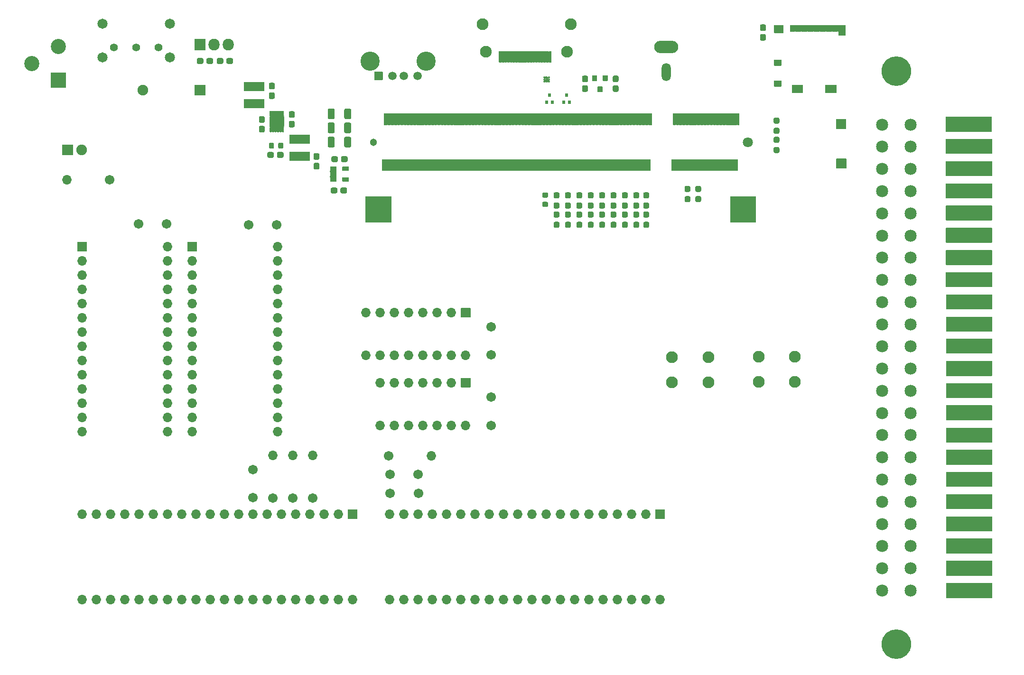
<source format=gbr>
%TF.GenerationSoftware,KiCad,Pcbnew,(5.1.9-0-10_14)*%
%TF.CreationDate,2021-03-05T15:55:50-05:00*%
%TF.ProjectId,Apple1_2layer,4170706c-6531-45f3-926c-617965722e6b,rev?*%
%TF.SameCoordinates,Original*%
%TF.FileFunction,Soldermask,Top*%
%TF.FilePolarity,Negative*%
%FSLAX46Y46*%
G04 Gerber Fmt 4.6, Leading zero omitted, Abs format (unit mm)*
G04 Created by KiCad (PCBNEW (5.1.9-0-10_14)) date 2021-03-05 15:55:50*
%MOMM*%
%LPD*%
G01*
G04 APERTURE LIST*
%ADD10C,1.802000*%
%ADD11C,1.302000*%
%ADD12C,2.097000*%
%ADD13C,1.510000*%
%ADD14C,3.418000*%
%ADD15C,2.102000*%
%ADD16C,2.157000*%
%ADD17C,5.277000*%
%ADD18O,1.702000X1.702000*%
%ADD19C,1.702000*%
%ADD20O,1.902000X1.902000*%
%ADD21C,1.902000*%
%ADD22C,2.702000*%
%ADD23O,4.302000X2.202000*%
%ADD24O,1.652000X3.202000*%
%ADD25C,1.402000*%
%ADD26C,1.812000*%
%ADD27O,2.007000X2.102000*%
%ADD28C,0.352000*%
%ADD29C,0.100000*%
G04 APERTURE END LIST*
%TO.C,U9*%
G36*
G01*
X213288000Y-48335000D02*
X213288000Y-46335000D01*
G75*
G02*
X213339000Y-46284000I51000J0D01*
G01*
X213689000Y-46284000D01*
G75*
G02*
X213740000Y-46335000I0J-51000D01*
G01*
X213740000Y-48335000D01*
G75*
G02*
X213689000Y-48386000I-51000J0D01*
G01*
X213339000Y-48386000D01*
G75*
G02*
X213288000Y-48335000I0J51000D01*
G01*
G37*
G36*
G01*
X212988000Y-56535000D02*
X212988000Y-54535000D01*
G75*
G02*
X213039000Y-54484000I51000J0D01*
G01*
X213389000Y-54484000D01*
G75*
G02*
X213440000Y-54535000I0J-51000D01*
G01*
X213440000Y-56535000D01*
G75*
G02*
X213389000Y-56586000I-51000J0D01*
G01*
X213039000Y-56586000D01*
G75*
G02*
X212988000Y-56535000I0J51000D01*
G01*
G37*
G36*
G01*
X212688000Y-48335000D02*
X212688000Y-46335000D01*
G75*
G02*
X212739000Y-46284000I51000J0D01*
G01*
X213089000Y-46284000D01*
G75*
G02*
X213140000Y-46335000I0J-51000D01*
G01*
X213140000Y-48335000D01*
G75*
G02*
X213089000Y-48386000I-51000J0D01*
G01*
X212739000Y-48386000D01*
G75*
G02*
X212688000Y-48335000I0J51000D01*
G01*
G37*
G36*
G01*
X212388000Y-56535000D02*
X212388000Y-54535000D01*
G75*
G02*
X212439000Y-54484000I51000J0D01*
G01*
X212789000Y-54484000D01*
G75*
G02*
X212840000Y-54535000I0J-51000D01*
G01*
X212840000Y-56535000D01*
G75*
G02*
X212789000Y-56586000I-51000J0D01*
G01*
X212439000Y-56586000D01*
G75*
G02*
X212388000Y-56535000I0J51000D01*
G01*
G37*
G36*
G01*
X212088000Y-48335000D02*
X212088000Y-46335000D01*
G75*
G02*
X212139000Y-46284000I51000J0D01*
G01*
X212489000Y-46284000D01*
G75*
G02*
X212540000Y-46335000I0J-51000D01*
G01*
X212540000Y-48335000D01*
G75*
G02*
X212489000Y-48386000I-51000J0D01*
G01*
X212139000Y-48386000D01*
G75*
G02*
X212088000Y-48335000I0J51000D01*
G01*
G37*
G36*
G01*
X211788000Y-56535000D02*
X211788000Y-54535000D01*
G75*
G02*
X211839000Y-54484000I51000J0D01*
G01*
X212189000Y-54484000D01*
G75*
G02*
X212240000Y-54535000I0J-51000D01*
G01*
X212240000Y-56535000D01*
G75*
G02*
X212189000Y-56586000I-51000J0D01*
G01*
X211839000Y-56586000D01*
G75*
G02*
X211788000Y-56535000I0J51000D01*
G01*
G37*
G36*
G01*
X211488000Y-48335000D02*
X211488000Y-46335000D01*
G75*
G02*
X211539000Y-46284000I51000J0D01*
G01*
X211889000Y-46284000D01*
G75*
G02*
X211940000Y-46335000I0J-51000D01*
G01*
X211940000Y-48335000D01*
G75*
G02*
X211889000Y-48386000I-51000J0D01*
G01*
X211539000Y-48386000D01*
G75*
G02*
X211488000Y-48335000I0J51000D01*
G01*
G37*
G36*
G01*
X211188000Y-56535000D02*
X211188000Y-54535000D01*
G75*
G02*
X211239000Y-54484000I51000J0D01*
G01*
X211589000Y-54484000D01*
G75*
G02*
X211640000Y-54535000I0J-51000D01*
G01*
X211640000Y-56535000D01*
G75*
G02*
X211589000Y-56586000I-51000J0D01*
G01*
X211239000Y-56586000D01*
G75*
G02*
X211188000Y-56535000I0J51000D01*
G01*
G37*
G36*
G01*
X210888000Y-48335000D02*
X210888000Y-46335000D01*
G75*
G02*
X210939000Y-46284000I51000J0D01*
G01*
X211289000Y-46284000D01*
G75*
G02*
X211340000Y-46335000I0J-51000D01*
G01*
X211340000Y-48335000D01*
G75*
G02*
X211289000Y-48386000I-51000J0D01*
G01*
X210939000Y-48386000D01*
G75*
G02*
X210888000Y-48335000I0J51000D01*
G01*
G37*
G36*
G01*
X210588000Y-56535000D02*
X210588000Y-54535000D01*
G75*
G02*
X210639000Y-54484000I51000J0D01*
G01*
X210989000Y-54484000D01*
G75*
G02*
X211040000Y-54535000I0J-51000D01*
G01*
X211040000Y-56535000D01*
G75*
G02*
X210989000Y-56586000I-51000J0D01*
G01*
X210639000Y-56586000D01*
G75*
G02*
X210588000Y-56535000I0J51000D01*
G01*
G37*
G36*
G01*
X210288000Y-48335000D02*
X210288000Y-46335000D01*
G75*
G02*
X210339000Y-46284000I51000J0D01*
G01*
X210689000Y-46284000D01*
G75*
G02*
X210740000Y-46335000I0J-51000D01*
G01*
X210740000Y-48335000D01*
G75*
G02*
X210689000Y-48386000I-51000J0D01*
G01*
X210339000Y-48386000D01*
G75*
G02*
X210288000Y-48335000I0J51000D01*
G01*
G37*
G36*
G01*
X209988000Y-56535000D02*
X209988000Y-54535000D01*
G75*
G02*
X210039000Y-54484000I51000J0D01*
G01*
X210389000Y-54484000D01*
G75*
G02*
X210440000Y-54535000I0J-51000D01*
G01*
X210440000Y-56535000D01*
G75*
G02*
X210389000Y-56586000I-51000J0D01*
G01*
X210039000Y-56586000D01*
G75*
G02*
X209988000Y-56535000I0J51000D01*
G01*
G37*
G36*
G01*
X209688000Y-48335000D02*
X209688000Y-46335000D01*
G75*
G02*
X209739000Y-46284000I51000J0D01*
G01*
X210089000Y-46284000D01*
G75*
G02*
X210140000Y-46335000I0J-51000D01*
G01*
X210140000Y-48335000D01*
G75*
G02*
X210089000Y-48386000I-51000J0D01*
G01*
X209739000Y-48386000D01*
G75*
G02*
X209688000Y-48335000I0J51000D01*
G01*
G37*
G36*
G01*
X209388000Y-56535000D02*
X209388000Y-54535000D01*
G75*
G02*
X209439000Y-54484000I51000J0D01*
G01*
X209789000Y-54484000D01*
G75*
G02*
X209840000Y-54535000I0J-51000D01*
G01*
X209840000Y-56535000D01*
G75*
G02*
X209789000Y-56586000I-51000J0D01*
G01*
X209439000Y-56586000D01*
G75*
G02*
X209388000Y-56535000I0J51000D01*
G01*
G37*
G36*
G01*
X209088000Y-48335000D02*
X209088000Y-46335000D01*
G75*
G02*
X209139000Y-46284000I51000J0D01*
G01*
X209489000Y-46284000D01*
G75*
G02*
X209540000Y-46335000I0J-51000D01*
G01*
X209540000Y-48335000D01*
G75*
G02*
X209489000Y-48386000I-51000J0D01*
G01*
X209139000Y-48386000D01*
G75*
G02*
X209088000Y-48335000I0J51000D01*
G01*
G37*
G36*
G01*
X208788000Y-56535000D02*
X208788000Y-54535000D01*
G75*
G02*
X208839000Y-54484000I51000J0D01*
G01*
X209189000Y-54484000D01*
G75*
G02*
X209240000Y-54535000I0J-51000D01*
G01*
X209240000Y-56535000D01*
G75*
G02*
X209189000Y-56586000I-51000J0D01*
G01*
X208839000Y-56586000D01*
G75*
G02*
X208788000Y-56535000I0J51000D01*
G01*
G37*
G36*
G01*
X208488000Y-48335000D02*
X208488000Y-46335000D01*
G75*
G02*
X208539000Y-46284000I51000J0D01*
G01*
X208889000Y-46284000D01*
G75*
G02*
X208940000Y-46335000I0J-51000D01*
G01*
X208940000Y-48335000D01*
G75*
G02*
X208889000Y-48386000I-51000J0D01*
G01*
X208539000Y-48386000D01*
G75*
G02*
X208488000Y-48335000I0J51000D01*
G01*
G37*
G36*
G01*
X208188000Y-56535000D02*
X208188000Y-54535000D01*
G75*
G02*
X208239000Y-54484000I51000J0D01*
G01*
X208589000Y-54484000D01*
G75*
G02*
X208640000Y-54535000I0J-51000D01*
G01*
X208640000Y-56535000D01*
G75*
G02*
X208589000Y-56586000I-51000J0D01*
G01*
X208239000Y-56586000D01*
G75*
G02*
X208188000Y-56535000I0J51000D01*
G01*
G37*
G36*
G01*
X207888000Y-48335000D02*
X207888000Y-46335000D01*
G75*
G02*
X207939000Y-46284000I51000J0D01*
G01*
X208289000Y-46284000D01*
G75*
G02*
X208340000Y-46335000I0J-51000D01*
G01*
X208340000Y-48335000D01*
G75*
G02*
X208289000Y-48386000I-51000J0D01*
G01*
X207939000Y-48386000D01*
G75*
G02*
X207888000Y-48335000I0J51000D01*
G01*
G37*
G36*
G01*
X207588000Y-56535000D02*
X207588000Y-54535000D01*
G75*
G02*
X207639000Y-54484000I51000J0D01*
G01*
X207989000Y-54484000D01*
G75*
G02*
X208040000Y-54535000I0J-51000D01*
G01*
X208040000Y-56535000D01*
G75*
G02*
X207989000Y-56586000I-51000J0D01*
G01*
X207639000Y-56586000D01*
G75*
G02*
X207588000Y-56535000I0J51000D01*
G01*
G37*
G36*
G01*
X207288000Y-48335000D02*
X207288000Y-46335000D01*
G75*
G02*
X207339000Y-46284000I51000J0D01*
G01*
X207689000Y-46284000D01*
G75*
G02*
X207740000Y-46335000I0J-51000D01*
G01*
X207740000Y-48335000D01*
G75*
G02*
X207689000Y-48386000I-51000J0D01*
G01*
X207339000Y-48386000D01*
G75*
G02*
X207288000Y-48335000I0J51000D01*
G01*
G37*
G36*
G01*
X206988000Y-56535000D02*
X206988000Y-54535000D01*
G75*
G02*
X207039000Y-54484000I51000J0D01*
G01*
X207389000Y-54484000D01*
G75*
G02*
X207440000Y-54535000I0J-51000D01*
G01*
X207440000Y-56535000D01*
G75*
G02*
X207389000Y-56586000I-51000J0D01*
G01*
X207039000Y-56586000D01*
G75*
G02*
X206988000Y-56535000I0J51000D01*
G01*
G37*
G36*
G01*
X206688000Y-48335000D02*
X206688000Y-46335000D01*
G75*
G02*
X206739000Y-46284000I51000J0D01*
G01*
X207089000Y-46284000D01*
G75*
G02*
X207140000Y-46335000I0J-51000D01*
G01*
X207140000Y-48335000D01*
G75*
G02*
X207089000Y-48386000I-51000J0D01*
G01*
X206739000Y-48386000D01*
G75*
G02*
X206688000Y-48335000I0J51000D01*
G01*
G37*
G36*
G01*
X206388000Y-56535000D02*
X206388000Y-54535000D01*
G75*
G02*
X206439000Y-54484000I51000J0D01*
G01*
X206789000Y-54484000D01*
G75*
G02*
X206840000Y-54535000I0J-51000D01*
G01*
X206840000Y-56535000D01*
G75*
G02*
X206789000Y-56586000I-51000J0D01*
G01*
X206439000Y-56586000D01*
G75*
G02*
X206388000Y-56535000I0J51000D01*
G01*
G37*
G36*
G01*
X206088000Y-48335000D02*
X206088000Y-46335000D01*
G75*
G02*
X206139000Y-46284000I51000J0D01*
G01*
X206489000Y-46284000D01*
G75*
G02*
X206540000Y-46335000I0J-51000D01*
G01*
X206540000Y-48335000D01*
G75*
G02*
X206489000Y-48386000I-51000J0D01*
G01*
X206139000Y-48386000D01*
G75*
G02*
X206088000Y-48335000I0J51000D01*
G01*
G37*
G36*
G01*
X205788000Y-56535000D02*
X205788000Y-54535000D01*
G75*
G02*
X205839000Y-54484000I51000J0D01*
G01*
X206189000Y-54484000D01*
G75*
G02*
X206240000Y-54535000I0J-51000D01*
G01*
X206240000Y-56535000D01*
G75*
G02*
X206189000Y-56586000I-51000J0D01*
G01*
X205839000Y-56586000D01*
G75*
G02*
X205788000Y-56535000I0J51000D01*
G01*
G37*
G36*
G01*
X205488000Y-48335000D02*
X205488000Y-46335000D01*
G75*
G02*
X205539000Y-46284000I51000J0D01*
G01*
X205889000Y-46284000D01*
G75*
G02*
X205940000Y-46335000I0J-51000D01*
G01*
X205940000Y-48335000D01*
G75*
G02*
X205889000Y-48386000I-51000J0D01*
G01*
X205539000Y-48386000D01*
G75*
G02*
X205488000Y-48335000I0J51000D01*
G01*
G37*
G36*
G01*
X205188000Y-56535000D02*
X205188000Y-54535000D01*
G75*
G02*
X205239000Y-54484000I51000J0D01*
G01*
X205589000Y-54484000D01*
G75*
G02*
X205640000Y-54535000I0J-51000D01*
G01*
X205640000Y-56535000D01*
G75*
G02*
X205589000Y-56586000I-51000J0D01*
G01*
X205239000Y-56586000D01*
G75*
G02*
X205188000Y-56535000I0J51000D01*
G01*
G37*
G36*
G01*
X204888000Y-48335000D02*
X204888000Y-46335000D01*
G75*
G02*
X204939000Y-46284000I51000J0D01*
G01*
X205289000Y-46284000D01*
G75*
G02*
X205340000Y-46335000I0J-51000D01*
G01*
X205340000Y-48335000D01*
G75*
G02*
X205289000Y-48386000I-51000J0D01*
G01*
X204939000Y-48386000D01*
G75*
G02*
X204888000Y-48335000I0J51000D01*
G01*
G37*
G36*
G01*
X204588000Y-56535000D02*
X204588000Y-54535000D01*
G75*
G02*
X204639000Y-54484000I51000J0D01*
G01*
X204989000Y-54484000D01*
G75*
G02*
X205040000Y-54535000I0J-51000D01*
G01*
X205040000Y-56535000D01*
G75*
G02*
X204989000Y-56586000I-51000J0D01*
G01*
X204639000Y-56586000D01*
G75*
G02*
X204588000Y-56535000I0J51000D01*
G01*
G37*
G36*
G01*
X204288000Y-48335000D02*
X204288000Y-46335000D01*
G75*
G02*
X204339000Y-46284000I51000J0D01*
G01*
X204689000Y-46284000D01*
G75*
G02*
X204740000Y-46335000I0J-51000D01*
G01*
X204740000Y-48335000D01*
G75*
G02*
X204689000Y-48386000I-51000J0D01*
G01*
X204339000Y-48386000D01*
G75*
G02*
X204288000Y-48335000I0J51000D01*
G01*
G37*
G36*
G01*
X203988000Y-56535000D02*
X203988000Y-54535000D01*
G75*
G02*
X204039000Y-54484000I51000J0D01*
G01*
X204389000Y-54484000D01*
G75*
G02*
X204440000Y-54535000I0J-51000D01*
G01*
X204440000Y-56535000D01*
G75*
G02*
X204389000Y-56586000I-51000J0D01*
G01*
X204039000Y-56586000D01*
G75*
G02*
X203988000Y-56535000I0J51000D01*
G01*
G37*
G36*
G01*
X203688000Y-48335000D02*
X203688000Y-46335000D01*
G75*
G02*
X203739000Y-46284000I51000J0D01*
G01*
X204089000Y-46284000D01*
G75*
G02*
X204140000Y-46335000I0J-51000D01*
G01*
X204140000Y-48335000D01*
G75*
G02*
X204089000Y-48386000I-51000J0D01*
G01*
X203739000Y-48386000D01*
G75*
G02*
X203688000Y-48335000I0J51000D01*
G01*
G37*
G36*
G01*
X203388000Y-56535000D02*
X203388000Y-54535000D01*
G75*
G02*
X203439000Y-54484000I51000J0D01*
G01*
X203789000Y-54484000D01*
G75*
G02*
X203840000Y-54535000I0J-51000D01*
G01*
X203840000Y-56535000D01*
G75*
G02*
X203789000Y-56586000I-51000J0D01*
G01*
X203439000Y-56586000D01*
G75*
G02*
X203388000Y-56535000I0J51000D01*
G01*
G37*
G36*
G01*
X203088000Y-48335000D02*
X203088000Y-46335000D01*
G75*
G02*
X203139000Y-46284000I51000J0D01*
G01*
X203489000Y-46284000D01*
G75*
G02*
X203540000Y-46335000I0J-51000D01*
G01*
X203540000Y-48335000D01*
G75*
G02*
X203489000Y-48386000I-51000J0D01*
G01*
X203139000Y-48386000D01*
G75*
G02*
X203088000Y-48335000I0J51000D01*
G01*
G37*
G36*
G01*
X202788000Y-56535000D02*
X202788000Y-54535000D01*
G75*
G02*
X202839000Y-54484000I51000J0D01*
G01*
X203189000Y-54484000D01*
G75*
G02*
X203240000Y-54535000I0J-51000D01*
G01*
X203240000Y-56535000D01*
G75*
G02*
X203189000Y-56586000I-51000J0D01*
G01*
X202839000Y-56586000D01*
G75*
G02*
X202788000Y-56535000I0J51000D01*
G01*
G37*
G36*
G01*
X202488000Y-48335000D02*
X202488000Y-46335000D01*
G75*
G02*
X202539000Y-46284000I51000J0D01*
G01*
X202889000Y-46284000D01*
G75*
G02*
X202940000Y-46335000I0J-51000D01*
G01*
X202940000Y-48335000D01*
G75*
G02*
X202889000Y-48386000I-51000J0D01*
G01*
X202539000Y-48386000D01*
G75*
G02*
X202488000Y-48335000I0J51000D01*
G01*
G37*
G36*
G01*
X202188000Y-56535000D02*
X202188000Y-54535000D01*
G75*
G02*
X202239000Y-54484000I51000J0D01*
G01*
X202589000Y-54484000D01*
G75*
G02*
X202640000Y-54535000I0J-51000D01*
G01*
X202640000Y-56535000D01*
G75*
G02*
X202589000Y-56586000I-51000J0D01*
G01*
X202239000Y-56586000D01*
G75*
G02*
X202188000Y-56535000I0J51000D01*
G01*
G37*
G36*
G01*
X201888000Y-48335000D02*
X201888000Y-46335000D01*
G75*
G02*
X201939000Y-46284000I51000J0D01*
G01*
X202289000Y-46284000D01*
G75*
G02*
X202340000Y-46335000I0J-51000D01*
G01*
X202340000Y-48335000D01*
G75*
G02*
X202289000Y-48386000I-51000J0D01*
G01*
X201939000Y-48386000D01*
G75*
G02*
X201888000Y-48335000I0J51000D01*
G01*
G37*
G36*
G01*
X201588000Y-56535000D02*
X201588000Y-54535000D01*
G75*
G02*
X201639000Y-54484000I51000J0D01*
G01*
X201989000Y-54484000D01*
G75*
G02*
X202040000Y-54535000I0J-51000D01*
G01*
X202040000Y-56535000D01*
G75*
G02*
X201989000Y-56586000I-51000J0D01*
G01*
X201639000Y-56586000D01*
G75*
G02*
X201588000Y-56535000I0J51000D01*
G01*
G37*
G36*
G01*
X197688000Y-48335000D02*
X197688000Y-46335000D01*
G75*
G02*
X197739000Y-46284000I51000J0D01*
G01*
X198089000Y-46284000D01*
G75*
G02*
X198140000Y-46335000I0J-51000D01*
G01*
X198140000Y-48335000D01*
G75*
G02*
X198089000Y-48386000I-51000J0D01*
G01*
X197739000Y-48386000D01*
G75*
G02*
X197688000Y-48335000I0J51000D01*
G01*
G37*
G36*
G01*
X197388000Y-56535000D02*
X197388000Y-54535000D01*
G75*
G02*
X197439000Y-54484000I51000J0D01*
G01*
X197789000Y-54484000D01*
G75*
G02*
X197840000Y-54535000I0J-51000D01*
G01*
X197840000Y-56535000D01*
G75*
G02*
X197789000Y-56586000I-51000J0D01*
G01*
X197439000Y-56586000D01*
G75*
G02*
X197388000Y-56535000I0J51000D01*
G01*
G37*
G36*
G01*
X197088000Y-48335000D02*
X197088000Y-46335000D01*
G75*
G02*
X197139000Y-46284000I51000J0D01*
G01*
X197489000Y-46284000D01*
G75*
G02*
X197540000Y-46335000I0J-51000D01*
G01*
X197540000Y-48335000D01*
G75*
G02*
X197489000Y-48386000I-51000J0D01*
G01*
X197139000Y-48386000D01*
G75*
G02*
X197088000Y-48335000I0J51000D01*
G01*
G37*
G36*
G01*
X196788000Y-56535000D02*
X196788000Y-54535000D01*
G75*
G02*
X196839000Y-54484000I51000J0D01*
G01*
X197189000Y-54484000D01*
G75*
G02*
X197240000Y-54535000I0J-51000D01*
G01*
X197240000Y-56535000D01*
G75*
G02*
X197189000Y-56586000I-51000J0D01*
G01*
X196839000Y-56586000D01*
G75*
G02*
X196788000Y-56535000I0J51000D01*
G01*
G37*
G36*
G01*
X196488000Y-48335000D02*
X196488000Y-46335000D01*
G75*
G02*
X196539000Y-46284000I51000J0D01*
G01*
X196889000Y-46284000D01*
G75*
G02*
X196940000Y-46335000I0J-51000D01*
G01*
X196940000Y-48335000D01*
G75*
G02*
X196889000Y-48386000I-51000J0D01*
G01*
X196539000Y-48386000D01*
G75*
G02*
X196488000Y-48335000I0J51000D01*
G01*
G37*
G36*
G01*
X196188000Y-56535000D02*
X196188000Y-54535000D01*
G75*
G02*
X196239000Y-54484000I51000J0D01*
G01*
X196589000Y-54484000D01*
G75*
G02*
X196640000Y-54535000I0J-51000D01*
G01*
X196640000Y-56535000D01*
G75*
G02*
X196589000Y-56586000I-51000J0D01*
G01*
X196239000Y-56586000D01*
G75*
G02*
X196188000Y-56535000I0J51000D01*
G01*
G37*
G36*
G01*
X195888000Y-48335000D02*
X195888000Y-46335000D01*
G75*
G02*
X195939000Y-46284000I51000J0D01*
G01*
X196289000Y-46284000D01*
G75*
G02*
X196340000Y-46335000I0J-51000D01*
G01*
X196340000Y-48335000D01*
G75*
G02*
X196289000Y-48386000I-51000J0D01*
G01*
X195939000Y-48386000D01*
G75*
G02*
X195888000Y-48335000I0J51000D01*
G01*
G37*
G36*
G01*
X195588000Y-56535000D02*
X195588000Y-54535000D01*
G75*
G02*
X195639000Y-54484000I51000J0D01*
G01*
X195989000Y-54484000D01*
G75*
G02*
X196040000Y-54535000I0J-51000D01*
G01*
X196040000Y-56535000D01*
G75*
G02*
X195989000Y-56586000I-51000J0D01*
G01*
X195639000Y-56586000D01*
G75*
G02*
X195588000Y-56535000I0J51000D01*
G01*
G37*
G36*
G01*
X195288000Y-48335000D02*
X195288000Y-46335000D01*
G75*
G02*
X195339000Y-46284000I51000J0D01*
G01*
X195689000Y-46284000D01*
G75*
G02*
X195740000Y-46335000I0J-51000D01*
G01*
X195740000Y-48335000D01*
G75*
G02*
X195689000Y-48386000I-51000J0D01*
G01*
X195339000Y-48386000D01*
G75*
G02*
X195288000Y-48335000I0J51000D01*
G01*
G37*
G36*
G01*
X194988000Y-56535000D02*
X194988000Y-54535000D01*
G75*
G02*
X195039000Y-54484000I51000J0D01*
G01*
X195389000Y-54484000D01*
G75*
G02*
X195440000Y-54535000I0J-51000D01*
G01*
X195440000Y-56535000D01*
G75*
G02*
X195389000Y-56586000I-51000J0D01*
G01*
X195039000Y-56586000D01*
G75*
G02*
X194988000Y-56535000I0J51000D01*
G01*
G37*
G36*
G01*
X194688000Y-48335000D02*
X194688000Y-46335000D01*
G75*
G02*
X194739000Y-46284000I51000J0D01*
G01*
X195089000Y-46284000D01*
G75*
G02*
X195140000Y-46335000I0J-51000D01*
G01*
X195140000Y-48335000D01*
G75*
G02*
X195089000Y-48386000I-51000J0D01*
G01*
X194739000Y-48386000D01*
G75*
G02*
X194688000Y-48335000I0J51000D01*
G01*
G37*
G36*
G01*
X194388000Y-56535000D02*
X194388000Y-54535000D01*
G75*
G02*
X194439000Y-54484000I51000J0D01*
G01*
X194789000Y-54484000D01*
G75*
G02*
X194840000Y-54535000I0J-51000D01*
G01*
X194840000Y-56535000D01*
G75*
G02*
X194789000Y-56586000I-51000J0D01*
G01*
X194439000Y-56586000D01*
G75*
G02*
X194388000Y-56535000I0J51000D01*
G01*
G37*
G36*
G01*
X194088000Y-48335000D02*
X194088000Y-46335000D01*
G75*
G02*
X194139000Y-46284000I51000J0D01*
G01*
X194489000Y-46284000D01*
G75*
G02*
X194540000Y-46335000I0J-51000D01*
G01*
X194540000Y-48335000D01*
G75*
G02*
X194489000Y-48386000I-51000J0D01*
G01*
X194139000Y-48386000D01*
G75*
G02*
X194088000Y-48335000I0J51000D01*
G01*
G37*
G36*
G01*
X193788000Y-56535000D02*
X193788000Y-54535000D01*
G75*
G02*
X193839000Y-54484000I51000J0D01*
G01*
X194189000Y-54484000D01*
G75*
G02*
X194240000Y-54535000I0J-51000D01*
G01*
X194240000Y-56535000D01*
G75*
G02*
X194189000Y-56586000I-51000J0D01*
G01*
X193839000Y-56586000D01*
G75*
G02*
X193788000Y-56535000I0J51000D01*
G01*
G37*
G36*
G01*
X193488000Y-48335000D02*
X193488000Y-46335000D01*
G75*
G02*
X193539000Y-46284000I51000J0D01*
G01*
X193889000Y-46284000D01*
G75*
G02*
X193940000Y-46335000I0J-51000D01*
G01*
X193940000Y-48335000D01*
G75*
G02*
X193889000Y-48386000I-51000J0D01*
G01*
X193539000Y-48386000D01*
G75*
G02*
X193488000Y-48335000I0J51000D01*
G01*
G37*
G36*
G01*
X193188000Y-56535000D02*
X193188000Y-54535000D01*
G75*
G02*
X193239000Y-54484000I51000J0D01*
G01*
X193589000Y-54484000D01*
G75*
G02*
X193640000Y-54535000I0J-51000D01*
G01*
X193640000Y-56535000D01*
G75*
G02*
X193589000Y-56586000I-51000J0D01*
G01*
X193239000Y-56586000D01*
G75*
G02*
X193188000Y-56535000I0J51000D01*
G01*
G37*
G36*
G01*
X192888000Y-48335000D02*
X192888000Y-46335000D01*
G75*
G02*
X192939000Y-46284000I51000J0D01*
G01*
X193289000Y-46284000D01*
G75*
G02*
X193340000Y-46335000I0J-51000D01*
G01*
X193340000Y-48335000D01*
G75*
G02*
X193289000Y-48386000I-51000J0D01*
G01*
X192939000Y-48386000D01*
G75*
G02*
X192888000Y-48335000I0J51000D01*
G01*
G37*
G36*
G01*
X192588000Y-56535000D02*
X192588000Y-54535000D01*
G75*
G02*
X192639000Y-54484000I51000J0D01*
G01*
X192989000Y-54484000D01*
G75*
G02*
X193040000Y-54535000I0J-51000D01*
G01*
X193040000Y-56535000D01*
G75*
G02*
X192989000Y-56586000I-51000J0D01*
G01*
X192639000Y-56586000D01*
G75*
G02*
X192588000Y-56535000I0J51000D01*
G01*
G37*
G36*
G01*
X192288000Y-48335000D02*
X192288000Y-46335000D01*
G75*
G02*
X192339000Y-46284000I51000J0D01*
G01*
X192689000Y-46284000D01*
G75*
G02*
X192740000Y-46335000I0J-51000D01*
G01*
X192740000Y-48335000D01*
G75*
G02*
X192689000Y-48386000I-51000J0D01*
G01*
X192339000Y-48386000D01*
G75*
G02*
X192288000Y-48335000I0J51000D01*
G01*
G37*
G36*
G01*
X191988000Y-56535000D02*
X191988000Y-54535000D01*
G75*
G02*
X192039000Y-54484000I51000J0D01*
G01*
X192389000Y-54484000D01*
G75*
G02*
X192440000Y-54535000I0J-51000D01*
G01*
X192440000Y-56535000D01*
G75*
G02*
X192389000Y-56586000I-51000J0D01*
G01*
X192039000Y-56586000D01*
G75*
G02*
X191988000Y-56535000I0J51000D01*
G01*
G37*
G36*
G01*
X191688000Y-48335000D02*
X191688000Y-46335000D01*
G75*
G02*
X191739000Y-46284000I51000J0D01*
G01*
X192089000Y-46284000D01*
G75*
G02*
X192140000Y-46335000I0J-51000D01*
G01*
X192140000Y-48335000D01*
G75*
G02*
X192089000Y-48386000I-51000J0D01*
G01*
X191739000Y-48386000D01*
G75*
G02*
X191688000Y-48335000I0J51000D01*
G01*
G37*
G36*
G01*
X191388000Y-56535000D02*
X191388000Y-54535000D01*
G75*
G02*
X191439000Y-54484000I51000J0D01*
G01*
X191789000Y-54484000D01*
G75*
G02*
X191840000Y-54535000I0J-51000D01*
G01*
X191840000Y-56535000D01*
G75*
G02*
X191789000Y-56586000I-51000J0D01*
G01*
X191439000Y-56586000D01*
G75*
G02*
X191388000Y-56535000I0J51000D01*
G01*
G37*
G36*
G01*
X191088000Y-48335000D02*
X191088000Y-46335000D01*
G75*
G02*
X191139000Y-46284000I51000J0D01*
G01*
X191489000Y-46284000D01*
G75*
G02*
X191540000Y-46335000I0J-51000D01*
G01*
X191540000Y-48335000D01*
G75*
G02*
X191489000Y-48386000I-51000J0D01*
G01*
X191139000Y-48386000D01*
G75*
G02*
X191088000Y-48335000I0J51000D01*
G01*
G37*
G36*
G01*
X190788000Y-56535000D02*
X190788000Y-54535000D01*
G75*
G02*
X190839000Y-54484000I51000J0D01*
G01*
X191189000Y-54484000D01*
G75*
G02*
X191240000Y-54535000I0J-51000D01*
G01*
X191240000Y-56535000D01*
G75*
G02*
X191189000Y-56586000I-51000J0D01*
G01*
X190839000Y-56586000D01*
G75*
G02*
X190788000Y-56535000I0J51000D01*
G01*
G37*
G36*
G01*
X190488000Y-48335000D02*
X190488000Y-46335000D01*
G75*
G02*
X190539000Y-46284000I51000J0D01*
G01*
X190889000Y-46284000D01*
G75*
G02*
X190940000Y-46335000I0J-51000D01*
G01*
X190940000Y-48335000D01*
G75*
G02*
X190889000Y-48386000I-51000J0D01*
G01*
X190539000Y-48386000D01*
G75*
G02*
X190488000Y-48335000I0J51000D01*
G01*
G37*
G36*
G01*
X190188000Y-56535000D02*
X190188000Y-54535000D01*
G75*
G02*
X190239000Y-54484000I51000J0D01*
G01*
X190589000Y-54484000D01*
G75*
G02*
X190640000Y-54535000I0J-51000D01*
G01*
X190640000Y-56535000D01*
G75*
G02*
X190589000Y-56586000I-51000J0D01*
G01*
X190239000Y-56586000D01*
G75*
G02*
X190188000Y-56535000I0J51000D01*
G01*
G37*
G36*
G01*
X189888000Y-48335000D02*
X189888000Y-46335000D01*
G75*
G02*
X189939000Y-46284000I51000J0D01*
G01*
X190289000Y-46284000D01*
G75*
G02*
X190340000Y-46335000I0J-51000D01*
G01*
X190340000Y-48335000D01*
G75*
G02*
X190289000Y-48386000I-51000J0D01*
G01*
X189939000Y-48386000D01*
G75*
G02*
X189888000Y-48335000I0J51000D01*
G01*
G37*
G36*
G01*
X189588000Y-56535000D02*
X189588000Y-54535000D01*
G75*
G02*
X189639000Y-54484000I51000J0D01*
G01*
X189989000Y-54484000D01*
G75*
G02*
X190040000Y-54535000I0J-51000D01*
G01*
X190040000Y-56535000D01*
G75*
G02*
X189989000Y-56586000I-51000J0D01*
G01*
X189639000Y-56586000D01*
G75*
G02*
X189588000Y-56535000I0J51000D01*
G01*
G37*
G36*
G01*
X189288000Y-48335000D02*
X189288000Y-46335000D01*
G75*
G02*
X189339000Y-46284000I51000J0D01*
G01*
X189689000Y-46284000D01*
G75*
G02*
X189740000Y-46335000I0J-51000D01*
G01*
X189740000Y-48335000D01*
G75*
G02*
X189689000Y-48386000I-51000J0D01*
G01*
X189339000Y-48386000D01*
G75*
G02*
X189288000Y-48335000I0J51000D01*
G01*
G37*
G36*
G01*
X188988000Y-56535000D02*
X188988000Y-54535000D01*
G75*
G02*
X189039000Y-54484000I51000J0D01*
G01*
X189389000Y-54484000D01*
G75*
G02*
X189440000Y-54535000I0J-51000D01*
G01*
X189440000Y-56535000D01*
G75*
G02*
X189389000Y-56586000I-51000J0D01*
G01*
X189039000Y-56586000D01*
G75*
G02*
X188988000Y-56535000I0J51000D01*
G01*
G37*
G36*
G01*
X188688000Y-48335000D02*
X188688000Y-46335000D01*
G75*
G02*
X188739000Y-46284000I51000J0D01*
G01*
X189089000Y-46284000D01*
G75*
G02*
X189140000Y-46335000I0J-51000D01*
G01*
X189140000Y-48335000D01*
G75*
G02*
X189089000Y-48386000I-51000J0D01*
G01*
X188739000Y-48386000D01*
G75*
G02*
X188688000Y-48335000I0J51000D01*
G01*
G37*
G36*
G01*
X188388000Y-56535000D02*
X188388000Y-54535000D01*
G75*
G02*
X188439000Y-54484000I51000J0D01*
G01*
X188789000Y-54484000D01*
G75*
G02*
X188840000Y-54535000I0J-51000D01*
G01*
X188840000Y-56535000D01*
G75*
G02*
X188789000Y-56586000I-51000J0D01*
G01*
X188439000Y-56586000D01*
G75*
G02*
X188388000Y-56535000I0J51000D01*
G01*
G37*
G36*
G01*
X188088000Y-48335000D02*
X188088000Y-46335000D01*
G75*
G02*
X188139000Y-46284000I51000J0D01*
G01*
X188489000Y-46284000D01*
G75*
G02*
X188540000Y-46335000I0J-51000D01*
G01*
X188540000Y-48335000D01*
G75*
G02*
X188489000Y-48386000I-51000J0D01*
G01*
X188139000Y-48386000D01*
G75*
G02*
X188088000Y-48335000I0J51000D01*
G01*
G37*
G36*
G01*
X187788000Y-56535000D02*
X187788000Y-54535000D01*
G75*
G02*
X187839000Y-54484000I51000J0D01*
G01*
X188189000Y-54484000D01*
G75*
G02*
X188240000Y-54535000I0J-51000D01*
G01*
X188240000Y-56535000D01*
G75*
G02*
X188189000Y-56586000I-51000J0D01*
G01*
X187839000Y-56586000D01*
G75*
G02*
X187788000Y-56535000I0J51000D01*
G01*
G37*
G36*
G01*
X187488000Y-48335000D02*
X187488000Y-46335000D01*
G75*
G02*
X187539000Y-46284000I51000J0D01*
G01*
X187889000Y-46284000D01*
G75*
G02*
X187940000Y-46335000I0J-51000D01*
G01*
X187940000Y-48335000D01*
G75*
G02*
X187889000Y-48386000I-51000J0D01*
G01*
X187539000Y-48386000D01*
G75*
G02*
X187488000Y-48335000I0J51000D01*
G01*
G37*
G36*
G01*
X187188000Y-56535000D02*
X187188000Y-54535000D01*
G75*
G02*
X187239000Y-54484000I51000J0D01*
G01*
X187589000Y-54484000D01*
G75*
G02*
X187640000Y-54535000I0J-51000D01*
G01*
X187640000Y-56535000D01*
G75*
G02*
X187589000Y-56586000I-51000J0D01*
G01*
X187239000Y-56586000D01*
G75*
G02*
X187188000Y-56535000I0J51000D01*
G01*
G37*
G36*
G01*
X186888000Y-48335000D02*
X186888000Y-46335000D01*
G75*
G02*
X186939000Y-46284000I51000J0D01*
G01*
X187289000Y-46284000D01*
G75*
G02*
X187340000Y-46335000I0J-51000D01*
G01*
X187340000Y-48335000D01*
G75*
G02*
X187289000Y-48386000I-51000J0D01*
G01*
X186939000Y-48386000D01*
G75*
G02*
X186888000Y-48335000I0J51000D01*
G01*
G37*
G36*
G01*
X186588000Y-56535000D02*
X186588000Y-54535000D01*
G75*
G02*
X186639000Y-54484000I51000J0D01*
G01*
X186989000Y-54484000D01*
G75*
G02*
X187040000Y-54535000I0J-51000D01*
G01*
X187040000Y-56535000D01*
G75*
G02*
X186989000Y-56586000I-51000J0D01*
G01*
X186639000Y-56586000D01*
G75*
G02*
X186588000Y-56535000I0J51000D01*
G01*
G37*
G36*
G01*
X186288000Y-48335000D02*
X186288000Y-46335000D01*
G75*
G02*
X186339000Y-46284000I51000J0D01*
G01*
X186689000Y-46284000D01*
G75*
G02*
X186740000Y-46335000I0J-51000D01*
G01*
X186740000Y-48335000D01*
G75*
G02*
X186689000Y-48386000I-51000J0D01*
G01*
X186339000Y-48386000D01*
G75*
G02*
X186288000Y-48335000I0J51000D01*
G01*
G37*
G36*
G01*
X185988000Y-56535000D02*
X185988000Y-54535000D01*
G75*
G02*
X186039000Y-54484000I51000J0D01*
G01*
X186389000Y-54484000D01*
G75*
G02*
X186440000Y-54535000I0J-51000D01*
G01*
X186440000Y-56535000D01*
G75*
G02*
X186389000Y-56586000I-51000J0D01*
G01*
X186039000Y-56586000D01*
G75*
G02*
X185988000Y-56535000I0J51000D01*
G01*
G37*
G36*
G01*
X185688000Y-48335000D02*
X185688000Y-46335000D01*
G75*
G02*
X185739000Y-46284000I51000J0D01*
G01*
X186089000Y-46284000D01*
G75*
G02*
X186140000Y-46335000I0J-51000D01*
G01*
X186140000Y-48335000D01*
G75*
G02*
X186089000Y-48386000I-51000J0D01*
G01*
X185739000Y-48386000D01*
G75*
G02*
X185688000Y-48335000I0J51000D01*
G01*
G37*
G36*
G01*
X185388000Y-56535000D02*
X185388000Y-54535000D01*
G75*
G02*
X185439000Y-54484000I51000J0D01*
G01*
X185789000Y-54484000D01*
G75*
G02*
X185840000Y-54535000I0J-51000D01*
G01*
X185840000Y-56535000D01*
G75*
G02*
X185789000Y-56586000I-51000J0D01*
G01*
X185439000Y-56586000D01*
G75*
G02*
X185388000Y-56535000I0J51000D01*
G01*
G37*
G36*
G01*
X185088000Y-48335000D02*
X185088000Y-46335000D01*
G75*
G02*
X185139000Y-46284000I51000J0D01*
G01*
X185489000Y-46284000D01*
G75*
G02*
X185540000Y-46335000I0J-51000D01*
G01*
X185540000Y-48335000D01*
G75*
G02*
X185489000Y-48386000I-51000J0D01*
G01*
X185139000Y-48386000D01*
G75*
G02*
X185088000Y-48335000I0J51000D01*
G01*
G37*
G36*
G01*
X184788000Y-56535000D02*
X184788000Y-54535000D01*
G75*
G02*
X184839000Y-54484000I51000J0D01*
G01*
X185189000Y-54484000D01*
G75*
G02*
X185240000Y-54535000I0J-51000D01*
G01*
X185240000Y-56535000D01*
G75*
G02*
X185189000Y-56586000I-51000J0D01*
G01*
X184839000Y-56586000D01*
G75*
G02*
X184788000Y-56535000I0J51000D01*
G01*
G37*
G36*
G01*
X184488000Y-48335000D02*
X184488000Y-46335000D01*
G75*
G02*
X184539000Y-46284000I51000J0D01*
G01*
X184889000Y-46284000D01*
G75*
G02*
X184940000Y-46335000I0J-51000D01*
G01*
X184940000Y-48335000D01*
G75*
G02*
X184889000Y-48386000I-51000J0D01*
G01*
X184539000Y-48386000D01*
G75*
G02*
X184488000Y-48335000I0J51000D01*
G01*
G37*
G36*
G01*
X184188000Y-56535000D02*
X184188000Y-54535000D01*
G75*
G02*
X184239000Y-54484000I51000J0D01*
G01*
X184589000Y-54484000D01*
G75*
G02*
X184640000Y-54535000I0J-51000D01*
G01*
X184640000Y-56535000D01*
G75*
G02*
X184589000Y-56586000I-51000J0D01*
G01*
X184239000Y-56586000D01*
G75*
G02*
X184188000Y-56535000I0J51000D01*
G01*
G37*
G36*
G01*
X183888000Y-48335000D02*
X183888000Y-46335000D01*
G75*
G02*
X183939000Y-46284000I51000J0D01*
G01*
X184289000Y-46284000D01*
G75*
G02*
X184340000Y-46335000I0J-51000D01*
G01*
X184340000Y-48335000D01*
G75*
G02*
X184289000Y-48386000I-51000J0D01*
G01*
X183939000Y-48386000D01*
G75*
G02*
X183888000Y-48335000I0J51000D01*
G01*
G37*
G36*
G01*
X183588000Y-56535000D02*
X183588000Y-54535000D01*
G75*
G02*
X183639000Y-54484000I51000J0D01*
G01*
X183989000Y-54484000D01*
G75*
G02*
X184040000Y-54535000I0J-51000D01*
G01*
X184040000Y-56535000D01*
G75*
G02*
X183989000Y-56586000I-51000J0D01*
G01*
X183639000Y-56586000D01*
G75*
G02*
X183588000Y-56535000I0J51000D01*
G01*
G37*
G36*
G01*
X183288000Y-48335000D02*
X183288000Y-46335000D01*
G75*
G02*
X183339000Y-46284000I51000J0D01*
G01*
X183689000Y-46284000D01*
G75*
G02*
X183740000Y-46335000I0J-51000D01*
G01*
X183740000Y-48335000D01*
G75*
G02*
X183689000Y-48386000I-51000J0D01*
G01*
X183339000Y-48386000D01*
G75*
G02*
X183288000Y-48335000I0J51000D01*
G01*
G37*
G36*
G01*
X182988000Y-56535000D02*
X182988000Y-54535000D01*
G75*
G02*
X183039000Y-54484000I51000J0D01*
G01*
X183389000Y-54484000D01*
G75*
G02*
X183440000Y-54535000I0J-51000D01*
G01*
X183440000Y-56535000D01*
G75*
G02*
X183389000Y-56586000I-51000J0D01*
G01*
X183039000Y-56586000D01*
G75*
G02*
X182988000Y-56535000I0J51000D01*
G01*
G37*
G36*
G01*
X182688000Y-48335000D02*
X182688000Y-46335000D01*
G75*
G02*
X182739000Y-46284000I51000J0D01*
G01*
X183089000Y-46284000D01*
G75*
G02*
X183140000Y-46335000I0J-51000D01*
G01*
X183140000Y-48335000D01*
G75*
G02*
X183089000Y-48386000I-51000J0D01*
G01*
X182739000Y-48386000D01*
G75*
G02*
X182688000Y-48335000I0J51000D01*
G01*
G37*
G36*
G01*
X182388000Y-56535000D02*
X182388000Y-54535000D01*
G75*
G02*
X182439000Y-54484000I51000J0D01*
G01*
X182789000Y-54484000D01*
G75*
G02*
X182840000Y-54535000I0J-51000D01*
G01*
X182840000Y-56535000D01*
G75*
G02*
X182789000Y-56586000I-51000J0D01*
G01*
X182439000Y-56586000D01*
G75*
G02*
X182388000Y-56535000I0J51000D01*
G01*
G37*
G36*
G01*
X182088000Y-48335000D02*
X182088000Y-46335000D01*
G75*
G02*
X182139000Y-46284000I51000J0D01*
G01*
X182489000Y-46284000D01*
G75*
G02*
X182540000Y-46335000I0J-51000D01*
G01*
X182540000Y-48335000D01*
G75*
G02*
X182489000Y-48386000I-51000J0D01*
G01*
X182139000Y-48386000D01*
G75*
G02*
X182088000Y-48335000I0J51000D01*
G01*
G37*
G36*
G01*
X181788000Y-56535000D02*
X181788000Y-54535000D01*
G75*
G02*
X181839000Y-54484000I51000J0D01*
G01*
X182189000Y-54484000D01*
G75*
G02*
X182240000Y-54535000I0J-51000D01*
G01*
X182240000Y-56535000D01*
G75*
G02*
X182189000Y-56586000I-51000J0D01*
G01*
X181839000Y-56586000D01*
G75*
G02*
X181788000Y-56535000I0J51000D01*
G01*
G37*
G36*
G01*
X181488000Y-48335000D02*
X181488000Y-46335000D01*
G75*
G02*
X181539000Y-46284000I51000J0D01*
G01*
X181889000Y-46284000D01*
G75*
G02*
X181940000Y-46335000I0J-51000D01*
G01*
X181940000Y-48335000D01*
G75*
G02*
X181889000Y-48386000I-51000J0D01*
G01*
X181539000Y-48386000D01*
G75*
G02*
X181488000Y-48335000I0J51000D01*
G01*
G37*
G36*
G01*
X181188000Y-56535000D02*
X181188000Y-54535000D01*
G75*
G02*
X181239000Y-54484000I51000J0D01*
G01*
X181589000Y-54484000D01*
G75*
G02*
X181640000Y-54535000I0J-51000D01*
G01*
X181640000Y-56535000D01*
G75*
G02*
X181589000Y-56586000I-51000J0D01*
G01*
X181239000Y-56586000D01*
G75*
G02*
X181188000Y-56535000I0J51000D01*
G01*
G37*
G36*
G01*
X180888000Y-48335000D02*
X180888000Y-46335000D01*
G75*
G02*
X180939000Y-46284000I51000J0D01*
G01*
X181289000Y-46284000D01*
G75*
G02*
X181340000Y-46335000I0J-51000D01*
G01*
X181340000Y-48335000D01*
G75*
G02*
X181289000Y-48386000I-51000J0D01*
G01*
X180939000Y-48386000D01*
G75*
G02*
X180888000Y-48335000I0J51000D01*
G01*
G37*
G36*
G01*
X180588000Y-56535000D02*
X180588000Y-54535000D01*
G75*
G02*
X180639000Y-54484000I51000J0D01*
G01*
X180989000Y-54484000D01*
G75*
G02*
X181040000Y-54535000I0J-51000D01*
G01*
X181040000Y-56535000D01*
G75*
G02*
X180989000Y-56586000I-51000J0D01*
G01*
X180639000Y-56586000D01*
G75*
G02*
X180588000Y-56535000I0J51000D01*
G01*
G37*
G36*
G01*
X180288000Y-48335000D02*
X180288000Y-46335000D01*
G75*
G02*
X180339000Y-46284000I51000J0D01*
G01*
X180689000Y-46284000D01*
G75*
G02*
X180740000Y-46335000I0J-51000D01*
G01*
X180740000Y-48335000D01*
G75*
G02*
X180689000Y-48386000I-51000J0D01*
G01*
X180339000Y-48386000D01*
G75*
G02*
X180288000Y-48335000I0J51000D01*
G01*
G37*
G36*
G01*
X179988000Y-56535000D02*
X179988000Y-54535000D01*
G75*
G02*
X180039000Y-54484000I51000J0D01*
G01*
X180389000Y-54484000D01*
G75*
G02*
X180440000Y-54535000I0J-51000D01*
G01*
X180440000Y-56535000D01*
G75*
G02*
X180389000Y-56586000I-51000J0D01*
G01*
X180039000Y-56586000D01*
G75*
G02*
X179988000Y-56535000I0J51000D01*
G01*
G37*
G36*
G01*
X179688000Y-48335000D02*
X179688000Y-46335000D01*
G75*
G02*
X179739000Y-46284000I51000J0D01*
G01*
X180089000Y-46284000D01*
G75*
G02*
X180140000Y-46335000I0J-51000D01*
G01*
X180140000Y-48335000D01*
G75*
G02*
X180089000Y-48386000I-51000J0D01*
G01*
X179739000Y-48386000D01*
G75*
G02*
X179688000Y-48335000I0J51000D01*
G01*
G37*
G36*
G01*
X179388000Y-56535000D02*
X179388000Y-54535000D01*
G75*
G02*
X179439000Y-54484000I51000J0D01*
G01*
X179789000Y-54484000D01*
G75*
G02*
X179840000Y-54535000I0J-51000D01*
G01*
X179840000Y-56535000D01*
G75*
G02*
X179789000Y-56586000I-51000J0D01*
G01*
X179439000Y-56586000D01*
G75*
G02*
X179388000Y-56535000I0J51000D01*
G01*
G37*
G36*
G01*
X179088000Y-48335000D02*
X179088000Y-46335000D01*
G75*
G02*
X179139000Y-46284000I51000J0D01*
G01*
X179489000Y-46284000D01*
G75*
G02*
X179540000Y-46335000I0J-51000D01*
G01*
X179540000Y-48335000D01*
G75*
G02*
X179489000Y-48386000I-51000J0D01*
G01*
X179139000Y-48386000D01*
G75*
G02*
X179088000Y-48335000I0J51000D01*
G01*
G37*
G36*
G01*
X178788000Y-56535000D02*
X178788000Y-54535000D01*
G75*
G02*
X178839000Y-54484000I51000J0D01*
G01*
X179189000Y-54484000D01*
G75*
G02*
X179240000Y-54535000I0J-51000D01*
G01*
X179240000Y-56535000D01*
G75*
G02*
X179189000Y-56586000I-51000J0D01*
G01*
X178839000Y-56586000D01*
G75*
G02*
X178788000Y-56535000I0J51000D01*
G01*
G37*
G36*
G01*
X178488000Y-48335000D02*
X178488000Y-46335000D01*
G75*
G02*
X178539000Y-46284000I51000J0D01*
G01*
X178889000Y-46284000D01*
G75*
G02*
X178940000Y-46335000I0J-51000D01*
G01*
X178940000Y-48335000D01*
G75*
G02*
X178889000Y-48386000I-51000J0D01*
G01*
X178539000Y-48386000D01*
G75*
G02*
X178488000Y-48335000I0J51000D01*
G01*
G37*
G36*
G01*
X178188000Y-56535000D02*
X178188000Y-54535000D01*
G75*
G02*
X178239000Y-54484000I51000J0D01*
G01*
X178589000Y-54484000D01*
G75*
G02*
X178640000Y-54535000I0J-51000D01*
G01*
X178640000Y-56535000D01*
G75*
G02*
X178589000Y-56586000I-51000J0D01*
G01*
X178239000Y-56586000D01*
G75*
G02*
X178188000Y-56535000I0J51000D01*
G01*
G37*
G36*
G01*
X177888000Y-48335000D02*
X177888000Y-46335000D01*
G75*
G02*
X177939000Y-46284000I51000J0D01*
G01*
X178289000Y-46284000D01*
G75*
G02*
X178340000Y-46335000I0J-51000D01*
G01*
X178340000Y-48335000D01*
G75*
G02*
X178289000Y-48386000I-51000J0D01*
G01*
X177939000Y-48386000D01*
G75*
G02*
X177888000Y-48335000I0J51000D01*
G01*
G37*
G36*
G01*
X177588000Y-56535000D02*
X177588000Y-54535000D01*
G75*
G02*
X177639000Y-54484000I51000J0D01*
G01*
X177989000Y-54484000D01*
G75*
G02*
X178040000Y-54535000I0J-51000D01*
G01*
X178040000Y-56535000D01*
G75*
G02*
X177989000Y-56586000I-51000J0D01*
G01*
X177639000Y-56586000D01*
G75*
G02*
X177588000Y-56535000I0J51000D01*
G01*
G37*
G36*
G01*
X177288000Y-48335000D02*
X177288000Y-46335000D01*
G75*
G02*
X177339000Y-46284000I51000J0D01*
G01*
X177689000Y-46284000D01*
G75*
G02*
X177740000Y-46335000I0J-51000D01*
G01*
X177740000Y-48335000D01*
G75*
G02*
X177689000Y-48386000I-51000J0D01*
G01*
X177339000Y-48386000D01*
G75*
G02*
X177288000Y-48335000I0J51000D01*
G01*
G37*
G36*
G01*
X176988000Y-56535000D02*
X176988000Y-54535000D01*
G75*
G02*
X177039000Y-54484000I51000J0D01*
G01*
X177389000Y-54484000D01*
G75*
G02*
X177440000Y-54535000I0J-51000D01*
G01*
X177440000Y-56535000D01*
G75*
G02*
X177389000Y-56586000I-51000J0D01*
G01*
X177039000Y-56586000D01*
G75*
G02*
X176988000Y-56535000I0J51000D01*
G01*
G37*
G36*
G01*
X176688000Y-48335000D02*
X176688000Y-46335000D01*
G75*
G02*
X176739000Y-46284000I51000J0D01*
G01*
X177089000Y-46284000D01*
G75*
G02*
X177140000Y-46335000I0J-51000D01*
G01*
X177140000Y-48335000D01*
G75*
G02*
X177089000Y-48386000I-51000J0D01*
G01*
X176739000Y-48386000D01*
G75*
G02*
X176688000Y-48335000I0J51000D01*
G01*
G37*
G36*
G01*
X176388000Y-56535000D02*
X176388000Y-54535000D01*
G75*
G02*
X176439000Y-54484000I51000J0D01*
G01*
X176789000Y-54484000D01*
G75*
G02*
X176840000Y-54535000I0J-51000D01*
G01*
X176840000Y-56535000D01*
G75*
G02*
X176789000Y-56586000I-51000J0D01*
G01*
X176439000Y-56586000D01*
G75*
G02*
X176388000Y-56535000I0J51000D01*
G01*
G37*
G36*
G01*
X176088000Y-48335000D02*
X176088000Y-46335000D01*
G75*
G02*
X176139000Y-46284000I51000J0D01*
G01*
X176489000Y-46284000D01*
G75*
G02*
X176540000Y-46335000I0J-51000D01*
G01*
X176540000Y-48335000D01*
G75*
G02*
X176489000Y-48386000I-51000J0D01*
G01*
X176139000Y-48386000D01*
G75*
G02*
X176088000Y-48335000I0J51000D01*
G01*
G37*
G36*
G01*
X175788000Y-56535000D02*
X175788000Y-54535000D01*
G75*
G02*
X175839000Y-54484000I51000J0D01*
G01*
X176189000Y-54484000D01*
G75*
G02*
X176240000Y-54535000I0J-51000D01*
G01*
X176240000Y-56535000D01*
G75*
G02*
X176189000Y-56586000I-51000J0D01*
G01*
X175839000Y-56586000D01*
G75*
G02*
X175788000Y-56535000I0J51000D01*
G01*
G37*
G36*
G01*
X175488000Y-48335000D02*
X175488000Y-46335000D01*
G75*
G02*
X175539000Y-46284000I51000J0D01*
G01*
X175889000Y-46284000D01*
G75*
G02*
X175940000Y-46335000I0J-51000D01*
G01*
X175940000Y-48335000D01*
G75*
G02*
X175889000Y-48386000I-51000J0D01*
G01*
X175539000Y-48386000D01*
G75*
G02*
X175488000Y-48335000I0J51000D01*
G01*
G37*
G36*
G01*
X175188000Y-56535000D02*
X175188000Y-54535000D01*
G75*
G02*
X175239000Y-54484000I51000J0D01*
G01*
X175589000Y-54484000D01*
G75*
G02*
X175640000Y-54535000I0J-51000D01*
G01*
X175640000Y-56535000D01*
G75*
G02*
X175589000Y-56586000I-51000J0D01*
G01*
X175239000Y-56586000D01*
G75*
G02*
X175188000Y-56535000I0J51000D01*
G01*
G37*
G36*
G01*
X174888000Y-48335000D02*
X174888000Y-46335000D01*
G75*
G02*
X174939000Y-46284000I51000J0D01*
G01*
X175289000Y-46284000D01*
G75*
G02*
X175340000Y-46335000I0J-51000D01*
G01*
X175340000Y-48335000D01*
G75*
G02*
X175289000Y-48386000I-51000J0D01*
G01*
X174939000Y-48386000D01*
G75*
G02*
X174888000Y-48335000I0J51000D01*
G01*
G37*
G36*
G01*
X174588000Y-56535000D02*
X174588000Y-54535000D01*
G75*
G02*
X174639000Y-54484000I51000J0D01*
G01*
X174989000Y-54484000D01*
G75*
G02*
X175040000Y-54535000I0J-51000D01*
G01*
X175040000Y-56535000D01*
G75*
G02*
X174989000Y-56586000I-51000J0D01*
G01*
X174639000Y-56586000D01*
G75*
G02*
X174588000Y-56535000I0J51000D01*
G01*
G37*
G36*
G01*
X174288000Y-48335000D02*
X174288000Y-46335000D01*
G75*
G02*
X174339000Y-46284000I51000J0D01*
G01*
X174689000Y-46284000D01*
G75*
G02*
X174740000Y-46335000I0J-51000D01*
G01*
X174740000Y-48335000D01*
G75*
G02*
X174689000Y-48386000I-51000J0D01*
G01*
X174339000Y-48386000D01*
G75*
G02*
X174288000Y-48335000I0J51000D01*
G01*
G37*
G36*
G01*
X173988000Y-56535000D02*
X173988000Y-54535000D01*
G75*
G02*
X174039000Y-54484000I51000J0D01*
G01*
X174389000Y-54484000D01*
G75*
G02*
X174440000Y-54535000I0J-51000D01*
G01*
X174440000Y-56535000D01*
G75*
G02*
X174389000Y-56586000I-51000J0D01*
G01*
X174039000Y-56586000D01*
G75*
G02*
X173988000Y-56535000I0J51000D01*
G01*
G37*
G36*
G01*
X173688000Y-48335000D02*
X173688000Y-46335000D01*
G75*
G02*
X173739000Y-46284000I51000J0D01*
G01*
X174089000Y-46284000D01*
G75*
G02*
X174140000Y-46335000I0J-51000D01*
G01*
X174140000Y-48335000D01*
G75*
G02*
X174089000Y-48386000I-51000J0D01*
G01*
X173739000Y-48386000D01*
G75*
G02*
X173688000Y-48335000I0J51000D01*
G01*
G37*
G36*
G01*
X173388000Y-56535000D02*
X173388000Y-54535000D01*
G75*
G02*
X173439000Y-54484000I51000J0D01*
G01*
X173789000Y-54484000D01*
G75*
G02*
X173840000Y-54535000I0J-51000D01*
G01*
X173840000Y-56535000D01*
G75*
G02*
X173789000Y-56586000I-51000J0D01*
G01*
X173439000Y-56586000D01*
G75*
G02*
X173388000Y-56535000I0J51000D01*
G01*
G37*
G36*
G01*
X173088000Y-48335000D02*
X173088000Y-46335000D01*
G75*
G02*
X173139000Y-46284000I51000J0D01*
G01*
X173489000Y-46284000D01*
G75*
G02*
X173540000Y-46335000I0J-51000D01*
G01*
X173540000Y-48335000D01*
G75*
G02*
X173489000Y-48386000I-51000J0D01*
G01*
X173139000Y-48386000D01*
G75*
G02*
X173088000Y-48335000I0J51000D01*
G01*
G37*
G36*
G01*
X172788000Y-56535000D02*
X172788000Y-54535000D01*
G75*
G02*
X172839000Y-54484000I51000J0D01*
G01*
X173189000Y-54484000D01*
G75*
G02*
X173240000Y-54535000I0J-51000D01*
G01*
X173240000Y-56535000D01*
G75*
G02*
X173189000Y-56586000I-51000J0D01*
G01*
X172839000Y-56586000D01*
G75*
G02*
X172788000Y-56535000I0J51000D01*
G01*
G37*
G36*
G01*
X172488000Y-48335000D02*
X172488000Y-46335000D01*
G75*
G02*
X172539000Y-46284000I51000J0D01*
G01*
X172889000Y-46284000D01*
G75*
G02*
X172940000Y-46335000I0J-51000D01*
G01*
X172940000Y-48335000D01*
G75*
G02*
X172889000Y-48386000I-51000J0D01*
G01*
X172539000Y-48386000D01*
G75*
G02*
X172488000Y-48335000I0J51000D01*
G01*
G37*
G36*
G01*
X172188000Y-56535000D02*
X172188000Y-54535000D01*
G75*
G02*
X172239000Y-54484000I51000J0D01*
G01*
X172589000Y-54484000D01*
G75*
G02*
X172640000Y-54535000I0J-51000D01*
G01*
X172640000Y-56535000D01*
G75*
G02*
X172589000Y-56586000I-51000J0D01*
G01*
X172239000Y-56586000D01*
G75*
G02*
X172188000Y-56535000I0J51000D01*
G01*
G37*
G36*
G01*
X171888000Y-48335000D02*
X171888000Y-46335000D01*
G75*
G02*
X171939000Y-46284000I51000J0D01*
G01*
X172289000Y-46284000D01*
G75*
G02*
X172340000Y-46335000I0J-51000D01*
G01*
X172340000Y-48335000D01*
G75*
G02*
X172289000Y-48386000I-51000J0D01*
G01*
X171939000Y-48386000D01*
G75*
G02*
X171888000Y-48335000I0J51000D01*
G01*
G37*
G36*
G01*
X171588000Y-56535000D02*
X171588000Y-54535000D01*
G75*
G02*
X171639000Y-54484000I51000J0D01*
G01*
X171989000Y-54484000D01*
G75*
G02*
X172040000Y-54535000I0J-51000D01*
G01*
X172040000Y-56535000D01*
G75*
G02*
X171989000Y-56586000I-51000J0D01*
G01*
X171639000Y-56586000D01*
G75*
G02*
X171588000Y-56535000I0J51000D01*
G01*
G37*
G36*
G01*
X171288000Y-48335000D02*
X171288000Y-46335000D01*
G75*
G02*
X171339000Y-46284000I51000J0D01*
G01*
X171689000Y-46284000D01*
G75*
G02*
X171740000Y-46335000I0J-51000D01*
G01*
X171740000Y-48335000D01*
G75*
G02*
X171689000Y-48386000I-51000J0D01*
G01*
X171339000Y-48386000D01*
G75*
G02*
X171288000Y-48335000I0J51000D01*
G01*
G37*
G36*
G01*
X170988000Y-56535000D02*
X170988000Y-54535000D01*
G75*
G02*
X171039000Y-54484000I51000J0D01*
G01*
X171389000Y-54484000D01*
G75*
G02*
X171440000Y-54535000I0J-51000D01*
G01*
X171440000Y-56535000D01*
G75*
G02*
X171389000Y-56586000I-51000J0D01*
G01*
X171039000Y-56586000D01*
G75*
G02*
X170988000Y-56535000I0J51000D01*
G01*
G37*
G36*
G01*
X170688000Y-48335000D02*
X170688000Y-46335000D01*
G75*
G02*
X170739000Y-46284000I51000J0D01*
G01*
X171089000Y-46284000D01*
G75*
G02*
X171140000Y-46335000I0J-51000D01*
G01*
X171140000Y-48335000D01*
G75*
G02*
X171089000Y-48386000I-51000J0D01*
G01*
X170739000Y-48386000D01*
G75*
G02*
X170688000Y-48335000I0J51000D01*
G01*
G37*
G36*
G01*
X170388000Y-56535000D02*
X170388000Y-54535000D01*
G75*
G02*
X170439000Y-54484000I51000J0D01*
G01*
X170789000Y-54484000D01*
G75*
G02*
X170840000Y-54535000I0J-51000D01*
G01*
X170840000Y-56535000D01*
G75*
G02*
X170789000Y-56586000I-51000J0D01*
G01*
X170439000Y-56586000D01*
G75*
G02*
X170388000Y-56535000I0J51000D01*
G01*
G37*
G36*
G01*
X170088000Y-48335000D02*
X170088000Y-46335000D01*
G75*
G02*
X170139000Y-46284000I51000J0D01*
G01*
X170489000Y-46284000D01*
G75*
G02*
X170540000Y-46335000I0J-51000D01*
G01*
X170540000Y-48335000D01*
G75*
G02*
X170489000Y-48386000I-51000J0D01*
G01*
X170139000Y-48386000D01*
G75*
G02*
X170088000Y-48335000I0J51000D01*
G01*
G37*
G36*
G01*
X169788000Y-56535000D02*
X169788000Y-54535000D01*
G75*
G02*
X169839000Y-54484000I51000J0D01*
G01*
X170189000Y-54484000D01*
G75*
G02*
X170240000Y-54535000I0J-51000D01*
G01*
X170240000Y-56535000D01*
G75*
G02*
X170189000Y-56586000I-51000J0D01*
G01*
X169839000Y-56586000D01*
G75*
G02*
X169788000Y-56535000I0J51000D01*
G01*
G37*
G36*
G01*
X169488000Y-48335000D02*
X169488000Y-46335000D01*
G75*
G02*
X169539000Y-46284000I51000J0D01*
G01*
X169889000Y-46284000D01*
G75*
G02*
X169940000Y-46335000I0J-51000D01*
G01*
X169940000Y-48335000D01*
G75*
G02*
X169889000Y-48386000I-51000J0D01*
G01*
X169539000Y-48386000D01*
G75*
G02*
X169488000Y-48335000I0J51000D01*
G01*
G37*
G36*
G01*
X169188000Y-56535000D02*
X169188000Y-54535000D01*
G75*
G02*
X169239000Y-54484000I51000J0D01*
G01*
X169589000Y-54484000D01*
G75*
G02*
X169640000Y-54535000I0J-51000D01*
G01*
X169640000Y-56535000D01*
G75*
G02*
X169589000Y-56586000I-51000J0D01*
G01*
X169239000Y-56586000D01*
G75*
G02*
X169188000Y-56535000I0J51000D01*
G01*
G37*
G36*
G01*
X168888000Y-48335000D02*
X168888000Y-46335000D01*
G75*
G02*
X168939000Y-46284000I51000J0D01*
G01*
X169289000Y-46284000D01*
G75*
G02*
X169340000Y-46335000I0J-51000D01*
G01*
X169340000Y-48335000D01*
G75*
G02*
X169289000Y-48386000I-51000J0D01*
G01*
X168939000Y-48386000D01*
G75*
G02*
X168888000Y-48335000I0J51000D01*
G01*
G37*
G36*
G01*
X168588000Y-56535000D02*
X168588000Y-54535000D01*
G75*
G02*
X168639000Y-54484000I51000J0D01*
G01*
X168989000Y-54484000D01*
G75*
G02*
X169040000Y-54535000I0J-51000D01*
G01*
X169040000Y-56535000D01*
G75*
G02*
X168989000Y-56586000I-51000J0D01*
G01*
X168639000Y-56586000D01*
G75*
G02*
X168588000Y-56535000I0J51000D01*
G01*
G37*
G36*
G01*
X168288000Y-48335000D02*
X168288000Y-46335000D01*
G75*
G02*
X168339000Y-46284000I51000J0D01*
G01*
X168689000Y-46284000D01*
G75*
G02*
X168740000Y-46335000I0J-51000D01*
G01*
X168740000Y-48335000D01*
G75*
G02*
X168689000Y-48386000I-51000J0D01*
G01*
X168339000Y-48386000D01*
G75*
G02*
X168288000Y-48335000I0J51000D01*
G01*
G37*
G36*
G01*
X167988000Y-56535000D02*
X167988000Y-54535000D01*
G75*
G02*
X168039000Y-54484000I51000J0D01*
G01*
X168389000Y-54484000D01*
G75*
G02*
X168440000Y-54535000I0J-51000D01*
G01*
X168440000Y-56535000D01*
G75*
G02*
X168389000Y-56586000I-51000J0D01*
G01*
X168039000Y-56586000D01*
G75*
G02*
X167988000Y-56535000I0J51000D01*
G01*
G37*
G36*
G01*
X167688000Y-48335000D02*
X167688000Y-46335000D01*
G75*
G02*
X167739000Y-46284000I51000J0D01*
G01*
X168089000Y-46284000D01*
G75*
G02*
X168140000Y-46335000I0J-51000D01*
G01*
X168140000Y-48335000D01*
G75*
G02*
X168089000Y-48386000I-51000J0D01*
G01*
X167739000Y-48386000D01*
G75*
G02*
X167688000Y-48335000I0J51000D01*
G01*
G37*
G36*
G01*
X167388000Y-56535000D02*
X167388000Y-54535000D01*
G75*
G02*
X167439000Y-54484000I51000J0D01*
G01*
X167789000Y-54484000D01*
G75*
G02*
X167840000Y-54535000I0J-51000D01*
G01*
X167840000Y-56535000D01*
G75*
G02*
X167789000Y-56586000I-51000J0D01*
G01*
X167439000Y-56586000D01*
G75*
G02*
X167388000Y-56535000I0J51000D01*
G01*
G37*
G36*
G01*
X167088000Y-48335000D02*
X167088000Y-46335000D01*
G75*
G02*
X167139000Y-46284000I51000J0D01*
G01*
X167489000Y-46284000D01*
G75*
G02*
X167540000Y-46335000I0J-51000D01*
G01*
X167540000Y-48335000D01*
G75*
G02*
X167489000Y-48386000I-51000J0D01*
G01*
X167139000Y-48386000D01*
G75*
G02*
X167088000Y-48335000I0J51000D01*
G01*
G37*
G36*
G01*
X166788000Y-56535000D02*
X166788000Y-54535000D01*
G75*
G02*
X166839000Y-54484000I51000J0D01*
G01*
X167189000Y-54484000D01*
G75*
G02*
X167240000Y-54535000I0J-51000D01*
G01*
X167240000Y-56535000D01*
G75*
G02*
X167189000Y-56586000I-51000J0D01*
G01*
X166839000Y-56586000D01*
G75*
G02*
X166788000Y-56535000I0J51000D01*
G01*
G37*
G36*
G01*
X166488000Y-48335000D02*
X166488000Y-46335000D01*
G75*
G02*
X166539000Y-46284000I51000J0D01*
G01*
X166889000Y-46284000D01*
G75*
G02*
X166940000Y-46335000I0J-51000D01*
G01*
X166940000Y-48335000D01*
G75*
G02*
X166889000Y-48386000I-51000J0D01*
G01*
X166539000Y-48386000D01*
G75*
G02*
X166488000Y-48335000I0J51000D01*
G01*
G37*
G36*
G01*
X166188000Y-56535000D02*
X166188000Y-54535000D01*
G75*
G02*
X166239000Y-54484000I51000J0D01*
G01*
X166589000Y-54484000D01*
G75*
G02*
X166640000Y-54535000I0J-51000D01*
G01*
X166640000Y-56535000D01*
G75*
G02*
X166589000Y-56586000I-51000J0D01*
G01*
X166239000Y-56586000D01*
G75*
G02*
X166188000Y-56535000I0J51000D01*
G01*
G37*
G36*
G01*
X165888000Y-48335000D02*
X165888000Y-46335000D01*
G75*
G02*
X165939000Y-46284000I51000J0D01*
G01*
X166289000Y-46284000D01*
G75*
G02*
X166340000Y-46335000I0J-51000D01*
G01*
X166340000Y-48335000D01*
G75*
G02*
X166289000Y-48386000I-51000J0D01*
G01*
X165939000Y-48386000D01*
G75*
G02*
X165888000Y-48335000I0J51000D01*
G01*
G37*
G36*
G01*
X165588000Y-56535000D02*
X165588000Y-54535000D01*
G75*
G02*
X165639000Y-54484000I51000J0D01*
G01*
X165989000Y-54484000D01*
G75*
G02*
X166040000Y-54535000I0J-51000D01*
G01*
X166040000Y-56535000D01*
G75*
G02*
X165989000Y-56586000I-51000J0D01*
G01*
X165639000Y-56586000D01*
G75*
G02*
X165588000Y-56535000I0J51000D01*
G01*
G37*
G36*
G01*
X165288000Y-48335000D02*
X165288000Y-46335000D01*
G75*
G02*
X165339000Y-46284000I51000J0D01*
G01*
X165689000Y-46284000D01*
G75*
G02*
X165740000Y-46335000I0J-51000D01*
G01*
X165740000Y-48335000D01*
G75*
G02*
X165689000Y-48386000I-51000J0D01*
G01*
X165339000Y-48386000D01*
G75*
G02*
X165288000Y-48335000I0J51000D01*
G01*
G37*
G36*
G01*
X164988000Y-56535000D02*
X164988000Y-54535000D01*
G75*
G02*
X165039000Y-54484000I51000J0D01*
G01*
X165389000Y-54484000D01*
G75*
G02*
X165440000Y-54535000I0J-51000D01*
G01*
X165440000Y-56535000D01*
G75*
G02*
X165389000Y-56586000I-51000J0D01*
G01*
X165039000Y-56586000D01*
G75*
G02*
X164988000Y-56535000I0J51000D01*
G01*
G37*
G36*
G01*
X164688000Y-48335000D02*
X164688000Y-46335000D01*
G75*
G02*
X164739000Y-46284000I51000J0D01*
G01*
X165089000Y-46284000D01*
G75*
G02*
X165140000Y-46335000I0J-51000D01*
G01*
X165140000Y-48335000D01*
G75*
G02*
X165089000Y-48386000I-51000J0D01*
G01*
X164739000Y-48386000D01*
G75*
G02*
X164688000Y-48335000I0J51000D01*
G01*
G37*
G36*
G01*
X164388000Y-56535000D02*
X164388000Y-54535000D01*
G75*
G02*
X164439000Y-54484000I51000J0D01*
G01*
X164789000Y-54484000D01*
G75*
G02*
X164840000Y-54535000I0J-51000D01*
G01*
X164840000Y-56535000D01*
G75*
G02*
X164789000Y-56586000I-51000J0D01*
G01*
X164439000Y-56586000D01*
G75*
G02*
X164388000Y-56535000I0J51000D01*
G01*
G37*
G36*
G01*
X164088000Y-48335000D02*
X164088000Y-46335000D01*
G75*
G02*
X164139000Y-46284000I51000J0D01*
G01*
X164489000Y-46284000D01*
G75*
G02*
X164540000Y-46335000I0J-51000D01*
G01*
X164540000Y-48335000D01*
G75*
G02*
X164489000Y-48386000I-51000J0D01*
G01*
X164139000Y-48386000D01*
G75*
G02*
X164088000Y-48335000I0J51000D01*
G01*
G37*
G36*
G01*
X163788000Y-56535000D02*
X163788000Y-54535000D01*
G75*
G02*
X163839000Y-54484000I51000J0D01*
G01*
X164189000Y-54484000D01*
G75*
G02*
X164240000Y-54535000I0J-51000D01*
G01*
X164240000Y-56535000D01*
G75*
G02*
X164189000Y-56586000I-51000J0D01*
G01*
X163839000Y-56586000D01*
G75*
G02*
X163788000Y-56535000I0J51000D01*
G01*
G37*
G36*
G01*
X163488000Y-48335000D02*
X163488000Y-46335000D01*
G75*
G02*
X163539000Y-46284000I51000J0D01*
G01*
X163889000Y-46284000D01*
G75*
G02*
X163940000Y-46335000I0J-51000D01*
G01*
X163940000Y-48335000D01*
G75*
G02*
X163889000Y-48386000I-51000J0D01*
G01*
X163539000Y-48386000D01*
G75*
G02*
X163488000Y-48335000I0J51000D01*
G01*
G37*
G36*
G01*
X163188000Y-56535000D02*
X163188000Y-54535000D01*
G75*
G02*
X163239000Y-54484000I51000J0D01*
G01*
X163589000Y-54484000D01*
G75*
G02*
X163640000Y-54535000I0J-51000D01*
G01*
X163640000Y-56535000D01*
G75*
G02*
X163589000Y-56586000I-51000J0D01*
G01*
X163239000Y-56586000D01*
G75*
G02*
X163188000Y-56535000I0J51000D01*
G01*
G37*
G36*
G01*
X162888000Y-48335000D02*
X162888000Y-46335000D01*
G75*
G02*
X162939000Y-46284000I51000J0D01*
G01*
X163289000Y-46284000D01*
G75*
G02*
X163340000Y-46335000I0J-51000D01*
G01*
X163340000Y-48335000D01*
G75*
G02*
X163289000Y-48386000I-51000J0D01*
G01*
X162939000Y-48386000D01*
G75*
G02*
X162888000Y-48335000I0J51000D01*
G01*
G37*
G36*
G01*
X162588000Y-56535000D02*
X162588000Y-54535000D01*
G75*
G02*
X162639000Y-54484000I51000J0D01*
G01*
X162989000Y-54484000D01*
G75*
G02*
X163040000Y-54535000I0J-51000D01*
G01*
X163040000Y-56535000D01*
G75*
G02*
X162989000Y-56586000I-51000J0D01*
G01*
X162639000Y-56586000D01*
G75*
G02*
X162588000Y-56535000I0J51000D01*
G01*
G37*
G36*
G01*
X162288000Y-48335000D02*
X162288000Y-46335000D01*
G75*
G02*
X162339000Y-46284000I51000J0D01*
G01*
X162689000Y-46284000D01*
G75*
G02*
X162740000Y-46335000I0J-51000D01*
G01*
X162740000Y-48335000D01*
G75*
G02*
X162689000Y-48386000I-51000J0D01*
G01*
X162339000Y-48386000D01*
G75*
G02*
X162288000Y-48335000I0J51000D01*
G01*
G37*
G36*
G01*
X161988000Y-56535000D02*
X161988000Y-54535000D01*
G75*
G02*
X162039000Y-54484000I51000J0D01*
G01*
X162389000Y-54484000D01*
G75*
G02*
X162440000Y-54535000I0J-51000D01*
G01*
X162440000Y-56535000D01*
G75*
G02*
X162389000Y-56586000I-51000J0D01*
G01*
X162039000Y-56586000D01*
G75*
G02*
X161988000Y-56535000I0J51000D01*
G01*
G37*
G36*
G01*
X161688000Y-48335000D02*
X161688000Y-46335000D01*
G75*
G02*
X161739000Y-46284000I51000J0D01*
G01*
X162089000Y-46284000D01*
G75*
G02*
X162140000Y-46335000I0J-51000D01*
G01*
X162140000Y-48335000D01*
G75*
G02*
X162089000Y-48386000I-51000J0D01*
G01*
X161739000Y-48386000D01*
G75*
G02*
X161688000Y-48335000I0J51000D01*
G01*
G37*
G36*
G01*
X161388000Y-56535000D02*
X161388000Y-54535000D01*
G75*
G02*
X161439000Y-54484000I51000J0D01*
G01*
X161789000Y-54484000D01*
G75*
G02*
X161840000Y-54535000I0J-51000D01*
G01*
X161840000Y-56535000D01*
G75*
G02*
X161789000Y-56586000I-51000J0D01*
G01*
X161439000Y-56586000D01*
G75*
G02*
X161388000Y-56535000I0J51000D01*
G01*
G37*
G36*
G01*
X161088000Y-48335000D02*
X161088000Y-46335000D01*
G75*
G02*
X161139000Y-46284000I51000J0D01*
G01*
X161489000Y-46284000D01*
G75*
G02*
X161540000Y-46335000I0J-51000D01*
G01*
X161540000Y-48335000D01*
G75*
G02*
X161489000Y-48386000I-51000J0D01*
G01*
X161139000Y-48386000D01*
G75*
G02*
X161088000Y-48335000I0J51000D01*
G01*
G37*
G36*
G01*
X160788000Y-56535000D02*
X160788000Y-54535000D01*
G75*
G02*
X160839000Y-54484000I51000J0D01*
G01*
X161189000Y-54484000D01*
G75*
G02*
X161240000Y-54535000I0J-51000D01*
G01*
X161240000Y-56535000D01*
G75*
G02*
X161189000Y-56586000I-51000J0D01*
G01*
X160839000Y-56586000D01*
G75*
G02*
X160788000Y-56535000I0J51000D01*
G01*
G37*
G36*
G01*
X160488000Y-48335000D02*
X160488000Y-46335000D01*
G75*
G02*
X160539000Y-46284000I51000J0D01*
G01*
X160889000Y-46284000D01*
G75*
G02*
X160940000Y-46335000I0J-51000D01*
G01*
X160940000Y-48335000D01*
G75*
G02*
X160889000Y-48386000I-51000J0D01*
G01*
X160539000Y-48386000D01*
G75*
G02*
X160488000Y-48335000I0J51000D01*
G01*
G37*
G36*
G01*
X160188000Y-56535000D02*
X160188000Y-54535000D01*
G75*
G02*
X160239000Y-54484000I51000J0D01*
G01*
X160589000Y-54484000D01*
G75*
G02*
X160640000Y-54535000I0J-51000D01*
G01*
X160640000Y-56535000D01*
G75*
G02*
X160589000Y-56586000I-51000J0D01*
G01*
X160239000Y-56586000D01*
G75*
G02*
X160188000Y-56535000I0J51000D01*
G01*
G37*
G36*
G01*
X159888000Y-48335000D02*
X159888000Y-46335000D01*
G75*
G02*
X159939000Y-46284000I51000J0D01*
G01*
X160289000Y-46284000D01*
G75*
G02*
X160340000Y-46335000I0J-51000D01*
G01*
X160340000Y-48335000D01*
G75*
G02*
X160289000Y-48386000I-51000J0D01*
G01*
X159939000Y-48386000D01*
G75*
G02*
X159888000Y-48335000I0J51000D01*
G01*
G37*
G36*
G01*
X159588000Y-56535000D02*
X159588000Y-54535000D01*
G75*
G02*
X159639000Y-54484000I51000J0D01*
G01*
X159989000Y-54484000D01*
G75*
G02*
X160040000Y-54535000I0J-51000D01*
G01*
X160040000Y-56535000D01*
G75*
G02*
X159989000Y-56586000I-51000J0D01*
G01*
X159639000Y-56586000D01*
G75*
G02*
X159588000Y-56535000I0J51000D01*
G01*
G37*
G36*
G01*
X159288000Y-48335000D02*
X159288000Y-46335000D01*
G75*
G02*
X159339000Y-46284000I51000J0D01*
G01*
X159689000Y-46284000D01*
G75*
G02*
X159740000Y-46335000I0J-51000D01*
G01*
X159740000Y-48335000D01*
G75*
G02*
X159689000Y-48386000I-51000J0D01*
G01*
X159339000Y-48386000D01*
G75*
G02*
X159288000Y-48335000I0J51000D01*
G01*
G37*
G36*
G01*
X158988000Y-56535000D02*
X158988000Y-54535000D01*
G75*
G02*
X159039000Y-54484000I51000J0D01*
G01*
X159389000Y-54484000D01*
G75*
G02*
X159440000Y-54535000I0J-51000D01*
G01*
X159440000Y-56535000D01*
G75*
G02*
X159389000Y-56586000I-51000J0D01*
G01*
X159039000Y-56586000D01*
G75*
G02*
X158988000Y-56535000I0J51000D01*
G01*
G37*
G36*
G01*
X158688000Y-48335000D02*
X158688000Y-46335000D01*
G75*
G02*
X158739000Y-46284000I51000J0D01*
G01*
X159089000Y-46284000D01*
G75*
G02*
X159140000Y-46335000I0J-51000D01*
G01*
X159140000Y-48335000D01*
G75*
G02*
X159089000Y-48386000I-51000J0D01*
G01*
X158739000Y-48386000D01*
G75*
G02*
X158688000Y-48335000I0J51000D01*
G01*
G37*
G36*
G01*
X158388000Y-56535000D02*
X158388000Y-54535000D01*
G75*
G02*
X158439000Y-54484000I51000J0D01*
G01*
X158789000Y-54484000D01*
G75*
G02*
X158840000Y-54535000I0J-51000D01*
G01*
X158840000Y-56535000D01*
G75*
G02*
X158789000Y-56586000I-51000J0D01*
G01*
X158439000Y-56586000D01*
G75*
G02*
X158388000Y-56535000I0J51000D01*
G01*
G37*
G36*
G01*
X158088000Y-48335000D02*
X158088000Y-46335000D01*
G75*
G02*
X158139000Y-46284000I51000J0D01*
G01*
X158489000Y-46284000D01*
G75*
G02*
X158540000Y-46335000I0J-51000D01*
G01*
X158540000Y-48335000D01*
G75*
G02*
X158489000Y-48386000I-51000J0D01*
G01*
X158139000Y-48386000D01*
G75*
G02*
X158088000Y-48335000I0J51000D01*
G01*
G37*
G36*
G01*
X157788000Y-56535000D02*
X157788000Y-54535000D01*
G75*
G02*
X157839000Y-54484000I51000J0D01*
G01*
X158189000Y-54484000D01*
G75*
G02*
X158240000Y-54535000I0J-51000D01*
G01*
X158240000Y-56535000D01*
G75*
G02*
X158189000Y-56586000I-51000J0D01*
G01*
X157839000Y-56586000D01*
G75*
G02*
X157788000Y-56535000I0J51000D01*
G01*
G37*
G36*
G01*
X157488000Y-48335000D02*
X157488000Y-46335000D01*
G75*
G02*
X157539000Y-46284000I51000J0D01*
G01*
X157889000Y-46284000D01*
G75*
G02*
X157940000Y-46335000I0J-51000D01*
G01*
X157940000Y-48335000D01*
G75*
G02*
X157889000Y-48386000I-51000J0D01*
G01*
X157539000Y-48386000D01*
G75*
G02*
X157488000Y-48335000I0J51000D01*
G01*
G37*
G36*
G01*
X157188000Y-56535000D02*
X157188000Y-54535000D01*
G75*
G02*
X157239000Y-54484000I51000J0D01*
G01*
X157589000Y-54484000D01*
G75*
G02*
X157640000Y-54535000I0J-51000D01*
G01*
X157640000Y-56535000D01*
G75*
G02*
X157589000Y-56586000I-51000J0D01*
G01*
X157239000Y-56586000D01*
G75*
G02*
X157188000Y-56535000I0J51000D01*
G01*
G37*
G36*
G01*
X156888000Y-48335000D02*
X156888000Y-46335000D01*
G75*
G02*
X156939000Y-46284000I51000J0D01*
G01*
X157289000Y-46284000D01*
G75*
G02*
X157340000Y-46335000I0J-51000D01*
G01*
X157340000Y-48335000D01*
G75*
G02*
X157289000Y-48386000I-51000J0D01*
G01*
X156939000Y-48386000D01*
G75*
G02*
X156888000Y-48335000I0J51000D01*
G01*
G37*
G36*
G01*
X156588000Y-56535000D02*
X156588000Y-54535000D01*
G75*
G02*
X156639000Y-54484000I51000J0D01*
G01*
X156989000Y-54484000D01*
G75*
G02*
X157040000Y-54535000I0J-51000D01*
G01*
X157040000Y-56535000D01*
G75*
G02*
X156989000Y-56586000I-51000J0D01*
G01*
X156639000Y-56586000D01*
G75*
G02*
X156588000Y-56535000I0J51000D01*
G01*
G37*
G36*
G01*
X156288000Y-48335000D02*
X156288000Y-46335000D01*
G75*
G02*
X156339000Y-46284000I51000J0D01*
G01*
X156689000Y-46284000D01*
G75*
G02*
X156740000Y-46335000I0J-51000D01*
G01*
X156740000Y-48335000D01*
G75*
G02*
X156689000Y-48386000I-51000J0D01*
G01*
X156339000Y-48386000D01*
G75*
G02*
X156288000Y-48335000I0J51000D01*
G01*
G37*
G36*
G01*
X155988000Y-56535000D02*
X155988000Y-54535000D01*
G75*
G02*
X156039000Y-54484000I51000J0D01*
G01*
X156389000Y-54484000D01*
G75*
G02*
X156440000Y-54535000I0J-51000D01*
G01*
X156440000Y-56535000D01*
G75*
G02*
X156389000Y-56586000I-51000J0D01*
G01*
X156039000Y-56586000D01*
G75*
G02*
X155988000Y-56535000I0J51000D01*
G01*
G37*
G36*
G01*
X155688000Y-48335000D02*
X155688000Y-46335000D01*
G75*
G02*
X155739000Y-46284000I51000J0D01*
G01*
X156089000Y-46284000D01*
G75*
G02*
X156140000Y-46335000I0J-51000D01*
G01*
X156140000Y-48335000D01*
G75*
G02*
X156089000Y-48386000I-51000J0D01*
G01*
X155739000Y-48386000D01*
G75*
G02*
X155688000Y-48335000I0J51000D01*
G01*
G37*
G36*
G01*
X155388000Y-56535000D02*
X155388000Y-54535000D01*
G75*
G02*
X155439000Y-54484000I51000J0D01*
G01*
X155789000Y-54484000D01*
G75*
G02*
X155840000Y-54535000I0J-51000D01*
G01*
X155840000Y-56535000D01*
G75*
G02*
X155789000Y-56586000I-51000J0D01*
G01*
X155439000Y-56586000D01*
G75*
G02*
X155388000Y-56535000I0J51000D01*
G01*
G37*
G36*
G01*
X155088000Y-48335000D02*
X155088000Y-46335000D01*
G75*
G02*
X155139000Y-46284000I51000J0D01*
G01*
X155489000Y-46284000D01*
G75*
G02*
X155540000Y-46335000I0J-51000D01*
G01*
X155540000Y-48335000D01*
G75*
G02*
X155489000Y-48386000I-51000J0D01*
G01*
X155139000Y-48386000D01*
G75*
G02*
X155088000Y-48335000I0J51000D01*
G01*
G37*
G36*
G01*
X154788000Y-56535000D02*
X154788000Y-54535000D01*
G75*
G02*
X154839000Y-54484000I51000J0D01*
G01*
X155189000Y-54484000D01*
G75*
G02*
X155240000Y-54535000I0J-51000D01*
G01*
X155240000Y-56535000D01*
G75*
G02*
X155189000Y-56586000I-51000J0D01*
G01*
X154839000Y-56586000D01*
G75*
G02*
X154788000Y-56535000I0J51000D01*
G01*
G37*
G36*
G01*
X154488000Y-48335000D02*
X154488000Y-46335000D01*
G75*
G02*
X154539000Y-46284000I51000J0D01*
G01*
X154889000Y-46284000D01*
G75*
G02*
X154940000Y-46335000I0J-51000D01*
G01*
X154940000Y-48335000D01*
G75*
G02*
X154889000Y-48386000I-51000J0D01*
G01*
X154539000Y-48386000D01*
G75*
G02*
X154488000Y-48335000I0J51000D01*
G01*
G37*
G36*
G01*
X154188000Y-56535000D02*
X154188000Y-54535000D01*
G75*
G02*
X154239000Y-54484000I51000J0D01*
G01*
X154589000Y-54484000D01*
G75*
G02*
X154640000Y-54535000I0J-51000D01*
G01*
X154640000Y-56535000D01*
G75*
G02*
X154589000Y-56586000I-51000J0D01*
G01*
X154239000Y-56586000D01*
G75*
G02*
X154188000Y-56535000I0J51000D01*
G01*
G37*
G36*
G01*
X153888000Y-48335000D02*
X153888000Y-46335000D01*
G75*
G02*
X153939000Y-46284000I51000J0D01*
G01*
X154289000Y-46284000D01*
G75*
G02*
X154340000Y-46335000I0J-51000D01*
G01*
X154340000Y-48335000D01*
G75*
G02*
X154289000Y-48386000I-51000J0D01*
G01*
X153939000Y-48386000D01*
G75*
G02*
X153888000Y-48335000I0J51000D01*
G01*
G37*
G36*
G01*
X153588000Y-56535000D02*
X153588000Y-54535000D01*
G75*
G02*
X153639000Y-54484000I51000J0D01*
G01*
X153989000Y-54484000D01*
G75*
G02*
X154040000Y-54535000I0J-51000D01*
G01*
X154040000Y-56535000D01*
G75*
G02*
X153989000Y-56586000I-51000J0D01*
G01*
X153639000Y-56586000D01*
G75*
G02*
X153588000Y-56535000I0J51000D01*
G01*
G37*
G36*
G01*
X153288000Y-48335000D02*
X153288000Y-46335000D01*
G75*
G02*
X153339000Y-46284000I51000J0D01*
G01*
X153689000Y-46284000D01*
G75*
G02*
X153740000Y-46335000I0J-51000D01*
G01*
X153740000Y-48335000D01*
G75*
G02*
X153689000Y-48386000I-51000J0D01*
G01*
X153339000Y-48386000D01*
G75*
G02*
X153288000Y-48335000I0J51000D01*
G01*
G37*
G36*
G01*
X152988000Y-56535000D02*
X152988000Y-54535000D01*
G75*
G02*
X153039000Y-54484000I51000J0D01*
G01*
X153389000Y-54484000D01*
G75*
G02*
X153440000Y-54535000I0J-51000D01*
G01*
X153440000Y-56535000D01*
G75*
G02*
X153389000Y-56586000I-51000J0D01*
G01*
X153039000Y-56586000D01*
G75*
G02*
X152988000Y-56535000I0J51000D01*
G01*
G37*
G36*
G01*
X152688000Y-48335000D02*
X152688000Y-46335000D01*
G75*
G02*
X152739000Y-46284000I51000J0D01*
G01*
X153089000Y-46284000D01*
G75*
G02*
X153140000Y-46335000I0J-51000D01*
G01*
X153140000Y-48335000D01*
G75*
G02*
X153089000Y-48386000I-51000J0D01*
G01*
X152739000Y-48386000D01*
G75*
G02*
X152688000Y-48335000I0J51000D01*
G01*
G37*
G36*
G01*
X152388000Y-56535000D02*
X152388000Y-54535000D01*
G75*
G02*
X152439000Y-54484000I51000J0D01*
G01*
X152789000Y-54484000D01*
G75*
G02*
X152840000Y-54535000I0J-51000D01*
G01*
X152840000Y-56535000D01*
G75*
G02*
X152789000Y-56586000I-51000J0D01*
G01*
X152439000Y-56586000D01*
G75*
G02*
X152388000Y-56535000I0J51000D01*
G01*
G37*
G36*
G01*
X152088000Y-48335000D02*
X152088000Y-46335000D01*
G75*
G02*
X152139000Y-46284000I51000J0D01*
G01*
X152489000Y-46284000D01*
G75*
G02*
X152540000Y-46335000I0J-51000D01*
G01*
X152540000Y-48335000D01*
G75*
G02*
X152489000Y-48386000I-51000J0D01*
G01*
X152139000Y-48386000D01*
G75*
G02*
X152088000Y-48335000I0J51000D01*
G01*
G37*
G36*
G01*
X151788000Y-56535000D02*
X151788000Y-54535000D01*
G75*
G02*
X151839000Y-54484000I51000J0D01*
G01*
X152189000Y-54484000D01*
G75*
G02*
X152240000Y-54535000I0J-51000D01*
G01*
X152240000Y-56535000D01*
G75*
G02*
X152189000Y-56586000I-51000J0D01*
G01*
X151839000Y-56586000D01*
G75*
G02*
X151788000Y-56535000I0J51000D01*
G01*
G37*
G36*
G01*
X151488000Y-48335000D02*
X151488000Y-46335000D01*
G75*
G02*
X151539000Y-46284000I51000J0D01*
G01*
X151889000Y-46284000D01*
G75*
G02*
X151940000Y-46335000I0J-51000D01*
G01*
X151940000Y-48335000D01*
G75*
G02*
X151889000Y-48386000I-51000J0D01*
G01*
X151539000Y-48386000D01*
G75*
G02*
X151488000Y-48335000I0J51000D01*
G01*
G37*
G36*
G01*
X151188000Y-56535000D02*
X151188000Y-54535000D01*
G75*
G02*
X151239000Y-54484000I51000J0D01*
G01*
X151589000Y-54484000D01*
G75*
G02*
X151640000Y-54535000I0J-51000D01*
G01*
X151640000Y-56535000D01*
G75*
G02*
X151589000Y-56586000I-51000J0D01*
G01*
X151239000Y-56586000D01*
G75*
G02*
X151188000Y-56535000I0J51000D01*
G01*
G37*
G36*
G01*
X150888000Y-48335000D02*
X150888000Y-46335000D01*
G75*
G02*
X150939000Y-46284000I51000J0D01*
G01*
X151289000Y-46284000D01*
G75*
G02*
X151340000Y-46335000I0J-51000D01*
G01*
X151340000Y-48335000D01*
G75*
G02*
X151289000Y-48386000I-51000J0D01*
G01*
X150939000Y-48386000D01*
G75*
G02*
X150888000Y-48335000I0J51000D01*
G01*
G37*
G36*
G01*
X150588000Y-56535000D02*
X150588000Y-54535000D01*
G75*
G02*
X150639000Y-54484000I51000J0D01*
G01*
X150989000Y-54484000D01*
G75*
G02*
X151040000Y-54535000I0J-51000D01*
G01*
X151040000Y-56535000D01*
G75*
G02*
X150989000Y-56586000I-51000J0D01*
G01*
X150639000Y-56586000D01*
G75*
G02*
X150588000Y-56535000I0J51000D01*
G01*
G37*
G36*
G01*
X150288000Y-48335000D02*
X150288000Y-46335000D01*
G75*
G02*
X150339000Y-46284000I51000J0D01*
G01*
X150689000Y-46284000D01*
G75*
G02*
X150740000Y-46335000I0J-51000D01*
G01*
X150740000Y-48335000D01*
G75*
G02*
X150689000Y-48386000I-51000J0D01*
G01*
X150339000Y-48386000D01*
G75*
G02*
X150288000Y-48335000I0J51000D01*
G01*
G37*
G36*
G01*
X149988000Y-56535000D02*
X149988000Y-54535000D01*
G75*
G02*
X150039000Y-54484000I51000J0D01*
G01*
X150389000Y-54484000D01*
G75*
G02*
X150440000Y-54535000I0J-51000D01*
G01*
X150440000Y-56535000D01*
G75*
G02*
X150389000Y-56586000I-51000J0D01*
G01*
X150039000Y-56586000D01*
G75*
G02*
X149988000Y-56535000I0J51000D01*
G01*
G37*
D10*
X215264000Y-51435000D03*
D11*
X148464000Y-51435000D03*
G36*
G01*
X212113000Y-65735000D02*
X212113000Y-61135000D01*
G75*
G02*
X212164000Y-61084000I51000J0D01*
G01*
X216664000Y-61084000D01*
G75*
G02*
X216715000Y-61135000I0J-51000D01*
G01*
X216715000Y-65735000D01*
G75*
G02*
X216664000Y-65786000I-51000J0D01*
G01*
X212164000Y-65786000D01*
G75*
G02*
X212113000Y-65735000I0J51000D01*
G01*
G37*
G36*
G01*
X147013000Y-65735000D02*
X147013000Y-61135000D01*
G75*
G02*
X147064000Y-61084000I51000J0D01*
G01*
X151564000Y-61084000D01*
G75*
G02*
X151615000Y-61135000I0J-51000D01*
G01*
X151615000Y-65735000D01*
G75*
G02*
X151564000Y-65786000I-51000J0D01*
G01*
X147064000Y-65786000D01*
G75*
G02*
X147013000Y-65735000I0J51000D01*
G01*
G37*
%TD*%
%TO.C,J9*%
G36*
G01*
X171219000Y-35262000D02*
X171219000Y-37162000D01*
G75*
G02*
X171168000Y-37213000I-51000J0D01*
G01*
X170868000Y-37213000D01*
G75*
G02*
X170817000Y-37162000I0J51000D01*
G01*
X170817000Y-35262000D01*
G75*
G02*
X170868000Y-35211000I51000J0D01*
G01*
X171168000Y-35211000D01*
G75*
G02*
X171219000Y-35262000I0J-51000D01*
G01*
G37*
G36*
G01*
X171719000Y-35262000D02*
X171719000Y-37162000D01*
G75*
G02*
X171668000Y-37213000I-51000J0D01*
G01*
X171368000Y-37213000D01*
G75*
G02*
X171317000Y-37162000I0J51000D01*
G01*
X171317000Y-35262000D01*
G75*
G02*
X171368000Y-35211000I51000J0D01*
G01*
X171668000Y-35211000D01*
G75*
G02*
X171719000Y-35262000I0J-51000D01*
G01*
G37*
G36*
G01*
X172219000Y-35262000D02*
X172219000Y-37162000D01*
G75*
G02*
X172168000Y-37213000I-51000J0D01*
G01*
X171868000Y-37213000D01*
G75*
G02*
X171817000Y-37162000I0J51000D01*
G01*
X171817000Y-35262000D01*
G75*
G02*
X171868000Y-35211000I51000J0D01*
G01*
X172168000Y-35211000D01*
G75*
G02*
X172219000Y-35262000I0J-51000D01*
G01*
G37*
G36*
G01*
X172719000Y-35262000D02*
X172719000Y-37162000D01*
G75*
G02*
X172668000Y-37213000I-51000J0D01*
G01*
X172368000Y-37213000D01*
G75*
G02*
X172317000Y-37162000I0J51000D01*
G01*
X172317000Y-35262000D01*
G75*
G02*
X172368000Y-35211000I51000J0D01*
G01*
X172668000Y-35211000D01*
G75*
G02*
X172719000Y-35262000I0J-51000D01*
G01*
G37*
G36*
G01*
X173219000Y-35262000D02*
X173219000Y-37162000D01*
G75*
G02*
X173168000Y-37213000I-51000J0D01*
G01*
X172868000Y-37213000D01*
G75*
G02*
X172817000Y-37162000I0J51000D01*
G01*
X172817000Y-35262000D01*
G75*
G02*
X172868000Y-35211000I51000J0D01*
G01*
X173168000Y-35211000D01*
G75*
G02*
X173219000Y-35262000I0J-51000D01*
G01*
G37*
G36*
G01*
X173719000Y-35262000D02*
X173719000Y-37162000D01*
G75*
G02*
X173668000Y-37213000I-51000J0D01*
G01*
X173368000Y-37213000D01*
G75*
G02*
X173317000Y-37162000I0J51000D01*
G01*
X173317000Y-35262000D01*
G75*
G02*
X173368000Y-35211000I51000J0D01*
G01*
X173668000Y-35211000D01*
G75*
G02*
X173719000Y-35262000I0J-51000D01*
G01*
G37*
G36*
G01*
X174219000Y-35262000D02*
X174219000Y-37162000D01*
G75*
G02*
X174168000Y-37213000I-51000J0D01*
G01*
X173868000Y-37213000D01*
G75*
G02*
X173817000Y-37162000I0J51000D01*
G01*
X173817000Y-35262000D01*
G75*
G02*
X173868000Y-35211000I51000J0D01*
G01*
X174168000Y-35211000D01*
G75*
G02*
X174219000Y-35262000I0J-51000D01*
G01*
G37*
G36*
G01*
X174719000Y-35262000D02*
X174719000Y-37162000D01*
G75*
G02*
X174668000Y-37213000I-51000J0D01*
G01*
X174368000Y-37213000D01*
G75*
G02*
X174317000Y-37162000I0J51000D01*
G01*
X174317000Y-35262000D01*
G75*
G02*
X174368000Y-35211000I51000J0D01*
G01*
X174668000Y-35211000D01*
G75*
G02*
X174719000Y-35262000I0J-51000D01*
G01*
G37*
G36*
G01*
X175219000Y-35262000D02*
X175219000Y-37162000D01*
G75*
G02*
X175168000Y-37213000I-51000J0D01*
G01*
X174868000Y-37213000D01*
G75*
G02*
X174817000Y-37162000I0J51000D01*
G01*
X174817000Y-35262000D01*
G75*
G02*
X174868000Y-35211000I51000J0D01*
G01*
X175168000Y-35211000D01*
G75*
G02*
X175219000Y-35262000I0J-51000D01*
G01*
G37*
G36*
G01*
X175719000Y-35262000D02*
X175719000Y-37162000D01*
G75*
G02*
X175668000Y-37213000I-51000J0D01*
G01*
X175368000Y-37213000D01*
G75*
G02*
X175317000Y-37162000I0J51000D01*
G01*
X175317000Y-35262000D01*
G75*
G02*
X175368000Y-35211000I51000J0D01*
G01*
X175668000Y-35211000D01*
G75*
G02*
X175719000Y-35262000I0J-51000D01*
G01*
G37*
G36*
G01*
X176219000Y-35262000D02*
X176219000Y-37162000D01*
G75*
G02*
X176168000Y-37213000I-51000J0D01*
G01*
X175868000Y-37213000D01*
G75*
G02*
X175817000Y-37162000I0J51000D01*
G01*
X175817000Y-35262000D01*
G75*
G02*
X175868000Y-35211000I51000J0D01*
G01*
X176168000Y-35211000D01*
G75*
G02*
X176219000Y-35262000I0J-51000D01*
G01*
G37*
G36*
G01*
X176719000Y-35262000D02*
X176719000Y-37162000D01*
G75*
G02*
X176668000Y-37213000I-51000J0D01*
G01*
X176368000Y-37213000D01*
G75*
G02*
X176317000Y-37162000I0J51000D01*
G01*
X176317000Y-35262000D01*
G75*
G02*
X176368000Y-35211000I51000J0D01*
G01*
X176668000Y-35211000D01*
G75*
G02*
X176719000Y-35262000I0J-51000D01*
G01*
G37*
G36*
G01*
X177219000Y-35262000D02*
X177219000Y-37162000D01*
G75*
G02*
X177168000Y-37213000I-51000J0D01*
G01*
X176868000Y-37213000D01*
G75*
G02*
X176817000Y-37162000I0J51000D01*
G01*
X176817000Y-35262000D01*
G75*
G02*
X176868000Y-35211000I51000J0D01*
G01*
X177168000Y-35211000D01*
G75*
G02*
X177219000Y-35262000I0J-51000D01*
G01*
G37*
G36*
G01*
X177719000Y-35262000D02*
X177719000Y-37162000D01*
G75*
G02*
X177668000Y-37213000I-51000J0D01*
G01*
X177368000Y-37213000D01*
G75*
G02*
X177317000Y-37162000I0J51000D01*
G01*
X177317000Y-35262000D01*
G75*
G02*
X177368000Y-35211000I51000J0D01*
G01*
X177668000Y-35211000D01*
G75*
G02*
X177719000Y-35262000I0J-51000D01*
G01*
G37*
G36*
G01*
X178219000Y-35262000D02*
X178219000Y-37162000D01*
G75*
G02*
X178168000Y-37213000I-51000J0D01*
G01*
X177868000Y-37213000D01*
G75*
G02*
X177817000Y-37162000I0J51000D01*
G01*
X177817000Y-35262000D01*
G75*
G02*
X177868000Y-35211000I51000J0D01*
G01*
X178168000Y-35211000D01*
G75*
G02*
X178219000Y-35262000I0J-51000D01*
G01*
G37*
G36*
G01*
X178719000Y-35262000D02*
X178719000Y-37162000D01*
G75*
G02*
X178668000Y-37213000I-51000J0D01*
G01*
X178368000Y-37213000D01*
G75*
G02*
X178317000Y-37162000I0J51000D01*
G01*
X178317000Y-35262000D01*
G75*
G02*
X178368000Y-35211000I51000J0D01*
G01*
X178668000Y-35211000D01*
G75*
G02*
X178719000Y-35262000I0J-51000D01*
G01*
G37*
G36*
G01*
X179219000Y-35262000D02*
X179219000Y-37162000D01*
G75*
G02*
X179168000Y-37213000I-51000J0D01*
G01*
X178868000Y-37213000D01*
G75*
G02*
X178817000Y-37162000I0J51000D01*
G01*
X178817000Y-35262000D01*
G75*
G02*
X178868000Y-35211000I51000J0D01*
G01*
X179168000Y-35211000D01*
G75*
G02*
X179219000Y-35262000I0J-51000D01*
G01*
G37*
G36*
G01*
X179719000Y-35262000D02*
X179719000Y-37162000D01*
G75*
G02*
X179668000Y-37213000I-51000J0D01*
G01*
X179368000Y-37213000D01*
G75*
G02*
X179317000Y-37162000I0J51000D01*
G01*
X179317000Y-35262000D01*
G75*
G02*
X179368000Y-35211000I51000J0D01*
G01*
X179668000Y-35211000D01*
G75*
G02*
X179719000Y-35262000I0J-51000D01*
G01*
G37*
G36*
G01*
X180219000Y-35262000D02*
X180219000Y-37162000D01*
G75*
G02*
X180168000Y-37213000I-51000J0D01*
G01*
X179868000Y-37213000D01*
G75*
G02*
X179817000Y-37162000I0J51000D01*
G01*
X179817000Y-35262000D01*
G75*
G02*
X179868000Y-35211000I51000J0D01*
G01*
X180168000Y-35211000D01*
G75*
G02*
X180219000Y-35262000I0J-51000D01*
G01*
G37*
D12*
X183018000Y-35312000D03*
X168518000Y-35312000D03*
X183643000Y-30412000D03*
X167893000Y-30412000D03*
%TD*%
D13*
%TO.C,J6*%
X156337000Y-39624000D03*
X153837000Y-39624000D03*
X151837000Y-39624000D03*
G36*
G01*
X150092000Y-38920000D02*
X150092000Y-40328000D01*
G75*
G02*
X150041000Y-40379000I-51000J0D01*
G01*
X148633000Y-40379000D01*
G75*
G02*
X148582000Y-40328000I0J51000D01*
G01*
X148582000Y-38920000D01*
G75*
G02*
X148633000Y-38869000I51000J0D01*
G01*
X150041000Y-38869000D01*
G75*
G02*
X150092000Y-38920000I0J-51000D01*
G01*
G37*
D14*
X157837000Y-36954000D03*
X147837000Y-36954000D03*
%TD*%
D15*
%TO.C,SW2*%
X201676000Y-94289000D03*
X201676000Y-89789000D03*
X208176000Y-94289000D03*
X208176000Y-89789000D03*
%TD*%
D16*
%TO.C,J3*%
X244246400Y-131470400D03*
X239166400Y-131470400D03*
X244246400Y-127510400D03*
X239166400Y-127510400D03*
X244246400Y-123550400D03*
X239166400Y-123550400D03*
X244246400Y-119590400D03*
X239166400Y-119590400D03*
X244246400Y-115630400D03*
X239166400Y-115630400D03*
X244246400Y-111670400D03*
X239166400Y-111670400D03*
X244246400Y-107710400D03*
X239166400Y-107710400D03*
X244246400Y-103750400D03*
X239166400Y-103750400D03*
X244246400Y-99790400D03*
X239166400Y-99790400D03*
X244246400Y-95830400D03*
X239166400Y-95830400D03*
X244246400Y-91870400D03*
X239166400Y-91870400D03*
X244246400Y-87910400D03*
X239166400Y-87910400D03*
X244246400Y-83950400D03*
X239166400Y-83950400D03*
X244246400Y-79990400D03*
X239166400Y-79990400D03*
X244246400Y-76030400D03*
X239166400Y-76030400D03*
X244246400Y-72070400D03*
X239166400Y-72070400D03*
X244246400Y-68110400D03*
X239166400Y-68110400D03*
X244246400Y-64150400D03*
X239166400Y-64150400D03*
X244246400Y-60190400D03*
X239166400Y-60190400D03*
X244246400Y-56230400D03*
X239166400Y-56230400D03*
X244246400Y-52270400D03*
X239166400Y-52270400D03*
X244246400Y-48310400D03*
X239166400Y-48310400D03*
D17*
X241706400Y-141045400D03*
X241706400Y-38735400D03*
%TD*%
D18*
%TO.C,U6*%
X199567800Y-133070600D03*
X151307800Y-117830600D03*
X197027800Y-133070600D03*
X153847800Y-117830600D03*
X194487800Y-133070600D03*
X156387800Y-117830600D03*
X191947800Y-133070600D03*
X158927800Y-117830600D03*
X189407800Y-133070600D03*
X161467800Y-117830600D03*
X186867800Y-133070600D03*
X164007800Y-117830600D03*
X184327800Y-133070600D03*
X166547800Y-117830600D03*
X181787800Y-133070600D03*
X169087800Y-117830600D03*
X179247800Y-133070600D03*
X171627800Y-117830600D03*
X176707800Y-133070600D03*
X174167800Y-117830600D03*
X174167800Y-133070600D03*
X176707800Y-117830600D03*
X171627800Y-133070600D03*
X179247800Y-117830600D03*
X169087800Y-133070600D03*
X181787800Y-117830600D03*
X166547800Y-133070600D03*
X184327800Y-117830600D03*
X164007800Y-133070600D03*
X186867800Y-117830600D03*
X161467800Y-133070600D03*
X189407800Y-117830600D03*
X158927800Y-133070600D03*
X191947800Y-117830600D03*
X156387800Y-133070600D03*
X194487800Y-117830600D03*
X153847800Y-133070600D03*
X197027800Y-117830600D03*
X151307800Y-133070600D03*
G36*
G01*
X198767800Y-116979600D02*
X200367800Y-116979600D01*
G75*
G02*
X200418800Y-117030600I0J-51000D01*
G01*
X200418800Y-118630600D01*
G75*
G02*
X200367800Y-118681600I-51000J0D01*
G01*
X198767800Y-118681600D01*
G75*
G02*
X198716800Y-118630600I0J51000D01*
G01*
X198716800Y-117030600D01*
G75*
G02*
X198767800Y-116979600I51000J0D01*
G01*
G37*
%TD*%
D19*
%TO.C,C4*%
X151387800Y-110718600D03*
X156387800Y-110718600D03*
%TD*%
%TO.C,C5*%
X111506000Y-66040000D03*
X106506000Y-66040000D03*
%TD*%
%TO.C,C6*%
X169418000Y-96981000D03*
X169418000Y-101981000D03*
%TD*%
%TO.C,C7*%
X131191000Y-66167000D03*
X126191000Y-66167000D03*
%TD*%
%TO.C,C8*%
X151434800Y-114147600D03*
X156434800Y-114147600D03*
%TD*%
%TO.C,C9*%
X169418000Y-84408000D03*
X169418000Y-89408000D03*
%TD*%
%TO.C,D1*%
G36*
G01*
X118426000Y-41264000D02*
X118426000Y-43064000D01*
G75*
G02*
X118375000Y-43115000I-51000J0D01*
G01*
X116575000Y-43115000D01*
G75*
G02*
X116524000Y-43064000I0J51000D01*
G01*
X116524000Y-41264000D01*
G75*
G02*
X116575000Y-41213000I51000J0D01*
G01*
X118375000Y-41213000D01*
G75*
G02*
X118426000Y-41264000I0J-51000D01*
G01*
G37*
D20*
X107315000Y-42164000D03*
%TD*%
%TO.C,D2*%
G36*
G01*
X92902000Y-53732000D02*
X92902000Y-51932000D01*
G75*
G02*
X92953000Y-51881000I51000J0D01*
G01*
X94753000Y-51881000D01*
G75*
G02*
X94804000Y-51932000I0J-51000D01*
G01*
X94804000Y-53732000D01*
G75*
G02*
X94753000Y-53783000I-51000J0D01*
G01*
X92953000Y-53783000D01*
G75*
G02*
X92902000Y-53732000I0J51000D01*
G01*
G37*
D21*
X96393000Y-52832000D03*
%TD*%
%TO.C,Q1*%
G36*
G01*
X180132000Y-44027000D02*
X180532000Y-44027000D01*
G75*
G02*
X180583000Y-44078000I0J-51000D01*
G01*
X180583000Y-44588000D01*
G75*
G02*
X180532000Y-44639000I-51000J0D01*
G01*
X180132000Y-44639000D01*
G75*
G02*
X180081000Y-44588000I0J51000D01*
G01*
X180081000Y-44078000D01*
G75*
G02*
X180132000Y-44027000I51000J0D01*
G01*
G37*
G36*
G01*
X179632000Y-42737000D02*
X180032000Y-42737000D01*
G75*
G02*
X180083000Y-42788000I0J-51000D01*
G01*
X180083000Y-43298000D01*
G75*
G02*
X180032000Y-43349000I-51000J0D01*
G01*
X179632000Y-43349000D01*
G75*
G02*
X179581000Y-43298000I0J51000D01*
G01*
X179581000Y-42788000D01*
G75*
G02*
X179632000Y-42737000I51000J0D01*
G01*
G37*
G36*
G01*
X179132000Y-44027000D02*
X179532000Y-44027000D01*
G75*
G02*
X179583000Y-44078000I0J-51000D01*
G01*
X179583000Y-44588000D01*
G75*
G02*
X179532000Y-44639000I-51000J0D01*
G01*
X179132000Y-44639000D01*
G75*
G02*
X179081000Y-44588000I0J51000D01*
G01*
X179081000Y-44078000D01*
G75*
G02*
X179132000Y-44027000I51000J0D01*
G01*
G37*
%TD*%
%TO.C,Q2*%
G36*
G01*
X182180000Y-44027000D02*
X182580000Y-44027000D01*
G75*
G02*
X182631000Y-44078000I0J-51000D01*
G01*
X182631000Y-44588000D01*
G75*
G02*
X182580000Y-44639000I-51000J0D01*
G01*
X182180000Y-44639000D01*
G75*
G02*
X182129000Y-44588000I0J51000D01*
G01*
X182129000Y-44078000D01*
G75*
G02*
X182180000Y-44027000I51000J0D01*
G01*
G37*
G36*
G01*
X182680000Y-42737000D02*
X183080000Y-42737000D01*
G75*
G02*
X183131000Y-42788000I0J-51000D01*
G01*
X183131000Y-43298000D01*
G75*
G02*
X183080000Y-43349000I-51000J0D01*
G01*
X182680000Y-43349000D01*
G75*
G02*
X182629000Y-43298000I0J51000D01*
G01*
X182629000Y-42788000D01*
G75*
G02*
X182680000Y-42737000I51000J0D01*
G01*
G37*
G36*
G01*
X183180000Y-44027000D02*
X183580000Y-44027000D01*
G75*
G02*
X183631000Y-44078000I0J-51000D01*
G01*
X183631000Y-44588000D01*
G75*
G02*
X183580000Y-44639000I-51000J0D01*
G01*
X183180000Y-44639000D01*
G75*
G02*
X183129000Y-44588000I0J51000D01*
G01*
X183129000Y-44078000D01*
G75*
G02*
X183180000Y-44027000I51000J0D01*
G01*
G37*
%TD*%
D18*
%TO.C,R1*%
X137566400Y-107391200D03*
D19*
X137566400Y-115011200D03*
%TD*%
%TO.C,R2*%
X134010400Y-115011200D03*
D18*
X134010400Y-107391200D03*
%TD*%
D19*
%TO.C,R3*%
X130454400Y-115011200D03*
D18*
X130454400Y-107391200D03*
%TD*%
%TO.C,R4*%
X158800800Y-107442000D03*
D19*
X151180800Y-107442000D03*
%TD*%
%TO.C,R5*%
X101346000Y-58166000D03*
D18*
X93726000Y-58166000D03*
%TD*%
%TO.C,U11*%
G36*
G01*
X189399000Y-39520000D02*
X190199000Y-39520000D01*
G75*
G02*
X190250000Y-39571000I0J-51000D01*
G01*
X190250000Y-40471000D01*
G75*
G02*
X190199000Y-40522000I-51000J0D01*
G01*
X189399000Y-40522000D01*
G75*
G02*
X189348000Y-40471000I0J51000D01*
G01*
X189348000Y-39571000D01*
G75*
G02*
X189399000Y-39520000I51000J0D01*
G01*
G37*
G36*
G01*
X187499000Y-39520000D02*
X188299000Y-39520000D01*
G75*
G02*
X188350000Y-39571000I0J-51000D01*
G01*
X188350000Y-40471000D01*
G75*
G02*
X188299000Y-40522000I-51000J0D01*
G01*
X187499000Y-40522000D01*
G75*
G02*
X187448000Y-40471000I0J51000D01*
G01*
X187448000Y-39571000D01*
G75*
G02*
X187499000Y-39520000I51000J0D01*
G01*
G37*
G36*
G01*
X188449000Y-41520000D02*
X189249000Y-41520000D01*
G75*
G02*
X189300000Y-41571000I0J-51000D01*
G01*
X189300000Y-42471000D01*
G75*
G02*
X189249000Y-42522000I-51000J0D01*
G01*
X188449000Y-42522000D01*
G75*
G02*
X188398000Y-42471000I0J51000D01*
G01*
X188398000Y-41571000D01*
G75*
G02*
X188449000Y-41520000I51000J0D01*
G01*
G37*
%TD*%
D19*
%TO.C,C10*%
X126949200Y-114858800D03*
X126949200Y-109858800D03*
%TD*%
%TO.C,J1*%
G36*
G01*
X93553000Y-39086000D02*
X93553000Y-41686000D01*
G75*
G02*
X93502000Y-41737000I-51000J0D01*
G01*
X90902000Y-41737000D01*
G75*
G02*
X90851000Y-41686000I0J51000D01*
G01*
X90851000Y-39086000D01*
G75*
G02*
X90902000Y-39035000I51000J0D01*
G01*
X93502000Y-39035000D01*
G75*
G02*
X93553000Y-39086000I0J-51000D01*
G01*
G37*
D22*
X92202000Y-34386000D03*
X87502000Y-37386000D03*
%TD*%
%TO.C,J2*%
G36*
G01*
X258801601Y-132801400D02*
X250671599Y-132801400D01*
G75*
G02*
X250620600Y-132750401I0J50999D01*
G01*
X250620600Y-130190399D01*
G75*
G02*
X250671599Y-130139400I50999J0D01*
G01*
X258801601Y-130139400D01*
G75*
G02*
X258852600Y-130190399I0J-50999D01*
G01*
X258852600Y-132750401D01*
G75*
G02*
X258801601Y-132801400I-50999J0D01*
G01*
G37*
G36*
G01*
X258801601Y-128839000D02*
X250671599Y-128839000D01*
G75*
G02*
X250620600Y-128788001I0J50999D01*
G01*
X250620600Y-126227999D01*
G75*
G02*
X250671599Y-126177000I50999J0D01*
G01*
X258801601Y-126177000D01*
G75*
G02*
X258852600Y-126227999I0J-50999D01*
G01*
X258852600Y-128788001D01*
G75*
G02*
X258801601Y-128839000I-50999J0D01*
G01*
G37*
G36*
G01*
X258801601Y-120914200D02*
X250671599Y-120914200D01*
G75*
G02*
X250620600Y-120863201I0J50999D01*
G01*
X250620600Y-118303199D01*
G75*
G02*
X250671599Y-118252200I50999J0D01*
G01*
X258801601Y-118252200D01*
G75*
G02*
X258852600Y-118303199I0J-50999D01*
G01*
X258852600Y-120863201D01*
G75*
G02*
X258801601Y-120914200I-50999J0D01*
G01*
G37*
G36*
G01*
X258801601Y-124851200D02*
X250671599Y-124851200D01*
G75*
G02*
X250620600Y-124800201I0J50999D01*
G01*
X250620600Y-122240199D01*
G75*
G02*
X250671599Y-122189200I50999J0D01*
G01*
X258801601Y-122189200D01*
G75*
G02*
X258852600Y-122240199I0J-50999D01*
G01*
X258852600Y-124800201D01*
G75*
G02*
X258801601Y-124851200I-50999J0D01*
G01*
G37*
G36*
G01*
X258801601Y-112964000D02*
X250671599Y-112964000D01*
G75*
G02*
X250620600Y-112913001I0J50999D01*
G01*
X250620600Y-110352999D01*
G75*
G02*
X250671599Y-110302000I50999J0D01*
G01*
X258801601Y-110302000D01*
G75*
G02*
X258852600Y-110352999I0J-50999D01*
G01*
X258852600Y-112913001D01*
G75*
G02*
X258801601Y-112964000I-50999J0D01*
G01*
G37*
G36*
G01*
X258801601Y-109027000D02*
X250671599Y-109027000D01*
G75*
G02*
X250620600Y-108976001I0J50999D01*
G01*
X250620600Y-106415999D01*
G75*
G02*
X250671599Y-106365000I50999J0D01*
G01*
X258801601Y-106365000D01*
G75*
G02*
X258852600Y-106415999I0J-50999D01*
G01*
X258852600Y-108976001D01*
G75*
G02*
X258801601Y-109027000I-50999J0D01*
G01*
G37*
G36*
G01*
X258801601Y-116951800D02*
X250671599Y-116951800D01*
G75*
G02*
X250620600Y-116900801I0J50999D01*
G01*
X250620600Y-114340799D01*
G75*
G02*
X250671599Y-114289800I50999J0D01*
G01*
X258801601Y-114289800D01*
G75*
G02*
X258852600Y-114340799I0J-50999D01*
G01*
X258852600Y-116900801D01*
G75*
G02*
X258801601Y-116951800I-50999J0D01*
G01*
G37*
G36*
G01*
X258801601Y-105064600D02*
X250671599Y-105064600D01*
G75*
G02*
X250620600Y-105013601I0J50999D01*
G01*
X250620600Y-102453599D01*
G75*
G02*
X250671599Y-102402600I50999J0D01*
G01*
X258801601Y-102402600D01*
G75*
G02*
X258852600Y-102453599I0J-50999D01*
G01*
X258852600Y-105013601D01*
G75*
G02*
X258801601Y-105064600I-50999J0D01*
G01*
G37*
G36*
G01*
X258776201Y-97139800D02*
X250646199Y-97139800D01*
G75*
G02*
X250595200Y-97088801I0J50999D01*
G01*
X250595200Y-94528799D01*
G75*
G02*
X250646199Y-94477800I50999J0D01*
G01*
X258776201Y-94477800D01*
G75*
G02*
X258827200Y-94528799I0J-50999D01*
G01*
X258827200Y-97088801D01*
G75*
G02*
X258776201Y-97139800I-50999J0D01*
G01*
G37*
G36*
G01*
X258776201Y-101076800D02*
X250646199Y-101076800D01*
G75*
G02*
X250595200Y-101025801I0J50999D01*
G01*
X250595200Y-98465799D01*
G75*
G02*
X250646199Y-98414800I50999J0D01*
G01*
X258776201Y-98414800D01*
G75*
G02*
X258827200Y-98465799I0J-50999D01*
G01*
X258827200Y-101025801D01*
G75*
G02*
X258776201Y-101076800I-50999J0D01*
G01*
G37*
G36*
G01*
X258776201Y-81290200D02*
X250646199Y-81290200D01*
G75*
G02*
X250595200Y-81239201I0J50999D01*
G01*
X250595200Y-78679199D01*
G75*
G02*
X250646199Y-78628200I50999J0D01*
G01*
X258776201Y-78628200D01*
G75*
G02*
X258827200Y-78679199I0J-50999D01*
G01*
X258827200Y-81239201D01*
G75*
G02*
X258776201Y-81290200I-50999J0D01*
G01*
G37*
G36*
G01*
X258750801Y-73365400D02*
X250620799Y-73365400D01*
G75*
G02*
X250569800Y-73314401I0J50999D01*
G01*
X250569800Y-70754399D01*
G75*
G02*
X250620799Y-70703400I50999J0D01*
G01*
X258750801Y-70703400D01*
G75*
G02*
X258801800Y-70754399I0J-50999D01*
G01*
X258801800Y-73314401D01*
G75*
G02*
X258750801Y-73365400I-50999J0D01*
G01*
G37*
G36*
G01*
X258750801Y-77302400D02*
X250620799Y-77302400D01*
G75*
G02*
X250569800Y-77251401I0J50999D01*
G01*
X250569800Y-74691399D01*
G75*
G02*
X250620799Y-74640400I50999J0D01*
G01*
X258750801Y-74640400D01*
G75*
G02*
X258801800Y-74691399I0J-50999D01*
G01*
X258801800Y-77251401D01*
G75*
G02*
X258750801Y-77302400I-50999J0D01*
G01*
G37*
G36*
G01*
X258776201Y-89189600D02*
X250646199Y-89189600D01*
G75*
G02*
X250595200Y-89138601I0J50999D01*
G01*
X250595200Y-86578599D01*
G75*
G02*
X250646199Y-86527600I50999J0D01*
G01*
X258776201Y-86527600D01*
G75*
G02*
X258827200Y-86578599I0J-50999D01*
G01*
X258827200Y-89138601D01*
G75*
G02*
X258776201Y-89189600I-50999J0D01*
G01*
G37*
G36*
G01*
X258776201Y-85252600D02*
X250646199Y-85252600D01*
G75*
G02*
X250595200Y-85201601I0J50999D01*
G01*
X250595200Y-82641599D01*
G75*
G02*
X250646199Y-82590600I50999J0D01*
G01*
X258776201Y-82590600D01*
G75*
G02*
X258827200Y-82641599I0J-50999D01*
G01*
X258827200Y-85201601D01*
G75*
G02*
X258776201Y-85252600I-50999J0D01*
G01*
G37*
G36*
G01*
X258750801Y-65415200D02*
X250620799Y-65415200D01*
G75*
G02*
X250569800Y-65364201I0J50999D01*
G01*
X250569800Y-62804199D01*
G75*
G02*
X250620799Y-62753200I50999J0D01*
G01*
X258750801Y-62753200D01*
G75*
G02*
X258801800Y-62804199I0J-50999D01*
G01*
X258801800Y-65364201D01*
G75*
G02*
X258750801Y-65415200I-50999J0D01*
G01*
G37*
G36*
G01*
X258750801Y-61478200D02*
X250620799Y-61478200D01*
G75*
G02*
X250569800Y-61427201I0J50999D01*
G01*
X250569800Y-58867199D01*
G75*
G02*
X250620799Y-58816200I50999J0D01*
G01*
X258750801Y-58816200D01*
G75*
G02*
X258801800Y-58867199I0J-50999D01*
G01*
X258801800Y-61427201D01*
G75*
G02*
X258750801Y-61478200I-50999J0D01*
G01*
G37*
G36*
G01*
X258750801Y-69403000D02*
X250620799Y-69403000D01*
G75*
G02*
X250569800Y-69352001I0J50999D01*
G01*
X250569800Y-66791999D01*
G75*
G02*
X250620799Y-66741000I50999J0D01*
G01*
X258750801Y-66741000D01*
G75*
G02*
X258801800Y-66791999I0J-50999D01*
G01*
X258801800Y-69352001D01*
G75*
G02*
X258750801Y-69403000I-50999J0D01*
G01*
G37*
G36*
G01*
X258776201Y-93177400D02*
X250646199Y-93177400D01*
G75*
G02*
X250595200Y-93126401I0J50999D01*
G01*
X250595200Y-90566399D01*
G75*
G02*
X250646199Y-90515400I50999J0D01*
G01*
X258776201Y-90515400D01*
G75*
G02*
X258827200Y-90566399I0J-50999D01*
G01*
X258827200Y-93126401D01*
G75*
G02*
X258776201Y-93177400I-50999J0D01*
G01*
G37*
G36*
G01*
X258750801Y-57515800D02*
X250620799Y-57515800D01*
G75*
G02*
X250569800Y-57464801I0J50999D01*
G01*
X250569800Y-54904799D01*
G75*
G02*
X250620799Y-54853800I50999J0D01*
G01*
X258750801Y-54853800D01*
G75*
G02*
X258801800Y-54904799I0J-50999D01*
G01*
X258801800Y-57464801D01*
G75*
G02*
X258750801Y-57515800I-50999J0D01*
G01*
G37*
G36*
G01*
X258725401Y-49591000D02*
X250595399Y-49591000D01*
G75*
G02*
X250544400Y-49540001I0J50999D01*
G01*
X250544400Y-46979999D01*
G75*
G02*
X250595399Y-46929000I50999J0D01*
G01*
X258725401Y-46929000D01*
G75*
G02*
X258776400Y-46979999I0J-50999D01*
G01*
X258776400Y-49540001D01*
G75*
G02*
X258725401Y-49591000I-50999J0D01*
G01*
G37*
G36*
G01*
X258750801Y-53528000D02*
X250620799Y-53528000D01*
G75*
G02*
X250569800Y-53477001I0J50999D01*
G01*
X250569800Y-50916999D01*
G75*
G02*
X250620799Y-50866000I50999J0D01*
G01*
X258750801Y-50866000D01*
G75*
G02*
X258801800Y-50916999I0J-50999D01*
G01*
X258801800Y-53477001D01*
G75*
G02*
X258750801Y-53528000I-50999J0D01*
G01*
G37*
%TD*%
%TO.C,J4*%
G36*
G01*
X232752200Y-47359200D02*
X232752200Y-49059200D01*
G75*
G02*
X232701200Y-49110200I-51000J0D01*
G01*
X231001200Y-49110200D01*
G75*
G02*
X230950200Y-49059200I0J51000D01*
G01*
X230950200Y-47359200D01*
G75*
G02*
X231001200Y-47308200I51000J0D01*
G01*
X232701200Y-47308200D01*
G75*
G02*
X232752200Y-47359200I0J-51000D01*
G01*
G37*
%TD*%
%TO.C,J5*%
G36*
G01*
X232803000Y-54420400D02*
X232803000Y-56120400D01*
G75*
G02*
X232752000Y-56171400I-51000J0D01*
G01*
X231052000Y-56171400D01*
G75*
G02*
X231001000Y-56120400I0J51000D01*
G01*
X231001000Y-54420400D01*
G75*
G02*
X231052000Y-54369400I51000J0D01*
G01*
X232752000Y-54369400D01*
G75*
G02*
X232803000Y-54420400I0J-51000D01*
G01*
G37*
%TD*%
D23*
%TO.C,J7*%
X200660000Y-34480000D03*
D24*
X200660000Y-38980000D03*
%TD*%
%TO.C,J8*%
G36*
G01*
X222733000Y-31676000D02*
X222733000Y-30576000D01*
G75*
G02*
X222784000Y-30525000I51000J0D01*
G01*
X223634000Y-30525000D01*
G75*
G02*
X223685000Y-30576000I0J-51000D01*
G01*
X223685000Y-31676000D01*
G75*
G02*
X223634000Y-31727000I-51000J0D01*
G01*
X222784000Y-31727000D01*
G75*
G02*
X222733000Y-31676000I0J51000D01*
G01*
G37*
G36*
G01*
X230433000Y-31676000D02*
X230433000Y-30576000D01*
G75*
G02*
X230484000Y-30525000I51000J0D01*
G01*
X231234000Y-30525000D01*
G75*
G02*
X231285000Y-30576000I0J-51000D01*
G01*
X231285000Y-31676000D01*
G75*
G02*
X231234000Y-31727000I-51000J0D01*
G01*
X230484000Y-31727000D01*
G75*
G02*
X230433000Y-31676000I0J51000D01*
G01*
G37*
G36*
G01*
X223833000Y-31676000D02*
X223833000Y-30576000D01*
G75*
G02*
X223884000Y-30525000I51000J0D01*
G01*
X224734000Y-30525000D01*
G75*
G02*
X224785000Y-30576000I0J-51000D01*
G01*
X224785000Y-31676000D01*
G75*
G02*
X224734000Y-31727000I-51000J0D01*
G01*
X223884000Y-31727000D01*
G75*
G02*
X223833000Y-31676000I0J51000D01*
G01*
G37*
G36*
G01*
X224933000Y-31676000D02*
X224933000Y-30576000D01*
G75*
G02*
X224984000Y-30525000I51000J0D01*
G01*
X225834000Y-30525000D01*
G75*
G02*
X225885000Y-30576000I0J-51000D01*
G01*
X225885000Y-31676000D01*
G75*
G02*
X225834000Y-31727000I-51000J0D01*
G01*
X224984000Y-31727000D01*
G75*
G02*
X224933000Y-31676000I0J51000D01*
G01*
G37*
G36*
G01*
X226033000Y-31676000D02*
X226033000Y-30576000D01*
G75*
G02*
X226084000Y-30525000I51000J0D01*
G01*
X226934000Y-30525000D01*
G75*
G02*
X226985000Y-30576000I0J-51000D01*
G01*
X226985000Y-31676000D01*
G75*
G02*
X226934000Y-31727000I-51000J0D01*
G01*
X226084000Y-31727000D01*
G75*
G02*
X226033000Y-31676000I0J51000D01*
G01*
G37*
G36*
G01*
X227133000Y-31676000D02*
X227133000Y-30576000D01*
G75*
G02*
X227184000Y-30525000I51000J0D01*
G01*
X228034000Y-30525000D01*
G75*
G02*
X228085000Y-30576000I0J-51000D01*
G01*
X228085000Y-31676000D01*
G75*
G02*
X228034000Y-31727000I-51000J0D01*
G01*
X227184000Y-31727000D01*
G75*
G02*
X227133000Y-31676000I0J51000D01*
G01*
G37*
G36*
G01*
X228233000Y-31676000D02*
X228233000Y-30576000D01*
G75*
G02*
X228284000Y-30525000I51000J0D01*
G01*
X229134000Y-30525000D01*
G75*
G02*
X229185000Y-30576000I0J-51000D01*
G01*
X229185000Y-31676000D01*
G75*
G02*
X229134000Y-31727000I-51000J0D01*
G01*
X228284000Y-31727000D01*
G75*
G02*
X228233000Y-31676000I0J51000D01*
G01*
G37*
G36*
G01*
X229333000Y-31676000D02*
X229333000Y-30576000D01*
G75*
G02*
X229384000Y-30525000I51000J0D01*
G01*
X230234000Y-30525000D01*
G75*
G02*
X230285000Y-30576000I0J-51000D01*
G01*
X230285000Y-31676000D01*
G75*
G02*
X230234000Y-31727000I-51000J0D01*
G01*
X229384000Y-31727000D01*
G75*
G02*
X229333000Y-31676000I0J51000D01*
G01*
G37*
G36*
G01*
X231433000Y-32376000D02*
X231433000Y-30576000D01*
G75*
G02*
X231484000Y-30525000I51000J0D01*
G01*
X232654000Y-30525000D01*
G75*
G02*
X232705000Y-30576000I0J-51000D01*
G01*
X232705000Y-32376000D01*
G75*
G02*
X232654000Y-32427000I-51000J0D01*
G01*
X231484000Y-32427000D01*
G75*
G02*
X231433000Y-32376000I0J51000D01*
G01*
G37*
G36*
G01*
X219923000Y-31926000D02*
X219923000Y-30576000D01*
G75*
G02*
X219974000Y-30525000I51000J0D01*
G01*
X221524000Y-30525000D01*
G75*
G02*
X221575000Y-30576000I0J-51000D01*
G01*
X221575000Y-31926000D01*
G75*
G02*
X221524000Y-31977000I-51000J0D01*
G01*
X219974000Y-31977000D01*
G75*
G02*
X219923000Y-31926000I0J51000D01*
G01*
G37*
G36*
G01*
X219923000Y-41476000D02*
X219923000Y-40476000D01*
G75*
G02*
X219974000Y-40425000I51000J0D01*
G01*
X221174000Y-40425000D01*
G75*
G02*
X221225000Y-40476000I0J-51000D01*
G01*
X221225000Y-41476000D01*
G75*
G02*
X221174000Y-41527000I-51000J0D01*
G01*
X219974000Y-41527000D01*
G75*
G02*
X219923000Y-41476000I0J51000D01*
G01*
G37*
G36*
G01*
X219923000Y-37776000D02*
X219923000Y-36776000D01*
G75*
G02*
X219974000Y-36725000I51000J0D01*
G01*
X221174000Y-36725000D01*
G75*
G02*
X221225000Y-36776000I0J-51000D01*
G01*
X221225000Y-37776000D01*
G75*
G02*
X221174000Y-37827000I-51000J0D01*
G01*
X219974000Y-37827000D01*
G75*
G02*
X219923000Y-37776000I0J51000D01*
G01*
G37*
G36*
G01*
X223073000Y-42626000D02*
X223073000Y-41276000D01*
G75*
G02*
X223124000Y-41225000I51000J0D01*
G01*
X225024000Y-41225000D01*
G75*
G02*
X225075000Y-41276000I0J-51000D01*
G01*
X225075000Y-42626000D01*
G75*
G02*
X225024000Y-42677000I-51000J0D01*
G01*
X223124000Y-42677000D01*
G75*
G02*
X223073000Y-42626000I0J51000D01*
G01*
G37*
G36*
G01*
X229043000Y-42626000D02*
X229043000Y-41276000D01*
G75*
G02*
X229094000Y-41225000I51000J0D01*
G01*
X230994000Y-41225000D01*
G75*
G02*
X231045000Y-41276000I0J-51000D01*
G01*
X231045000Y-42626000D01*
G75*
G02*
X230994000Y-42677000I-51000J0D01*
G01*
X229094000Y-42677000D01*
G75*
G02*
X229043000Y-42626000I0J51000D01*
G01*
G37*
%TD*%
D25*
%TO.C,SW1*%
X110109000Y-34544000D03*
X106109000Y-34544000D03*
X102109000Y-34544000D03*
D26*
X112109000Y-30294000D03*
X112109000Y-36294000D03*
X100109000Y-36294000D03*
X100109000Y-30294000D03*
%TD*%
D15*
%TO.C,SW3*%
X223647000Y-89734000D03*
X223647000Y-94234000D03*
X217147000Y-89734000D03*
X217147000Y-94234000D03*
%TD*%
%TO.C,U1*%
G36*
G01*
X164096800Y-81038600D02*
X165696800Y-81038600D01*
G75*
G02*
X165747800Y-81089600I0J-51000D01*
G01*
X165747800Y-82689600D01*
G75*
G02*
X165696800Y-82740600I-51000J0D01*
G01*
X164096800Y-82740600D01*
G75*
G02*
X164045800Y-82689600I0J51000D01*
G01*
X164045800Y-81089600D01*
G75*
G02*
X164096800Y-81038600I51000J0D01*
G01*
G37*
D18*
X147116800Y-89509600D03*
X162356800Y-81889600D03*
X149656800Y-89509600D03*
X159816800Y-81889600D03*
X152196800Y-89509600D03*
X157276800Y-81889600D03*
X154736800Y-89509600D03*
X154736800Y-81889600D03*
X157276800Y-89509600D03*
X152196800Y-81889600D03*
X159816800Y-89509600D03*
X149656800Y-81889600D03*
X162356800Y-89509600D03*
X147116800Y-81889600D03*
X164896800Y-89509600D03*
%TD*%
%TO.C,U2*%
G36*
G01*
X115227000Y-70904000D02*
X115227000Y-69304000D01*
G75*
G02*
X115278000Y-69253000I51000J0D01*
G01*
X116878000Y-69253000D01*
G75*
G02*
X116929000Y-69304000I0J-51000D01*
G01*
X116929000Y-70904000D01*
G75*
G02*
X116878000Y-70955000I-51000J0D01*
G01*
X115278000Y-70955000D01*
G75*
G02*
X115227000Y-70904000I0J51000D01*
G01*
G37*
X131318000Y-103124000D03*
X116078000Y-72644000D03*
X131318000Y-100584000D03*
X116078000Y-75184000D03*
X131318000Y-98044000D03*
X116078000Y-77724000D03*
X131318000Y-95504000D03*
X116078000Y-80264000D03*
X131318000Y-92964000D03*
X116078000Y-82804000D03*
X131318000Y-90424000D03*
X116078000Y-85344000D03*
X131318000Y-87884000D03*
X116078000Y-87884000D03*
X131318000Y-85344000D03*
X116078000Y-90424000D03*
X131318000Y-82804000D03*
X116078000Y-92964000D03*
X131318000Y-80264000D03*
X116078000Y-95504000D03*
X131318000Y-77724000D03*
X116078000Y-98044000D03*
X131318000Y-75184000D03*
X116078000Y-100584000D03*
X131318000Y-72644000D03*
X116078000Y-103124000D03*
X131318000Y-70104000D03*
%TD*%
%TO.C,U3*%
G36*
G01*
X143903800Y-116979600D02*
X145503800Y-116979600D01*
G75*
G02*
X145554800Y-117030600I0J-51000D01*
G01*
X145554800Y-118630600D01*
G75*
G02*
X145503800Y-118681600I-51000J0D01*
G01*
X143903800Y-118681600D01*
G75*
G02*
X143852800Y-118630600I0J51000D01*
G01*
X143852800Y-117030600D01*
G75*
G02*
X143903800Y-116979600I51000J0D01*
G01*
G37*
X96443800Y-133070600D03*
X142163800Y-117830600D03*
X98983800Y-133070600D03*
X139623800Y-117830600D03*
X101523800Y-133070600D03*
X137083800Y-117830600D03*
X104063800Y-133070600D03*
X134543800Y-117830600D03*
X106603800Y-133070600D03*
X132003800Y-117830600D03*
X109143800Y-133070600D03*
X129463800Y-117830600D03*
X111683800Y-133070600D03*
X126923800Y-117830600D03*
X114223800Y-133070600D03*
X124383800Y-117830600D03*
X116763800Y-133070600D03*
X121843800Y-117830600D03*
X119303800Y-133070600D03*
X119303800Y-117830600D03*
X121843800Y-133070600D03*
X116763800Y-117830600D03*
X124383800Y-133070600D03*
X114223800Y-117830600D03*
X126923800Y-133070600D03*
X111683800Y-117830600D03*
X129463800Y-133070600D03*
X109143800Y-117830600D03*
X132003800Y-133070600D03*
X106603800Y-117830600D03*
X134543800Y-133070600D03*
X104063800Y-117830600D03*
X137083800Y-133070600D03*
X101523800Y-117830600D03*
X139623800Y-133070600D03*
X98983800Y-117830600D03*
X142163800Y-133070600D03*
X96443800Y-117830600D03*
X144703800Y-133070600D03*
%TD*%
%TO.C,U4*%
G36*
G01*
X164096800Y-93535400D02*
X165696800Y-93535400D01*
G75*
G02*
X165747800Y-93586400I0J-51000D01*
G01*
X165747800Y-95186400D01*
G75*
G02*
X165696800Y-95237400I-51000J0D01*
G01*
X164096800Y-95237400D01*
G75*
G02*
X164045800Y-95186400I0J51000D01*
G01*
X164045800Y-93586400D01*
G75*
G02*
X164096800Y-93535400I51000J0D01*
G01*
G37*
X149656800Y-102006400D03*
X162356800Y-94386400D03*
X152196800Y-102006400D03*
X159816800Y-94386400D03*
X154736800Y-102006400D03*
X157276800Y-94386400D03*
X157276800Y-102006400D03*
X154736800Y-94386400D03*
X159816800Y-102006400D03*
X152196800Y-94386400D03*
X162356800Y-102006400D03*
X149656800Y-94386400D03*
X164896800Y-102006400D03*
%TD*%
D27*
%TO.C,U7*%
X122555000Y-34036000D03*
X120015000Y-34036000D03*
G36*
G01*
X116471500Y-35036000D02*
X116471500Y-33036000D01*
G75*
G02*
X116522500Y-32985000I51000J0D01*
G01*
X118427500Y-32985000D01*
G75*
G02*
X118478500Y-33036000I0J-51000D01*
G01*
X118478500Y-35036000D01*
G75*
G02*
X118427500Y-35087000I-51000J0D01*
G01*
X116522500Y-35087000D01*
G75*
G02*
X116471500Y-35036000I0J51000D01*
G01*
G37*
%TD*%
D18*
%TO.C,U8*%
X111658400Y-70104000D03*
X96418400Y-103124000D03*
X111658400Y-72644000D03*
X96418400Y-100584000D03*
X111658400Y-75184000D03*
X96418400Y-98044000D03*
X111658400Y-77724000D03*
X96418400Y-95504000D03*
X111658400Y-80264000D03*
X96418400Y-92964000D03*
X111658400Y-82804000D03*
X96418400Y-90424000D03*
X111658400Y-85344000D03*
X96418400Y-87884000D03*
X111658400Y-87884000D03*
X96418400Y-85344000D03*
X111658400Y-90424000D03*
X96418400Y-82804000D03*
X111658400Y-92964000D03*
X96418400Y-80264000D03*
X111658400Y-95504000D03*
X96418400Y-77724000D03*
X111658400Y-98044000D03*
X96418400Y-75184000D03*
X111658400Y-100584000D03*
X96418400Y-72644000D03*
X111658400Y-103124000D03*
G36*
G01*
X95567400Y-70904000D02*
X95567400Y-69304000D01*
G75*
G02*
X95618400Y-69253000I51000J0D01*
G01*
X97218400Y-69253000D01*
G75*
G02*
X97269400Y-69304000I0J-51000D01*
G01*
X97269400Y-70904000D01*
G75*
G02*
X97218400Y-70955000I-51000J0D01*
G01*
X95618400Y-70955000D01*
G75*
G02*
X95567400Y-70904000I0J51000D01*
G01*
G37*
%TD*%
D28*
%TO.C,U10*%
X178924000Y-39859000D03*
X178924000Y-40259000D03*
X178924000Y-40659000D03*
X179324000Y-39859000D03*
X179324000Y-40259000D03*
X179324000Y-40659000D03*
X179724000Y-39859000D03*
X179724000Y-40259000D03*
X179724000Y-40659000D03*
%TD*%
%TO.C,C16*%
G36*
G01*
X218195000Y-33328000D02*
X217669000Y-33328000D01*
G75*
G02*
X217406000Y-33065000I0J263000D01*
G01*
X217406000Y-32414000D01*
G75*
G02*
X217669000Y-32151000I263000J0D01*
G01*
X218195000Y-32151000D01*
G75*
G02*
X218458000Y-32414000I0J-263000D01*
G01*
X218458000Y-33065000D01*
G75*
G02*
X218195000Y-33328000I-263000J0D01*
G01*
G37*
G36*
G01*
X218195000Y-31603000D02*
X217669000Y-31603000D01*
G75*
G02*
X217406000Y-31340000I0J263000D01*
G01*
X217406000Y-30689000D01*
G75*
G02*
X217669000Y-30426000I263000J0D01*
G01*
X218195000Y-30426000D01*
G75*
G02*
X218458000Y-30689000I0J-263000D01*
G01*
X218458000Y-31340000D01*
G75*
G02*
X218195000Y-31603000I-263000J0D01*
G01*
G37*
%TD*%
%TO.C,C17*%
G36*
G01*
X191906000Y-42472000D02*
X191380000Y-42472000D01*
G75*
G02*
X191117000Y-42209000I0J263000D01*
G01*
X191117000Y-41558000D01*
G75*
G02*
X191380000Y-41295000I263000J0D01*
G01*
X191906000Y-41295000D01*
G75*
G02*
X192169000Y-41558000I0J-263000D01*
G01*
X192169000Y-42209000D01*
G75*
G02*
X191906000Y-42472000I-263000J0D01*
G01*
G37*
G36*
G01*
X191906000Y-40747000D02*
X191380000Y-40747000D01*
G75*
G02*
X191117000Y-40484000I0J263000D01*
G01*
X191117000Y-39833000D01*
G75*
G02*
X191380000Y-39570000I263000J0D01*
G01*
X191906000Y-39570000D01*
G75*
G02*
X192169000Y-39833000I0J-263000D01*
G01*
X192169000Y-40484000D01*
G75*
G02*
X191906000Y-40747000I-263000J0D01*
G01*
G37*
%TD*%
%TO.C,C18*%
G36*
G01*
X185919000Y-41295000D02*
X186445000Y-41295000D01*
G75*
G02*
X186708000Y-41558000I0J-263000D01*
G01*
X186708000Y-42209000D01*
G75*
G02*
X186445000Y-42472000I-263000J0D01*
G01*
X185919000Y-42472000D01*
G75*
G02*
X185656000Y-42209000I0J263000D01*
G01*
X185656000Y-41558000D01*
G75*
G02*
X185919000Y-41295000I263000J0D01*
G01*
G37*
G36*
G01*
X185919000Y-39570000D02*
X186445000Y-39570000D01*
G75*
G02*
X186708000Y-39833000I0J-263000D01*
G01*
X186708000Y-40484000D01*
G75*
G02*
X186445000Y-40747000I-263000J0D01*
G01*
X185919000Y-40747000D01*
G75*
G02*
X185656000Y-40484000I0J263000D01*
G01*
X185656000Y-39833000D01*
G75*
G02*
X185919000Y-39570000I263000J0D01*
G01*
G37*
%TD*%
%TO.C,R26*%
G36*
G01*
X206112000Y-61080000D02*
X206638000Y-61080000D01*
G75*
G02*
X206901000Y-61343000I0J-263000D01*
G01*
X206901000Y-61894000D01*
G75*
G02*
X206638000Y-62157000I-263000J0D01*
G01*
X206112000Y-62157000D01*
G75*
G02*
X205849000Y-61894000I0J263000D01*
G01*
X205849000Y-61343000D01*
G75*
G02*
X206112000Y-61080000I263000J0D01*
G01*
G37*
G36*
G01*
X206112000Y-59255000D02*
X206638000Y-59255000D01*
G75*
G02*
X206901000Y-59518000I0J-263000D01*
G01*
X206901000Y-60069000D01*
G75*
G02*
X206638000Y-60332000I-263000J0D01*
G01*
X206112000Y-60332000D01*
G75*
G02*
X205849000Y-60069000I0J263000D01*
G01*
X205849000Y-59518000D01*
G75*
G02*
X206112000Y-59255000I263000J0D01*
G01*
G37*
%TD*%
%TO.C,R27*%
G36*
G01*
X204207000Y-59255000D02*
X204733000Y-59255000D01*
G75*
G02*
X204996000Y-59518000I0J-263000D01*
G01*
X204996000Y-60069000D01*
G75*
G02*
X204733000Y-60332000I-263000J0D01*
G01*
X204207000Y-60332000D01*
G75*
G02*
X203944000Y-60069000I0J263000D01*
G01*
X203944000Y-59518000D01*
G75*
G02*
X204207000Y-59255000I263000J0D01*
G01*
G37*
G36*
G01*
X204207000Y-61080000D02*
X204733000Y-61080000D01*
G75*
G02*
X204996000Y-61343000I0J-263000D01*
G01*
X204996000Y-61894000D01*
G75*
G02*
X204733000Y-62157000I-263000J0D01*
G01*
X204207000Y-62157000D01*
G75*
G02*
X203944000Y-61894000I0J263000D01*
G01*
X203944000Y-61343000D01*
G75*
G02*
X204207000Y-61080000I263000J0D01*
G01*
G37*
%TD*%
%TO.C,C13*%
G36*
G01*
X144468000Y-45725172D02*
X144468000Y-47082828D01*
G75*
G02*
X144195828Y-47355000I-272172J0D01*
G01*
X143488172Y-47355000D01*
G75*
G02*
X143216000Y-47082828I0J272172D01*
G01*
X143216000Y-45725172D01*
G75*
G02*
X143488172Y-45453000I272172J0D01*
G01*
X144195828Y-45453000D01*
G75*
G02*
X144468000Y-45725172I0J-272172D01*
G01*
G37*
G36*
G01*
X141518000Y-45725172D02*
X141518000Y-47082828D01*
G75*
G02*
X141245828Y-47355000I-272172J0D01*
G01*
X140538172Y-47355000D01*
G75*
G02*
X140266000Y-47082828I0J272172D01*
G01*
X140266000Y-45725172D01*
G75*
G02*
X140538172Y-45453000I272172J0D01*
G01*
X141245828Y-45453000D01*
G75*
G02*
X141518000Y-45725172I0J-272172D01*
G01*
G37*
%TD*%
%TO.C,C14*%
G36*
G01*
X141518000Y-48216172D02*
X141518000Y-49573828D01*
G75*
G02*
X141245828Y-49846000I-272172J0D01*
G01*
X140538172Y-49846000D01*
G75*
G02*
X140266000Y-49573828I0J272172D01*
G01*
X140266000Y-48216172D01*
G75*
G02*
X140538172Y-47944000I272172J0D01*
G01*
X141245828Y-47944000D01*
G75*
G02*
X141518000Y-48216172I0J-272172D01*
G01*
G37*
G36*
G01*
X144468000Y-48216172D02*
X144468000Y-49573828D01*
G75*
G02*
X144195828Y-49846000I-272172J0D01*
G01*
X143488172Y-49846000D01*
G75*
G02*
X143216000Y-49573828I0J272172D01*
G01*
X143216000Y-48216172D01*
G75*
G02*
X143488172Y-47944000I272172J0D01*
G01*
X144195828Y-47944000D01*
G75*
G02*
X144468000Y-48216172I0J-272172D01*
G01*
G37*
%TD*%
%TO.C,C15*%
G36*
G01*
X144468000Y-50756172D02*
X144468000Y-52113828D01*
G75*
G02*
X144195828Y-52386000I-272172J0D01*
G01*
X143488172Y-52386000D01*
G75*
G02*
X143216000Y-52113828I0J272172D01*
G01*
X143216000Y-50756172D01*
G75*
G02*
X143488172Y-50484000I272172J0D01*
G01*
X144195828Y-50484000D01*
G75*
G02*
X144468000Y-50756172I0J-272172D01*
G01*
G37*
G36*
G01*
X141518000Y-50756172D02*
X141518000Y-52113828D01*
G75*
G02*
X141245828Y-52386000I-272172J0D01*
G01*
X140538172Y-52386000D01*
G75*
G02*
X140266000Y-52113828I0J272172D01*
G01*
X140266000Y-50756172D01*
G75*
G02*
X140538172Y-50484000I272172J0D01*
G01*
X141245828Y-50484000D01*
G75*
G02*
X141518000Y-50756172I0J-272172D01*
G01*
G37*
%TD*%
%TO.C,R29*%
G36*
G01*
X178769500Y-60446000D02*
X179370500Y-60446000D01*
G75*
G02*
X179596000Y-60671500I0J-225500D01*
G01*
X179596000Y-61122500D01*
G75*
G02*
X179370500Y-61348000I-225500J0D01*
G01*
X178769500Y-61348000D01*
G75*
G02*
X178544000Y-61122500I0J225500D01*
G01*
X178544000Y-60671500D01*
G75*
G02*
X178769500Y-60446000I225500J0D01*
G01*
G37*
G36*
G01*
X178769500Y-62096000D02*
X179370500Y-62096000D01*
G75*
G02*
X179596000Y-62321500I0J-225500D01*
G01*
X179596000Y-62772500D01*
G75*
G02*
X179370500Y-62998000I-225500J0D01*
G01*
X178769500Y-62998000D01*
G75*
G02*
X178544000Y-62772500I0J225500D01*
G01*
X178544000Y-62321500D01*
G75*
G02*
X178769500Y-62096000I225500J0D01*
G01*
G37*
%TD*%
%TO.C,R6*%
G36*
G01*
X197367000Y-66729000D02*
X196841000Y-66729000D01*
G75*
G02*
X196578000Y-66466000I0J263000D01*
G01*
X196578000Y-65915000D01*
G75*
G02*
X196841000Y-65652000I263000J0D01*
G01*
X197367000Y-65652000D01*
G75*
G02*
X197630000Y-65915000I0J-263000D01*
G01*
X197630000Y-66466000D01*
G75*
G02*
X197367000Y-66729000I-263000J0D01*
G01*
G37*
G36*
G01*
X197367000Y-64904000D02*
X196841000Y-64904000D01*
G75*
G02*
X196578000Y-64641000I0J263000D01*
G01*
X196578000Y-64090000D01*
G75*
G02*
X196841000Y-63827000I263000J0D01*
G01*
X197367000Y-63827000D01*
G75*
G02*
X197630000Y-64090000I0J-263000D01*
G01*
X197630000Y-64641000D01*
G75*
G02*
X197367000Y-64904000I-263000J0D01*
G01*
G37*
%TD*%
%TO.C,R7*%
G36*
G01*
X195589000Y-64904000D02*
X195063000Y-64904000D01*
G75*
G02*
X194800000Y-64641000I0J263000D01*
G01*
X194800000Y-64090000D01*
G75*
G02*
X195063000Y-63827000I263000J0D01*
G01*
X195589000Y-63827000D01*
G75*
G02*
X195852000Y-64090000I0J-263000D01*
G01*
X195852000Y-64641000D01*
G75*
G02*
X195589000Y-64904000I-263000J0D01*
G01*
G37*
G36*
G01*
X195589000Y-66729000D02*
X195063000Y-66729000D01*
G75*
G02*
X194800000Y-66466000I0J263000D01*
G01*
X194800000Y-65915000D01*
G75*
G02*
X195063000Y-65652000I263000J0D01*
G01*
X195589000Y-65652000D01*
G75*
G02*
X195852000Y-65915000I0J-263000D01*
G01*
X195852000Y-66466000D01*
G75*
G02*
X195589000Y-66729000I-263000J0D01*
G01*
G37*
%TD*%
%TO.C,R8*%
G36*
G01*
X193557000Y-64904000D02*
X193031000Y-64904000D01*
G75*
G02*
X192768000Y-64641000I0J263000D01*
G01*
X192768000Y-64090000D01*
G75*
G02*
X193031000Y-63827000I263000J0D01*
G01*
X193557000Y-63827000D01*
G75*
G02*
X193820000Y-64090000I0J-263000D01*
G01*
X193820000Y-64641000D01*
G75*
G02*
X193557000Y-64904000I-263000J0D01*
G01*
G37*
G36*
G01*
X193557000Y-66729000D02*
X193031000Y-66729000D01*
G75*
G02*
X192768000Y-66466000I0J263000D01*
G01*
X192768000Y-65915000D01*
G75*
G02*
X193031000Y-65652000I263000J0D01*
G01*
X193557000Y-65652000D01*
G75*
G02*
X193820000Y-65915000I0J-263000D01*
G01*
X193820000Y-66466000D01*
G75*
G02*
X193557000Y-66729000I-263000J0D01*
G01*
G37*
%TD*%
%TO.C,R9*%
G36*
G01*
X191525000Y-66729000D02*
X190999000Y-66729000D01*
G75*
G02*
X190736000Y-66466000I0J263000D01*
G01*
X190736000Y-65915000D01*
G75*
G02*
X190999000Y-65652000I263000J0D01*
G01*
X191525000Y-65652000D01*
G75*
G02*
X191788000Y-65915000I0J-263000D01*
G01*
X191788000Y-66466000D01*
G75*
G02*
X191525000Y-66729000I-263000J0D01*
G01*
G37*
G36*
G01*
X191525000Y-64904000D02*
X190999000Y-64904000D01*
G75*
G02*
X190736000Y-64641000I0J263000D01*
G01*
X190736000Y-64090000D01*
G75*
G02*
X190999000Y-63827000I263000J0D01*
G01*
X191525000Y-63827000D01*
G75*
G02*
X191788000Y-64090000I0J-263000D01*
G01*
X191788000Y-64641000D01*
G75*
G02*
X191525000Y-64904000I-263000J0D01*
G01*
G37*
%TD*%
%TO.C,R10*%
G36*
G01*
X189493000Y-66729000D02*
X188967000Y-66729000D01*
G75*
G02*
X188704000Y-66466000I0J263000D01*
G01*
X188704000Y-65915000D01*
G75*
G02*
X188967000Y-65652000I263000J0D01*
G01*
X189493000Y-65652000D01*
G75*
G02*
X189756000Y-65915000I0J-263000D01*
G01*
X189756000Y-66466000D01*
G75*
G02*
X189493000Y-66729000I-263000J0D01*
G01*
G37*
G36*
G01*
X189493000Y-64904000D02*
X188967000Y-64904000D01*
G75*
G02*
X188704000Y-64641000I0J263000D01*
G01*
X188704000Y-64090000D01*
G75*
G02*
X188967000Y-63827000I263000J0D01*
G01*
X189493000Y-63827000D01*
G75*
G02*
X189756000Y-64090000I0J-263000D01*
G01*
X189756000Y-64641000D01*
G75*
G02*
X189493000Y-64904000I-263000J0D01*
G01*
G37*
%TD*%
%TO.C,R11*%
G36*
G01*
X187461000Y-64904000D02*
X186935000Y-64904000D01*
G75*
G02*
X186672000Y-64641000I0J263000D01*
G01*
X186672000Y-64090000D01*
G75*
G02*
X186935000Y-63827000I263000J0D01*
G01*
X187461000Y-63827000D01*
G75*
G02*
X187724000Y-64090000I0J-263000D01*
G01*
X187724000Y-64641000D01*
G75*
G02*
X187461000Y-64904000I-263000J0D01*
G01*
G37*
G36*
G01*
X187461000Y-66729000D02*
X186935000Y-66729000D01*
G75*
G02*
X186672000Y-66466000I0J263000D01*
G01*
X186672000Y-65915000D01*
G75*
G02*
X186935000Y-65652000I263000J0D01*
G01*
X187461000Y-65652000D01*
G75*
G02*
X187724000Y-65915000I0J-263000D01*
G01*
X187724000Y-66466000D01*
G75*
G02*
X187461000Y-66729000I-263000J0D01*
G01*
G37*
%TD*%
%TO.C,R12*%
G36*
G01*
X185429000Y-66729000D02*
X184903000Y-66729000D01*
G75*
G02*
X184640000Y-66466000I0J263000D01*
G01*
X184640000Y-65915000D01*
G75*
G02*
X184903000Y-65652000I263000J0D01*
G01*
X185429000Y-65652000D01*
G75*
G02*
X185692000Y-65915000I0J-263000D01*
G01*
X185692000Y-66466000D01*
G75*
G02*
X185429000Y-66729000I-263000J0D01*
G01*
G37*
G36*
G01*
X185429000Y-64904000D02*
X184903000Y-64904000D01*
G75*
G02*
X184640000Y-64641000I0J263000D01*
G01*
X184640000Y-64090000D01*
G75*
G02*
X184903000Y-63827000I263000J0D01*
G01*
X185429000Y-63827000D01*
G75*
G02*
X185692000Y-64090000I0J-263000D01*
G01*
X185692000Y-64641000D01*
G75*
G02*
X185429000Y-64904000I-263000J0D01*
G01*
G37*
%TD*%
%TO.C,R13*%
G36*
G01*
X183397000Y-64904000D02*
X182871000Y-64904000D01*
G75*
G02*
X182608000Y-64641000I0J263000D01*
G01*
X182608000Y-64090000D01*
G75*
G02*
X182871000Y-63827000I263000J0D01*
G01*
X183397000Y-63827000D01*
G75*
G02*
X183660000Y-64090000I0J-263000D01*
G01*
X183660000Y-64641000D01*
G75*
G02*
X183397000Y-64904000I-263000J0D01*
G01*
G37*
G36*
G01*
X183397000Y-66729000D02*
X182871000Y-66729000D01*
G75*
G02*
X182608000Y-66466000I0J263000D01*
G01*
X182608000Y-65915000D01*
G75*
G02*
X182871000Y-65652000I263000J0D01*
G01*
X183397000Y-65652000D01*
G75*
G02*
X183660000Y-65915000I0J-263000D01*
G01*
X183660000Y-66466000D01*
G75*
G02*
X183397000Y-66729000I-263000J0D01*
G01*
G37*
%TD*%
%TO.C,R14*%
G36*
G01*
X181365000Y-66729000D02*
X180839000Y-66729000D01*
G75*
G02*
X180576000Y-66466000I0J263000D01*
G01*
X180576000Y-65915000D01*
G75*
G02*
X180839000Y-65652000I263000J0D01*
G01*
X181365000Y-65652000D01*
G75*
G02*
X181628000Y-65915000I0J-263000D01*
G01*
X181628000Y-66466000D01*
G75*
G02*
X181365000Y-66729000I-263000J0D01*
G01*
G37*
G36*
G01*
X181365000Y-64904000D02*
X180839000Y-64904000D01*
G75*
G02*
X180576000Y-64641000I0J263000D01*
G01*
X180576000Y-64090000D01*
G75*
G02*
X180839000Y-63827000I263000J0D01*
G01*
X181365000Y-63827000D01*
G75*
G02*
X181628000Y-64090000I0J-263000D01*
G01*
X181628000Y-64641000D01*
G75*
G02*
X181365000Y-64904000I-263000J0D01*
G01*
G37*
%TD*%
%TO.C,R15*%
G36*
G01*
X220082000Y-48888000D02*
X220608000Y-48888000D01*
G75*
G02*
X220871000Y-49151000I0J-263000D01*
G01*
X220871000Y-49702000D01*
G75*
G02*
X220608000Y-49965000I-263000J0D01*
G01*
X220082000Y-49965000D01*
G75*
G02*
X219819000Y-49702000I0J263000D01*
G01*
X219819000Y-49151000D01*
G75*
G02*
X220082000Y-48888000I263000J0D01*
G01*
G37*
G36*
G01*
X220082000Y-47063000D02*
X220608000Y-47063000D01*
G75*
G02*
X220871000Y-47326000I0J-263000D01*
G01*
X220871000Y-47877000D01*
G75*
G02*
X220608000Y-48140000I-263000J0D01*
G01*
X220082000Y-48140000D01*
G75*
G02*
X219819000Y-47877000I0J263000D01*
G01*
X219819000Y-47326000D01*
G75*
G02*
X220082000Y-47063000I263000J0D01*
G01*
G37*
%TD*%
%TO.C,R16*%
G36*
G01*
X196841000Y-62223000D02*
X197367000Y-62223000D01*
G75*
G02*
X197630000Y-62486000I0J-263000D01*
G01*
X197630000Y-63037000D01*
G75*
G02*
X197367000Y-63300000I-263000J0D01*
G01*
X196841000Y-63300000D01*
G75*
G02*
X196578000Y-63037000I0J263000D01*
G01*
X196578000Y-62486000D01*
G75*
G02*
X196841000Y-62223000I263000J0D01*
G01*
G37*
G36*
G01*
X196841000Y-60398000D02*
X197367000Y-60398000D01*
G75*
G02*
X197630000Y-60661000I0J-263000D01*
G01*
X197630000Y-61212000D01*
G75*
G02*
X197367000Y-61475000I-263000J0D01*
G01*
X196841000Y-61475000D01*
G75*
G02*
X196578000Y-61212000I0J263000D01*
G01*
X196578000Y-60661000D01*
G75*
G02*
X196841000Y-60398000I263000J0D01*
G01*
G37*
%TD*%
%TO.C,R17*%
G36*
G01*
X195063000Y-62223000D02*
X195589000Y-62223000D01*
G75*
G02*
X195852000Y-62486000I0J-263000D01*
G01*
X195852000Y-63037000D01*
G75*
G02*
X195589000Y-63300000I-263000J0D01*
G01*
X195063000Y-63300000D01*
G75*
G02*
X194800000Y-63037000I0J263000D01*
G01*
X194800000Y-62486000D01*
G75*
G02*
X195063000Y-62223000I263000J0D01*
G01*
G37*
G36*
G01*
X195063000Y-60398000D02*
X195589000Y-60398000D01*
G75*
G02*
X195852000Y-60661000I0J-263000D01*
G01*
X195852000Y-61212000D01*
G75*
G02*
X195589000Y-61475000I-263000J0D01*
G01*
X195063000Y-61475000D01*
G75*
G02*
X194800000Y-61212000I0J263000D01*
G01*
X194800000Y-60661000D01*
G75*
G02*
X195063000Y-60398000I263000J0D01*
G01*
G37*
%TD*%
%TO.C,R18*%
G36*
G01*
X193031000Y-60398000D02*
X193557000Y-60398000D01*
G75*
G02*
X193820000Y-60661000I0J-263000D01*
G01*
X193820000Y-61212000D01*
G75*
G02*
X193557000Y-61475000I-263000J0D01*
G01*
X193031000Y-61475000D01*
G75*
G02*
X192768000Y-61212000I0J263000D01*
G01*
X192768000Y-60661000D01*
G75*
G02*
X193031000Y-60398000I263000J0D01*
G01*
G37*
G36*
G01*
X193031000Y-62223000D02*
X193557000Y-62223000D01*
G75*
G02*
X193820000Y-62486000I0J-263000D01*
G01*
X193820000Y-63037000D01*
G75*
G02*
X193557000Y-63300000I-263000J0D01*
G01*
X193031000Y-63300000D01*
G75*
G02*
X192768000Y-63037000I0J263000D01*
G01*
X192768000Y-62486000D01*
G75*
G02*
X193031000Y-62223000I263000J0D01*
G01*
G37*
%TD*%
%TO.C,R20*%
G36*
G01*
X190999000Y-62223000D02*
X191525000Y-62223000D01*
G75*
G02*
X191788000Y-62486000I0J-263000D01*
G01*
X191788000Y-63037000D01*
G75*
G02*
X191525000Y-63300000I-263000J0D01*
G01*
X190999000Y-63300000D01*
G75*
G02*
X190736000Y-63037000I0J263000D01*
G01*
X190736000Y-62486000D01*
G75*
G02*
X190999000Y-62223000I263000J0D01*
G01*
G37*
G36*
G01*
X190999000Y-60398000D02*
X191525000Y-60398000D01*
G75*
G02*
X191788000Y-60661000I0J-263000D01*
G01*
X191788000Y-61212000D01*
G75*
G02*
X191525000Y-61475000I-263000J0D01*
G01*
X190999000Y-61475000D01*
G75*
G02*
X190736000Y-61212000I0J263000D01*
G01*
X190736000Y-60661000D01*
G75*
G02*
X190999000Y-60398000I263000J0D01*
G01*
G37*
%TD*%
%TO.C,R21*%
G36*
G01*
X188967000Y-60398000D02*
X189493000Y-60398000D01*
G75*
G02*
X189756000Y-60661000I0J-263000D01*
G01*
X189756000Y-61212000D01*
G75*
G02*
X189493000Y-61475000I-263000J0D01*
G01*
X188967000Y-61475000D01*
G75*
G02*
X188704000Y-61212000I0J263000D01*
G01*
X188704000Y-60661000D01*
G75*
G02*
X188967000Y-60398000I263000J0D01*
G01*
G37*
G36*
G01*
X188967000Y-62223000D02*
X189493000Y-62223000D01*
G75*
G02*
X189756000Y-62486000I0J-263000D01*
G01*
X189756000Y-63037000D01*
G75*
G02*
X189493000Y-63300000I-263000J0D01*
G01*
X188967000Y-63300000D01*
G75*
G02*
X188704000Y-63037000I0J263000D01*
G01*
X188704000Y-62486000D01*
G75*
G02*
X188967000Y-62223000I263000J0D01*
G01*
G37*
%TD*%
%TO.C,R22*%
G36*
G01*
X186935000Y-62223000D02*
X187461000Y-62223000D01*
G75*
G02*
X187724000Y-62486000I0J-263000D01*
G01*
X187724000Y-63037000D01*
G75*
G02*
X187461000Y-63300000I-263000J0D01*
G01*
X186935000Y-63300000D01*
G75*
G02*
X186672000Y-63037000I0J263000D01*
G01*
X186672000Y-62486000D01*
G75*
G02*
X186935000Y-62223000I263000J0D01*
G01*
G37*
G36*
G01*
X186935000Y-60398000D02*
X187461000Y-60398000D01*
G75*
G02*
X187724000Y-60661000I0J-263000D01*
G01*
X187724000Y-61212000D01*
G75*
G02*
X187461000Y-61475000I-263000J0D01*
G01*
X186935000Y-61475000D01*
G75*
G02*
X186672000Y-61212000I0J263000D01*
G01*
X186672000Y-60661000D01*
G75*
G02*
X186935000Y-60398000I263000J0D01*
G01*
G37*
%TD*%
%TO.C,R23*%
G36*
G01*
X184903000Y-60398000D02*
X185429000Y-60398000D01*
G75*
G02*
X185692000Y-60661000I0J-263000D01*
G01*
X185692000Y-61212000D01*
G75*
G02*
X185429000Y-61475000I-263000J0D01*
G01*
X184903000Y-61475000D01*
G75*
G02*
X184640000Y-61212000I0J263000D01*
G01*
X184640000Y-60661000D01*
G75*
G02*
X184903000Y-60398000I263000J0D01*
G01*
G37*
G36*
G01*
X184903000Y-62223000D02*
X185429000Y-62223000D01*
G75*
G02*
X185692000Y-62486000I0J-263000D01*
G01*
X185692000Y-63037000D01*
G75*
G02*
X185429000Y-63300000I-263000J0D01*
G01*
X184903000Y-63300000D01*
G75*
G02*
X184640000Y-63037000I0J263000D01*
G01*
X184640000Y-62486000D01*
G75*
G02*
X184903000Y-62223000I263000J0D01*
G01*
G37*
%TD*%
%TO.C,R24*%
G36*
G01*
X182871000Y-62223000D02*
X183397000Y-62223000D01*
G75*
G02*
X183660000Y-62486000I0J-263000D01*
G01*
X183660000Y-63037000D01*
G75*
G02*
X183397000Y-63300000I-263000J0D01*
G01*
X182871000Y-63300000D01*
G75*
G02*
X182608000Y-63037000I0J263000D01*
G01*
X182608000Y-62486000D01*
G75*
G02*
X182871000Y-62223000I263000J0D01*
G01*
G37*
G36*
G01*
X182871000Y-60398000D02*
X183397000Y-60398000D01*
G75*
G02*
X183660000Y-60661000I0J-263000D01*
G01*
X183660000Y-61212000D01*
G75*
G02*
X183397000Y-61475000I-263000J0D01*
G01*
X182871000Y-61475000D01*
G75*
G02*
X182608000Y-61212000I0J263000D01*
G01*
X182608000Y-60661000D01*
G75*
G02*
X182871000Y-60398000I263000J0D01*
G01*
G37*
%TD*%
%TO.C,R25*%
G36*
G01*
X180839000Y-60398000D02*
X181365000Y-60398000D01*
G75*
G02*
X181628000Y-60661000I0J-263000D01*
G01*
X181628000Y-61212000D01*
G75*
G02*
X181365000Y-61475000I-263000J0D01*
G01*
X180839000Y-61475000D01*
G75*
G02*
X180576000Y-61212000I0J263000D01*
G01*
X180576000Y-60661000D01*
G75*
G02*
X180839000Y-60398000I263000J0D01*
G01*
G37*
G36*
G01*
X180839000Y-62223000D02*
X181365000Y-62223000D01*
G75*
G02*
X181628000Y-62486000I0J-263000D01*
G01*
X181628000Y-63037000D01*
G75*
G02*
X181365000Y-63300000I-263000J0D01*
G01*
X180839000Y-63300000D01*
G75*
G02*
X180576000Y-63037000I0J263000D01*
G01*
X180576000Y-62486000D01*
G75*
G02*
X180839000Y-62223000I263000J0D01*
G01*
G37*
%TD*%
%TO.C,R28*%
G36*
G01*
X220608000Y-53394000D02*
X220082000Y-53394000D01*
G75*
G02*
X219819000Y-53131000I0J263000D01*
G01*
X219819000Y-52580000D01*
G75*
G02*
X220082000Y-52317000I263000J0D01*
G01*
X220608000Y-52317000D01*
G75*
G02*
X220871000Y-52580000I0J-263000D01*
G01*
X220871000Y-53131000D01*
G75*
G02*
X220608000Y-53394000I-263000J0D01*
G01*
G37*
G36*
G01*
X220608000Y-51569000D02*
X220082000Y-51569000D01*
G75*
G02*
X219819000Y-51306000I0J263000D01*
G01*
X219819000Y-50755000D01*
G75*
G02*
X220082000Y-50492000I263000J0D01*
G01*
X220608000Y-50492000D01*
G75*
G02*
X220871000Y-50755000I0J-263000D01*
G01*
X220871000Y-51306000D01*
G75*
G02*
X220608000Y-51569000I-263000J0D01*
G01*
G37*
%TD*%
%TO.C,C2*%
G36*
G01*
X129486000Y-53984000D02*
X129486000Y-53458000D01*
G75*
G02*
X129749000Y-53195000I263000J0D01*
G01*
X130400000Y-53195000D01*
G75*
G02*
X130663000Y-53458000I0J-263000D01*
G01*
X130663000Y-53984000D01*
G75*
G02*
X130400000Y-54247000I-263000J0D01*
G01*
X129749000Y-54247000D01*
G75*
G02*
X129486000Y-53984000I0J263000D01*
G01*
G37*
G36*
G01*
X131211000Y-53984000D02*
X131211000Y-53458000D01*
G75*
G02*
X131474000Y-53195000I263000J0D01*
G01*
X132125000Y-53195000D01*
G75*
G02*
X132388000Y-53458000I0J-263000D01*
G01*
X132388000Y-53984000D01*
G75*
G02*
X132125000Y-54247000I-263000J0D01*
G01*
X131474000Y-54247000D01*
G75*
G02*
X131211000Y-53984000I0J263000D01*
G01*
G37*
%TD*%
%TO.C,C11*%
G36*
G01*
X128787000Y-47986000D02*
X128261000Y-47986000D01*
G75*
G02*
X127998000Y-47723000I0J263000D01*
G01*
X127998000Y-47072000D01*
G75*
G02*
X128261000Y-46809000I263000J0D01*
G01*
X128787000Y-46809000D01*
G75*
G02*
X129050000Y-47072000I0J-263000D01*
G01*
X129050000Y-47723000D01*
G75*
G02*
X128787000Y-47986000I-263000J0D01*
G01*
G37*
G36*
G01*
X128787000Y-49711000D02*
X128261000Y-49711000D01*
G75*
G02*
X127998000Y-49448000I0J263000D01*
G01*
X127998000Y-48797000D01*
G75*
G02*
X128261000Y-48534000I263000J0D01*
G01*
X128787000Y-48534000D01*
G75*
G02*
X129050000Y-48797000I0J-263000D01*
G01*
X129050000Y-49448000D01*
G75*
G02*
X128787000Y-49711000I-263000J0D01*
G01*
G37*
%TD*%
%TO.C,C12*%
G36*
G01*
X133595000Y-47645000D02*
X134121000Y-47645000D01*
G75*
G02*
X134384000Y-47908000I0J-263000D01*
G01*
X134384000Y-48559000D01*
G75*
G02*
X134121000Y-48822000I-263000J0D01*
G01*
X133595000Y-48822000D01*
G75*
G02*
X133332000Y-48559000I0J263000D01*
G01*
X133332000Y-47908000D01*
G75*
G02*
X133595000Y-47645000I263000J0D01*
G01*
G37*
G36*
G01*
X133595000Y-45920000D02*
X134121000Y-45920000D01*
G75*
G02*
X134384000Y-46183000I0J-263000D01*
G01*
X134384000Y-46834000D01*
G75*
G02*
X134121000Y-47097000I-263000J0D01*
G01*
X133595000Y-47097000D01*
G75*
G02*
X133332000Y-46834000I0J263000D01*
G01*
X133332000Y-46183000D01*
G75*
G02*
X133595000Y-45920000I263000J0D01*
G01*
G37*
%TD*%
%TO.C,C19*%
G36*
G01*
X138003000Y-53413000D02*
X138529000Y-53413000D01*
G75*
G02*
X138792000Y-53676000I0J-263000D01*
G01*
X138792000Y-54327000D01*
G75*
G02*
X138529000Y-54590000I-263000J0D01*
G01*
X138003000Y-54590000D01*
G75*
G02*
X137740000Y-54327000I0J263000D01*
G01*
X137740000Y-53676000D01*
G75*
G02*
X138003000Y-53413000I263000J0D01*
G01*
G37*
G36*
G01*
X138003000Y-55138000D02*
X138529000Y-55138000D01*
G75*
G02*
X138792000Y-55401000I0J-263000D01*
G01*
X138792000Y-56052000D01*
G75*
G02*
X138529000Y-56315000I-263000J0D01*
G01*
X138003000Y-56315000D01*
G75*
G02*
X137740000Y-56052000I0J263000D01*
G01*
X137740000Y-55401000D01*
G75*
G02*
X138003000Y-55138000I263000J0D01*
G01*
G37*
%TD*%
%TO.C,C20*%
G36*
G01*
X130039000Y-40840000D02*
X130565000Y-40840000D01*
G75*
G02*
X130828000Y-41103000I0J-263000D01*
G01*
X130828000Y-41754000D01*
G75*
G02*
X130565000Y-42017000I-263000J0D01*
G01*
X130039000Y-42017000D01*
G75*
G02*
X129776000Y-41754000I0J263000D01*
G01*
X129776000Y-41103000D01*
G75*
G02*
X130039000Y-40840000I263000J0D01*
G01*
G37*
G36*
G01*
X130039000Y-42565000D02*
X130565000Y-42565000D01*
G75*
G02*
X130828000Y-42828000I0J-263000D01*
G01*
X130828000Y-43479000D01*
G75*
G02*
X130565000Y-43742000I-263000J0D01*
G01*
X130039000Y-43742000D01*
G75*
G02*
X129776000Y-43479000I0J263000D01*
G01*
X129776000Y-42828000D01*
G75*
G02*
X130039000Y-42565000I263000J0D01*
G01*
G37*
%TD*%
%TO.C,C21*%
G36*
G01*
X140815500Y-60334000D02*
X140815500Y-59808000D01*
G75*
G02*
X141078500Y-59545000I263000J0D01*
G01*
X141729500Y-59545000D01*
G75*
G02*
X141992500Y-59808000I0J-263000D01*
G01*
X141992500Y-60334000D01*
G75*
G02*
X141729500Y-60597000I-263000J0D01*
G01*
X141078500Y-60597000D01*
G75*
G02*
X140815500Y-60334000I0J263000D01*
G01*
G37*
G36*
G01*
X142540500Y-60334000D02*
X142540500Y-59808000D01*
G75*
G02*
X142803500Y-59545000I263000J0D01*
G01*
X143454500Y-59545000D01*
G75*
G02*
X143717500Y-59808000I0J-263000D01*
G01*
X143717500Y-60334000D01*
G75*
G02*
X143454500Y-60597000I-263000J0D01*
G01*
X142803500Y-60597000D01*
G75*
G02*
X142540500Y-60334000I0J263000D01*
G01*
G37*
%TD*%
%TO.C,C22*%
G36*
G01*
X142093000Y-54220000D02*
X142093000Y-54746000D01*
G75*
G02*
X141830000Y-55009000I-263000J0D01*
G01*
X141179000Y-55009000D01*
G75*
G02*
X140916000Y-54746000I0J263000D01*
G01*
X140916000Y-54220000D01*
G75*
G02*
X141179000Y-53957000I263000J0D01*
G01*
X141830000Y-53957000D01*
G75*
G02*
X142093000Y-54220000I0J-263000D01*
G01*
G37*
G36*
G01*
X143818000Y-54220000D02*
X143818000Y-54746000D01*
G75*
G02*
X143555000Y-55009000I-263000J0D01*
G01*
X142904000Y-55009000D01*
G75*
G02*
X142641000Y-54746000I0J263000D01*
G01*
X142641000Y-54220000D01*
G75*
G02*
X142904000Y-53957000I263000J0D01*
G01*
X143555000Y-53957000D01*
G75*
G02*
X143818000Y-54220000I0J-263000D01*
G01*
G37*
%TD*%
%TO.C,L1*%
G36*
G01*
X128927000Y-45379000D02*
X125327000Y-45379000D01*
G75*
G02*
X125276000Y-45328000I0J51000D01*
G01*
X125276000Y-43828000D01*
G75*
G02*
X125327000Y-43777000I51000J0D01*
G01*
X128927000Y-43777000D01*
G75*
G02*
X128978000Y-43828000I0J-51000D01*
G01*
X128978000Y-45328000D01*
G75*
G02*
X128927000Y-45379000I-51000J0D01*
G01*
G37*
G36*
G01*
X128927000Y-42329000D02*
X125327000Y-42329000D01*
G75*
G02*
X125276000Y-42278000I0J51000D01*
G01*
X125276000Y-40778000D01*
G75*
G02*
X125327000Y-40727000I51000J0D01*
G01*
X128927000Y-40727000D01*
G75*
G02*
X128978000Y-40778000I0J-51000D01*
G01*
X128978000Y-42278000D01*
G75*
G02*
X128927000Y-42329000I-51000J0D01*
G01*
G37*
%TD*%
%TO.C,L2*%
G36*
G01*
X133455000Y-53175000D02*
X137055000Y-53175000D01*
G75*
G02*
X137106000Y-53226000I0J-51000D01*
G01*
X137106000Y-54726000D01*
G75*
G02*
X137055000Y-54777000I-51000J0D01*
G01*
X133455000Y-54777000D01*
G75*
G02*
X133404000Y-54726000I0J51000D01*
G01*
X133404000Y-53226000D01*
G75*
G02*
X133455000Y-53175000I51000J0D01*
G01*
G37*
G36*
G01*
X133455000Y-50125000D02*
X137055000Y-50125000D01*
G75*
G02*
X137106000Y-50176000I0J-51000D01*
G01*
X137106000Y-51676000D01*
G75*
G02*
X137055000Y-51727000I-51000J0D01*
G01*
X133455000Y-51727000D01*
G75*
G02*
X133404000Y-51676000I0J51000D01*
G01*
X133404000Y-50176000D01*
G75*
G02*
X133455000Y-50125000I51000J0D01*
G01*
G37*
%TD*%
%TO.C,R19*%
G36*
G01*
X129788000Y-52370500D02*
X129788000Y-51769500D01*
G75*
G02*
X130013500Y-51544000I225500J0D01*
G01*
X130464500Y-51544000D01*
G75*
G02*
X130690000Y-51769500I0J-225500D01*
G01*
X130690000Y-52370500D01*
G75*
G02*
X130464500Y-52596000I-225500J0D01*
G01*
X130013500Y-52596000D01*
G75*
G02*
X129788000Y-52370500I0J225500D01*
G01*
G37*
G36*
G01*
X131438000Y-52370500D02*
X131438000Y-51769500D01*
G75*
G02*
X131663500Y-51544000I225500J0D01*
G01*
X132114500Y-51544000D01*
G75*
G02*
X132340000Y-51769500I0J-225500D01*
G01*
X132340000Y-52370500D01*
G75*
G02*
X132114500Y-52596000I-225500J0D01*
G01*
X131663500Y-52596000D01*
G75*
G02*
X131438000Y-52370500I0J225500D01*
G01*
G37*
%TD*%
%TO.C,U5*%
G36*
G01*
X132240500Y-45851000D02*
X132391500Y-45851000D01*
G75*
G02*
X132467000Y-45926500I0J-75500D01*
G01*
X132467000Y-46677500D01*
G75*
G02*
X132391500Y-46753000I-75500J0D01*
G01*
X132240500Y-46753000D01*
G75*
G02*
X132165000Y-46677500I0J75500D01*
G01*
X132165000Y-45926500D01*
G75*
G02*
X132240500Y-45851000I75500J0D01*
G01*
G37*
G36*
G01*
X131790500Y-45851000D02*
X131941500Y-45851000D01*
G75*
G02*
X132017000Y-45926500I0J-75500D01*
G01*
X132017000Y-46677500D01*
G75*
G02*
X131941500Y-46753000I-75500J0D01*
G01*
X131790500Y-46753000D01*
G75*
G02*
X131715000Y-46677500I0J75500D01*
G01*
X131715000Y-45926500D01*
G75*
G02*
X131790500Y-45851000I75500J0D01*
G01*
G37*
G36*
G01*
X131340500Y-45851000D02*
X131491500Y-45851000D01*
G75*
G02*
X131567000Y-45926500I0J-75500D01*
G01*
X131567000Y-46677500D01*
G75*
G02*
X131491500Y-46753000I-75500J0D01*
G01*
X131340500Y-46753000D01*
G75*
G02*
X131265000Y-46677500I0J75500D01*
G01*
X131265000Y-45926500D01*
G75*
G02*
X131340500Y-45851000I75500J0D01*
G01*
G37*
G36*
G01*
X130890500Y-45851000D02*
X131041500Y-45851000D01*
G75*
G02*
X131117000Y-45926500I0J-75500D01*
G01*
X131117000Y-46677500D01*
G75*
G02*
X131041500Y-46753000I-75500J0D01*
G01*
X130890500Y-46753000D01*
G75*
G02*
X130815000Y-46677500I0J75500D01*
G01*
X130815000Y-45926500D01*
G75*
G02*
X130890500Y-45851000I75500J0D01*
G01*
G37*
G36*
G01*
X130440500Y-45851000D02*
X130591500Y-45851000D01*
G75*
G02*
X130667000Y-45926500I0J-75500D01*
G01*
X130667000Y-46677500D01*
G75*
G02*
X130591500Y-46753000I-75500J0D01*
G01*
X130440500Y-46753000D01*
G75*
G02*
X130365000Y-46677500I0J75500D01*
G01*
X130365000Y-45926500D01*
G75*
G02*
X130440500Y-45851000I75500J0D01*
G01*
G37*
G36*
G01*
X129990500Y-45851000D02*
X130141500Y-45851000D01*
G75*
G02*
X130217000Y-45926500I0J-75500D01*
G01*
X130217000Y-46677500D01*
G75*
G02*
X130141500Y-46753000I-75500J0D01*
G01*
X129990500Y-46753000D01*
G75*
G02*
X129915000Y-46677500I0J75500D01*
G01*
X129915000Y-45926500D01*
G75*
G02*
X129990500Y-45851000I75500J0D01*
G01*
G37*
G36*
G01*
X129990500Y-48751000D02*
X130141500Y-48751000D01*
G75*
G02*
X130217000Y-48826500I0J-75500D01*
G01*
X130217000Y-49577500D01*
G75*
G02*
X130141500Y-49653000I-75500J0D01*
G01*
X129990500Y-49653000D01*
G75*
G02*
X129915000Y-49577500I0J75500D01*
G01*
X129915000Y-48826500D01*
G75*
G02*
X129990500Y-48751000I75500J0D01*
G01*
G37*
G36*
G01*
X130440500Y-48751000D02*
X130591500Y-48751000D01*
G75*
G02*
X130667000Y-48826500I0J-75500D01*
G01*
X130667000Y-49577500D01*
G75*
G02*
X130591500Y-49653000I-75500J0D01*
G01*
X130440500Y-49653000D01*
G75*
G02*
X130365000Y-49577500I0J75500D01*
G01*
X130365000Y-48826500D01*
G75*
G02*
X130440500Y-48751000I75500J0D01*
G01*
G37*
G36*
G01*
X130890500Y-48751000D02*
X131041500Y-48751000D01*
G75*
G02*
X131117000Y-48826500I0J-75500D01*
G01*
X131117000Y-49577500D01*
G75*
G02*
X131041500Y-49653000I-75500J0D01*
G01*
X130890500Y-49653000D01*
G75*
G02*
X130815000Y-49577500I0J75500D01*
G01*
X130815000Y-48826500D01*
G75*
G02*
X130890500Y-48751000I75500J0D01*
G01*
G37*
G36*
G01*
X131340500Y-48751000D02*
X131491500Y-48751000D01*
G75*
G02*
X131567000Y-48826500I0J-75500D01*
G01*
X131567000Y-49577500D01*
G75*
G02*
X131491500Y-49653000I-75500J0D01*
G01*
X131340500Y-49653000D01*
G75*
G02*
X131265000Y-49577500I0J75500D01*
G01*
X131265000Y-48826500D01*
G75*
G02*
X131340500Y-48751000I75500J0D01*
G01*
G37*
G36*
G01*
X131790500Y-48751000D02*
X131941500Y-48751000D01*
G75*
G02*
X132017000Y-48826500I0J-75500D01*
G01*
X132017000Y-49577500D01*
G75*
G02*
X131941500Y-49653000I-75500J0D01*
G01*
X131790500Y-49653000D01*
G75*
G02*
X131715000Y-49577500I0J75500D01*
G01*
X131715000Y-48826500D01*
G75*
G02*
X131790500Y-48751000I75500J0D01*
G01*
G37*
G36*
G01*
X132240500Y-48751000D02*
X132391500Y-48751000D01*
G75*
G02*
X132467000Y-48826500I0J-75500D01*
G01*
X132467000Y-49577500D01*
G75*
G02*
X132391500Y-49653000I-75500J0D01*
G01*
X132240500Y-49653000D01*
G75*
G02*
X132165000Y-49577500I0J75500D01*
G01*
X132165000Y-48826500D01*
G75*
G02*
X132240500Y-48751000I75500J0D01*
G01*
G37*
G36*
G01*
X129941000Y-46851000D02*
X132441000Y-46851000D01*
G75*
G02*
X132492000Y-46902000I0J-51000D01*
G01*
X132492000Y-48602000D01*
G75*
G02*
X132441000Y-48653000I-51000J0D01*
G01*
X129941000Y-48653000D01*
G75*
G02*
X129890000Y-48602000I0J51000D01*
G01*
X129890000Y-46902000D01*
G75*
G02*
X129941000Y-46851000I51000J0D01*
G01*
G37*
%TD*%
%TO.C,U12*%
G36*
G01*
X140686000Y-56525001D02*
X140686000Y-55874999D01*
G75*
G02*
X140736999Y-55824000I50999J0D01*
G01*
X141797001Y-55824000D01*
G75*
G02*
X141848000Y-55874999I0J-50999D01*
G01*
X141848000Y-56525001D01*
G75*
G02*
X141797001Y-56576000I-50999J0D01*
G01*
X140736999Y-56576000D01*
G75*
G02*
X140686000Y-56525001I0J50999D01*
G01*
G37*
G36*
G01*
X140686000Y-57475001D02*
X140686000Y-56824999D01*
G75*
G02*
X140736999Y-56774000I50999J0D01*
G01*
X141797001Y-56774000D01*
G75*
G02*
X141848000Y-56824999I0J-50999D01*
G01*
X141848000Y-57475001D01*
G75*
G02*
X141797001Y-57526000I-50999J0D01*
G01*
X140736999Y-57526000D01*
G75*
G02*
X140686000Y-57475001I0J50999D01*
G01*
G37*
G36*
G01*
X140686000Y-58425001D02*
X140686000Y-57774999D01*
G75*
G02*
X140736999Y-57724000I50999J0D01*
G01*
X141797001Y-57724000D01*
G75*
G02*
X141848000Y-57774999I0J-50999D01*
G01*
X141848000Y-58425001D01*
G75*
G02*
X141797001Y-58476000I-50999J0D01*
G01*
X140736999Y-58476000D01*
G75*
G02*
X140686000Y-58425001I0J50999D01*
G01*
G37*
G36*
G01*
X142886000Y-58425001D02*
X142886000Y-57774999D01*
G75*
G02*
X142936999Y-57724000I50999J0D01*
G01*
X143997001Y-57724000D01*
G75*
G02*
X144048000Y-57774999I0J-50999D01*
G01*
X144048000Y-58425001D01*
G75*
G02*
X143997001Y-58476000I-50999J0D01*
G01*
X142936999Y-58476000D01*
G75*
G02*
X142886000Y-58425001I0J50999D01*
G01*
G37*
G36*
G01*
X142886000Y-56525001D02*
X142886000Y-55874999D01*
G75*
G02*
X142936999Y-55824000I50999J0D01*
G01*
X143997001Y-55824000D01*
G75*
G02*
X144048000Y-55874999I0J-50999D01*
G01*
X144048000Y-56525001D01*
G75*
G02*
X143997001Y-56576000I-50999J0D01*
G01*
X142936999Y-56576000D01*
G75*
G02*
X142886000Y-56525001I0J50999D01*
G01*
G37*
%TD*%
%TO.C,C1*%
G36*
G01*
X118638000Y-37220000D02*
X118638000Y-36694000D01*
G75*
G02*
X118901000Y-36431000I263000J0D01*
G01*
X119552000Y-36431000D01*
G75*
G02*
X119815000Y-36694000I0J-263000D01*
G01*
X119815000Y-37220000D01*
G75*
G02*
X119552000Y-37483000I-263000J0D01*
G01*
X118901000Y-37483000D01*
G75*
G02*
X118638000Y-37220000I0J263000D01*
G01*
G37*
G36*
G01*
X116913000Y-37220000D02*
X116913000Y-36694000D01*
G75*
G02*
X117176000Y-36431000I263000J0D01*
G01*
X117827000Y-36431000D01*
G75*
G02*
X118090000Y-36694000I0J-263000D01*
G01*
X118090000Y-37220000D01*
G75*
G02*
X117827000Y-37483000I-263000J0D01*
G01*
X117176000Y-37483000D01*
G75*
G02*
X116913000Y-37220000I0J263000D01*
G01*
G37*
%TD*%
%TO.C,C3*%
G36*
G01*
X123371000Y-36694000D02*
X123371000Y-37220000D01*
G75*
G02*
X123108000Y-37483000I-263000J0D01*
G01*
X122457000Y-37483000D01*
G75*
G02*
X122194000Y-37220000I0J263000D01*
G01*
X122194000Y-36694000D01*
G75*
G02*
X122457000Y-36431000I263000J0D01*
G01*
X123108000Y-36431000D01*
G75*
G02*
X123371000Y-36694000I0J-263000D01*
G01*
G37*
G36*
G01*
X121646000Y-36694000D02*
X121646000Y-37220000D01*
G75*
G02*
X121383000Y-37483000I-263000J0D01*
G01*
X120732000Y-37483000D01*
G75*
G02*
X120469000Y-37220000I0J263000D01*
G01*
X120469000Y-36694000D01*
G75*
G02*
X120732000Y-36431000I263000J0D01*
G01*
X121383000Y-36431000D01*
G75*
G02*
X121646000Y-36694000I0J-263000D01*
G01*
G37*
%TD*%
D29*
G36*
X141849732Y-57525000D02*
G01*
X141850000Y-57526000D01*
X141850000Y-57724000D01*
X141849000Y-57725732D01*
X141848000Y-57726000D01*
X140686000Y-57726000D01*
X140684268Y-57725000D01*
X140684000Y-57724000D01*
X140684000Y-57526000D01*
X140685000Y-57524268D01*
X140686000Y-57524000D01*
X141848000Y-57524000D01*
X141849732Y-57525000D01*
G37*
G36*
X141849732Y-56575000D02*
G01*
X141850000Y-56576000D01*
X141850000Y-56774000D01*
X141849000Y-56775732D01*
X141848000Y-56776000D01*
X140686000Y-56776000D01*
X140684268Y-56775000D01*
X140684000Y-56774000D01*
X140684000Y-56576000D01*
X140685000Y-56574268D01*
X140686000Y-56574000D01*
X141848000Y-56574000D01*
X141849732Y-56575000D01*
G37*
G36*
X182989732Y-54483000D02*
G01*
X182990000Y-54484000D01*
X182990000Y-56586000D01*
X182989000Y-56587732D01*
X182988000Y-56588000D01*
X182840000Y-56588000D01*
X182838268Y-56587000D01*
X182838000Y-56586000D01*
X182838000Y-54484000D01*
X182839000Y-54482268D01*
X182840000Y-54482000D01*
X182988000Y-54482000D01*
X182989732Y-54483000D01*
G37*
G36*
X177589732Y-54483000D02*
G01*
X177590000Y-54484000D01*
X177590000Y-56586000D01*
X177589000Y-56587732D01*
X177588000Y-56588000D01*
X177440000Y-56588000D01*
X177438268Y-56587000D01*
X177438000Y-56586000D01*
X177438000Y-54484000D01*
X177439000Y-54482268D01*
X177440000Y-54482000D01*
X177588000Y-54482000D01*
X177589732Y-54483000D01*
G37*
G36*
X205789732Y-54483000D02*
G01*
X205790000Y-54484000D01*
X205790000Y-56586000D01*
X205789000Y-56587732D01*
X205788000Y-56588000D01*
X205640000Y-56588000D01*
X205638268Y-56587000D01*
X205638000Y-56586000D01*
X205638000Y-54484000D01*
X205639000Y-54482268D01*
X205640000Y-54482000D01*
X205788000Y-54482000D01*
X205789732Y-54483000D01*
G37*
G36*
X206389732Y-54483000D02*
G01*
X206390000Y-54484000D01*
X206390000Y-56586000D01*
X206389000Y-56587732D01*
X206388000Y-56588000D01*
X206240000Y-56588000D01*
X206238268Y-56587000D01*
X206238000Y-56586000D01*
X206238000Y-54484000D01*
X206239000Y-54482268D01*
X206240000Y-54482000D01*
X206388000Y-54482000D01*
X206389732Y-54483000D01*
G37*
G36*
X206989732Y-54483000D02*
G01*
X206990000Y-54484000D01*
X206990000Y-56586000D01*
X206989000Y-56587732D01*
X206988000Y-56588000D01*
X206840000Y-56588000D01*
X206838268Y-56587000D01*
X206838000Y-56586000D01*
X206838000Y-54484000D01*
X206839000Y-54482268D01*
X206840000Y-54482000D01*
X206988000Y-54482000D01*
X206989732Y-54483000D01*
G37*
G36*
X207589732Y-54483000D02*
G01*
X207590000Y-54484000D01*
X207590000Y-56586000D01*
X207589000Y-56587732D01*
X207588000Y-56588000D01*
X207440000Y-56588000D01*
X207438268Y-56587000D01*
X207438000Y-56586000D01*
X207438000Y-54484000D01*
X207439000Y-54482268D01*
X207440000Y-54482000D01*
X207588000Y-54482000D01*
X207589732Y-54483000D01*
G37*
G36*
X208189732Y-54483000D02*
G01*
X208190000Y-54484000D01*
X208190000Y-56586000D01*
X208189000Y-56587732D01*
X208188000Y-56588000D01*
X208040000Y-56588000D01*
X208038268Y-56587000D01*
X208038000Y-56586000D01*
X208038000Y-54484000D01*
X208039000Y-54482268D01*
X208040000Y-54482000D01*
X208188000Y-54482000D01*
X208189732Y-54483000D01*
G37*
G36*
X208789732Y-54483000D02*
G01*
X208790000Y-54484000D01*
X208790000Y-56586000D01*
X208789000Y-56587732D01*
X208788000Y-56588000D01*
X208640000Y-56588000D01*
X208638268Y-56587000D01*
X208638000Y-56586000D01*
X208638000Y-54484000D01*
X208639000Y-54482268D01*
X208640000Y-54482000D01*
X208788000Y-54482000D01*
X208789732Y-54483000D01*
G37*
G36*
X209389732Y-54483000D02*
G01*
X209390000Y-54484000D01*
X209390000Y-56586000D01*
X209389000Y-56587732D01*
X209388000Y-56588000D01*
X209240000Y-56588000D01*
X209238268Y-56587000D01*
X209238000Y-56586000D01*
X209238000Y-54484000D01*
X209239000Y-54482268D01*
X209240000Y-54482000D01*
X209388000Y-54482000D01*
X209389732Y-54483000D01*
G37*
G36*
X209989732Y-54483000D02*
G01*
X209990000Y-54484000D01*
X209990000Y-56586000D01*
X209989000Y-56587732D01*
X209988000Y-56588000D01*
X209840000Y-56588000D01*
X209838268Y-56587000D01*
X209838000Y-56586000D01*
X209838000Y-54484000D01*
X209839000Y-54482268D01*
X209840000Y-54482000D01*
X209988000Y-54482000D01*
X209989732Y-54483000D01*
G37*
G36*
X210589732Y-54483000D02*
G01*
X210590000Y-54484000D01*
X210590000Y-56586000D01*
X210589000Y-56587732D01*
X210588000Y-56588000D01*
X210440000Y-56588000D01*
X210438268Y-56587000D01*
X210438000Y-56586000D01*
X210438000Y-54484000D01*
X210439000Y-54482268D01*
X210440000Y-54482000D01*
X210588000Y-54482000D01*
X210589732Y-54483000D01*
G37*
G36*
X211189732Y-54483000D02*
G01*
X211190000Y-54484000D01*
X211190000Y-56586000D01*
X211189000Y-56587732D01*
X211188000Y-56588000D01*
X211040000Y-56588000D01*
X211038268Y-56587000D01*
X211038000Y-56586000D01*
X211038000Y-54484000D01*
X211039000Y-54482268D01*
X211040000Y-54482000D01*
X211188000Y-54482000D01*
X211189732Y-54483000D01*
G37*
G36*
X211789732Y-54483000D02*
G01*
X211790000Y-54484000D01*
X211790000Y-56586000D01*
X211789000Y-56587732D01*
X211788000Y-56588000D01*
X211640000Y-56588000D01*
X211638268Y-56587000D01*
X211638000Y-56586000D01*
X211638000Y-54484000D01*
X211639000Y-54482268D01*
X211640000Y-54482000D01*
X211788000Y-54482000D01*
X211789732Y-54483000D01*
G37*
G36*
X212389732Y-54483000D02*
G01*
X212390000Y-54484000D01*
X212390000Y-56586000D01*
X212389000Y-56587732D01*
X212388000Y-56588000D01*
X212240000Y-56588000D01*
X212238268Y-56587000D01*
X212238000Y-56586000D01*
X212238000Y-54484000D01*
X212239000Y-54482268D01*
X212240000Y-54482000D01*
X212388000Y-54482000D01*
X212389732Y-54483000D01*
G37*
G36*
X212989732Y-54483000D02*
G01*
X212990000Y-54484000D01*
X212990000Y-56586000D01*
X212989000Y-56587732D01*
X212988000Y-56588000D01*
X212840000Y-56588000D01*
X212838268Y-56587000D01*
X212838000Y-56586000D01*
X212838000Y-54484000D01*
X212839000Y-54482268D01*
X212840000Y-54482000D01*
X212988000Y-54482000D01*
X212989732Y-54483000D01*
G37*
G36*
X204589732Y-54483000D02*
G01*
X204590000Y-54484000D01*
X204590000Y-56586000D01*
X204589000Y-56587732D01*
X204588000Y-56588000D01*
X204440000Y-56588000D01*
X204438268Y-56587000D01*
X204438000Y-56586000D01*
X204438000Y-54484000D01*
X204439000Y-54482268D01*
X204440000Y-54482000D01*
X204588000Y-54482000D01*
X204589732Y-54483000D01*
G37*
G36*
X203989732Y-54483000D02*
G01*
X203990000Y-54484000D01*
X203990000Y-56586000D01*
X203989000Y-56587732D01*
X203988000Y-56588000D01*
X203840000Y-56588000D01*
X203838268Y-56587000D01*
X203838000Y-56586000D01*
X203838000Y-54484000D01*
X203839000Y-54482268D01*
X203840000Y-54482000D01*
X203988000Y-54482000D01*
X203989732Y-54483000D01*
G37*
G36*
X203389732Y-54483000D02*
G01*
X203390000Y-54484000D01*
X203390000Y-56586000D01*
X203389000Y-56587732D01*
X203388000Y-56588000D01*
X203240000Y-56588000D01*
X203238268Y-56587000D01*
X203238000Y-56586000D01*
X203238000Y-54484000D01*
X203239000Y-54482268D01*
X203240000Y-54482000D01*
X203388000Y-54482000D01*
X203389732Y-54483000D01*
G37*
G36*
X202789732Y-54483000D02*
G01*
X202790000Y-54484000D01*
X202790000Y-56586000D01*
X202789000Y-56587732D01*
X202788000Y-56588000D01*
X202640000Y-56588000D01*
X202638268Y-56587000D01*
X202638000Y-56586000D01*
X202638000Y-54484000D01*
X202639000Y-54482268D01*
X202640000Y-54482000D01*
X202788000Y-54482000D01*
X202789732Y-54483000D01*
G37*
G36*
X202189732Y-54483000D02*
G01*
X202190000Y-54484000D01*
X202190000Y-56586000D01*
X202189000Y-56587732D01*
X202188000Y-56588000D01*
X202040000Y-56588000D01*
X202038268Y-56587000D01*
X202038000Y-56586000D01*
X202038000Y-54484000D01*
X202039000Y-54482268D01*
X202040000Y-54482000D01*
X202188000Y-54482000D01*
X202189732Y-54483000D01*
G37*
G36*
X197389732Y-54483000D02*
G01*
X197390000Y-54484000D01*
X197390000Y-56586000D01*
X197389000Y-56587732D01*
X197388000Y-56588000D01*
X197240000Y-56588000D01*
X197238268Y-56587000D01*
X197238000Y-56586000D01*
X197238000Y-54484000D01*
X197239000Y-54482268D01*
X197240000Y-54482000D01*
X197388000Y-54482000D01*
X197389732Y-54483000D01*
G37*
G36*
X196789732Y-54483000D02*
G01*
X196790000Y-54484000D01*
X196790000Y-56586000D01*
X196789000Y-56587732D01*
X196788000Y-56588000D01*
X196640000Y-56588000D01*
X196638268Y-56587000D01*
X196638000Y-56586000D01*
X196638000Y-54484000D01*
X196639000Y-54482268D01*
X196640000Y-54482000D01*
X196788000Y-54482000D01*
X196789732Y-54483000D01*
G37*
G36*
X196189732Y-54483000D02*
G01*
X196190000Y-54484000D01*
X196190000Y-56586000D01*
X196189000Y-56587732D01*
X196188000Y-56588000D01*
X196040000Y-56588000D01*
X196038268Y-56587000D01*
X196038000Y-56586000D01*
X196038000Y-54484000D01*
X196039000Y-54482268D01*
X196040000Y-54482000D01*
X196188000Y-54482000D01*
X196189732Y-54483000D01*
G37*
G36*
X195589732Y-54483000D02*
G01*
X195590000Y-54484000D01*
X195590000Y-56586000D01*
X195589000Y-56587732D01*
X195588000Y-56588000D01*
X195440000Y-56588000D01*
X195438268Y-56587000D01*
X195438000Y-56586000D01*
X195438000Y-54484000D01*
X195439000Y-54482268D01*
X195440000Y-54482000D01*
X195588000Y-54482000D01*
X195589732Y-54483000D01*
G37*
G36*
X194989732Y-54483000D02*
G01*
X194990000Y-54484000D01*
X194990000Y-56586000D01*
X194989000Y-56587732D01*
X194988000Y-56588000D01*
X194840000Y-56588000D01*
X194838268Y-56587000D01*
X194838000Y-56586000D01*
X194838000Y-54484000D01*
X194839000Y-54482268D01*
X194840000Y-54482000D01*
X194988000Y-54482000D01*
X194989732Y-54483000D01*
G37*
G36*
X194389732Y-54483000D02*
G01*
X194390000Y-54484000D01*
X194390000Y-56586000D01*
X194389000Y-56587732D01*
X194388000Y-56588000D01*
X194240000Y-56588000D01*
X194238268Y-56587000D01*
X194238000Y-56586000D01*
X194238000Y-54484000D01*
X194239000Y-54482268D01*
X194240000Y-54482000D01*
X194388000Y-54482000D01*
X194389732Y-54483000D01*
G37*
G36*
X193789732Y-54483000D02*
G01*
X193790000Y-54484000D01*
X193790000Y-56586000D01*
X193789000Y-56587732D01*
X193788000Y-56588000D01*
X193640000Y-56588000D01*
X193638268Y-56587000D01*
X193638000Y-56586000D01*
X193638000Y-54484000D01*
X193639000Y-54482268D01*
X193640000Y-54482000D01*
X193788000Y-54482000D01*
X193789732Y-54483000D01*
G37*
G36*
X193189732Y-54483000D02*
G01*
X193190000Y-54484000D01*
X193190000Y-56586000D01*
X193189000Y-56587732D01*
X193188000Y-56588000D01*
X193040000Y-56588000D01*
X193038268Y-56587000D01*
X193038000Y-56586000D01*
X193038000Y-54484000D01*
X193039000Y-54482268D01*
X193040000Y-54482000D01*
X193188000Y-54482000D01*
X193189732Y-54483000D01*
G37*
G36*
X192589732Y-54483000D02*
G01*
X192590000Y-54484000D01*
X192590000Y-56586000D01*
X192589000Y-56587732D01*
X192588000Y-56588000D01*
X192440000Y-56588000D01*
X192438268Y-56587000D01*
X192438000Y-56586000D01*
X192438000Y-54484000D01*
X192439000Y-54482268D01*
X192440000Y-54482000D01*
X192588000Y-54482000D01*
X192589732Y-54483000D01*
G37*
G36*
X191989732Y-54483000D02*
G01*
X191990000Y-54484000D01*
X191990000Y-56586000D01*
X191989000Y-56587732D01*
X191988000Y-56588000D01*
X191840000Y-56588000D01*
X191838268Y-56587000D01*
X191838000Y-56586000D01*
X191838000Y-54484000D01*
X191839000Y-54482268D01*
X191840000Y-54482000D01*
X191988000Y-54482000D01*
X191989732Y-54483000D01*
G37*
G36*
X191389732Y-54483000D02*
G01*
X191390000Y-54484000D01*
X191390000Y-56586000D01*
X191389000Y-56587732D01*
X191388000Y-56588000D01*
X191240000Y-56588000D01*
X191238268Y-56587000D01*
X191238000Y-56586000D01*
X191238000Y-54484000D01*
X191239000Y-54482268D01*
X191240000Y-54482000D01*
X191388000Y-54482000D01*
X191389732Y-54483000D01*
G37*
G36*
X190789732Y-54483000D02*
G01*
X190790000Y-54484000D01*
X190790000Y-56586000D01*
X190789000Y-56587732D01*
X190788000Y-56588000D01*
X190640000Y-56588000D01*
X190638268Y-56587000D01*
X190638000Y-56586000D01*
X190638000Y-54484000D01*
X190639000Y-54482268D01*
X190640000Y-54482000D01*
X190788000Y-54482000D01*
X190789732Y-54483000D01*
G37*
G36*
X150589732Y-54483000D02*
G01*
X150590000Y-54484000D01*
X150590000Y-56586000D01*
X150589000Y-56587732D01*
X150588000Y-56588000D01*
X150440000Y-56588000D01*
X150438268Y-56587000D01*
X150438000Y-56586000D01*
X150438000Y-54484000D01*
X150439000Y-54482268D01*
X150440000Y-54482000D01*
X150588000Y-54482000D01*
X150589732Y-54483000D01*
G37*
G36*
X151189732Y-54483000D02*
G01*
X151190000Y-54484000D01*
X151190000Y-56586000D01*
X151189000Y-56587732D01*
X151188000Y-56588000D01*
X151040000Y-56588000D01*
X151038268Y-56587000D01*
X151038000Y-56586000D01*
X151038000Y-54484000D01*
X151039000Y-54482268D01*
X151040000Y-54482000D01*
X151188000Y-54482000D01*
X151189732Y-54483000D01*
G37*
G36*
X151789732Y-54483000D02*
G01*
X151790000Y-54484000D01*
X151790000Y-56586000D01*
X151789000Y-56587732D01*
X151788000Y-56588000D01*
X151640000Y-56588000D01*
X151638268Y-56587000D01*
X151638000Y-56586000D01*
X151638000Y-54484000D01*
X151639000Y-54482268D01*
X151640000Y-54482000D01*
X151788000Y-54482000D01*
X151789732Y-54483000D01*
G37*
G36*
X152389732Y-54483000D02*
G01*
X152390000Y-54484000D01*
X152390000Y-56586000D01*
X152389000Y-56587732D01*
X152388000Y-56588000D01*
X152240000Y-56588000D01*
X152238268Y-56587000D01*
X152238000Y-56586000D01*
X152238000Y-54484000D01*
X152239000Y-54482268D01*
X152240000Y-54482000D01*
X152388000Y-54482000D01*
X152389732Y-54483000D01*
G37*
G36*
X152989732Y-54483000D02*
G01*
X152990000Y-54484000D01*
X152990000Y-56586000D01*
X152989000Y-56587732D01*
X152988000Y-56588000D01*
X152840000Y-56588000D01*
X152838268Y-56587000D01*
X152838000Y-56586000D01*
X152838000Y-54484000D01*
X152839000Y-54482268D01*
X152840000Y-54482000D01*
X152988000Y-54482000D01*
X152989732Y-54483000D01*
G37*
G36*
X153589732Y-54483000D02*
G01*
X153590000Y-54484000D01*
X153590000Y-56586000D01*
X153589000Y-56587732D01*
X153588000Y-56588000D01*
X153440000Y-56588000D01*
X153438268Y-56587000D01*
X153438000Y-56586000D01*
X153438000Y-54484000D01*
X153439000Y-54482268D01*
X153440000Y-54482000D01*
X153588000Y-54482000D01*
X153589732Y-54483000D01*
G37*
G36*
X154189732Y-54483000D02*
G01*
X154190000Y-54484000D01*
X154190000Y-56586000D01*
X154189000Y-56587732D01*
X154188000Y-56588000D01*
X154040000Y-56588000D01*
X154038268Y-56587000D01*
X154038000Y-56586000D01*
X154038000Y-54484000D01*
X154039000Y-54482268D01*
X154040000Y-54482000D01*
X154188000Y-54482000D01*
X154189732Y-54483000D01*
G37*
G36*
X154789732Y-54483000D02*
G01*
X154790000Y-54484000D01*
X154790000Y-56586000D01*
X154789000Y-56587732D01*
X154788000Y-56588000D01*
X154640000Y-56588000D01*
X154638268Y-56587000D01*
X154638000Y-56586000D01*
X154638000Y-54484000D01*
X154639000Y-54482268D01*
X154640000Y-54482000D01*
X154788000Y-54482000D01*
X154789732Y-54483000D01*
G37*
G36*
X155389732Y-54483000D02*
G01*
X155390000Y-54484000D01*
X155390000Y-56586000D01*
X155389000Y-56587732D01*
X155388000Y-56588000D01*
X155240000Y-56588000D01*
X155238268Y-56587000D01*
X155238000Y-56586000D01*
X155238000Y-54484000D01*
X155239000Y-54482268D01*
X155240000Y-54482000D01*
X155388000Y-54482000D01*
X155389732Y-54483000D01*
G37*
G36*
X155989732Y-54483000D02*
G01*
X155990000Y-54484000D01*
X155990000Y-56586000D01*
X155989000Y-56587732D01*
X155988000Y-56588000D01*
X155840000Y-56588000D01*
X155838268Y-56587000D01*
X155838000Y-56586000D01*
X155838000Y-54484000D01*
X155839000Y-54482268D01*
X155840000Y-54482000D01*
X155988000Y-54482000D01*
X155989732Y-54483000D01*
G37*
G36*
X156589732Y-54483000D02*
G01*
X156590000Y-54484000D01*
X156590000Y-56586000D01*
X156589000Y-56587732D01*
X156588000Y-56588000D01*
X156440000Y-56588000D01*
X156438268Y-56587000D01*
X156438000Y-56586000D01*
X156438000Y-54484000D01*
X156439000Y-54482268D01*
X156440000Y-54482000D01*
X156588000Y-54482000D01*
X156589732Y-54483000D01*
G37*
G36*
X157189732Y-54483000D02*
G01*
X157190000Y-54484000D01*
X157190000Y-56586000D01*
X157189000Y-56587732D01*
X157188000Y-56588000D01*
X157040000Y-56588000D01*
X157038268Y-56587000D01*
X157038000Y-56586000D01*
X157038000Y-54484000D01*
X157039000Y-54482268D01*
X157040000Y-54482000D01*
X157188000Y-54482000D01*
X157189732Y-54483000D01*
G37*
G36*
X157789732Y-54483000D02*
G01*
X157790000Y-54484000D01*
X157790000Y-56586000D01*
X157789000Y-56587732D01*
X157788000Y-56588000D01*
X157640000Y-56588000D01*
X157638268Y-56587000D01*
X157638000Y-56586000D01*
X157638000Y-54484000D01*
X157639000Y-54482268D01*
X157640000Y-54482000D01*
X157788000Y-54482000D01*
X157789732Y-54483000D01*
G37*
G36*
X158389732Y-54483000D02*
G01*
X158390000Y-54484000D01*
X158390000Y-56586000D01*
X158389000Y-56587732D01*
X158388000Y-56588000D01*
X158240000Y-56588000D01*
X158238268Y-56587000D01*
X158238000Y-56586000D01*
X158238000Y-54484000D01*
X158239000Y-54482268D01*
X158240000Y-54482000D01*
X158388000Y-54482000D01*
X158389732Y-54483000D01*
G37*
G36*
X158989732Y-54483000D02*
G01*
X158990000Y-54484000D01*
X158990000Y-56586000D01*
X158989000Y-56587732D01*
X158988000Y-56588000D01*
X158840000Y-56588000D01*
X158838268Y-56587000D01*
X158838000Y-56586000D01*
X158838000Y-54484000D01*
X158839000Y-54482268D01*
X158840000Y-54482000D01*
X158988000Y-54482000D01*
X158989732Y-54483000D01*
G37*
G36*
X159589732Y-54483000D02*
G01*
X159590000Y-54484000D01*
X159590000Y-56586000D01*
X159589000Y-56587732D01*
X159588000Y-56588000D01*
X159440000Y-56588000D01*
X159438268Y-56587000D01*
X159438000Y-56586000D01*
X159438000Y-54484000D01*
X159439000Y-54482268D01*
X159440000Y-54482000D01*
X159588000Y-54482000D01*
X159589732Y-54483000D01*
G37*
G36*
X160189732Y-54483000D02*
G01*
X160190000Y-54484000D01*
X160190000Y-56586000D01*
X160189000Y-56587732D01*
X160188000Y-56588000D01*
X160040000Y-56588000D01*
X160038268Y-56587000D01*
X160038000Y-56586000D01*
X160038000Y-54484000D01*
X160039000Y-54482268D01*
X160040000Y-54482000D01*
X160188000Y-54482000D01*
X160189732Y-54483000D01*
G37*
G36*
X160789732Y-54483000D02*
G01*
X160790000Y-54484000D01*
X160790000Y-56586000D01*
X160789000Y-56587732D01*
X160788000Y-56588000D01*
X160640000Y-56588000D01*
X160638268Y-56587000D01*
X160638000Y-56586000D01*
X160638000Y-54484000D01*
X160639000Y-54482268D01*
X160640000Y-54482000D01*
X160788000Y-54482000D01*
X160789732Y-54483000D01*
G37*
G36*
X161389732Y-54483000D02*
G01*
X161390000Y-54484000D01*
X161390000Y-56586000D01*
X161389000Y-56587732D01*
X161388000Y-56588000D01*
X161240000Y-56588000D01*
X161238268Y-56587000D01*
X161238000Y-56586000D01*
X161238000Y-54484000D01*
X161239000Y-54482268D01*
X161240000Y-54482000D01*
X161388000Y-54482000D01*
X161389732Y-54483000D01*
G37*
G36*
X161989732Y-54483000D02*
G01*
X161990000Y-54484000D01*
X161990000Y-56586000D01*
X161989000Y-56587732D01*
X161988000Y-56588000D01*
X161840000Y-56588000D01*
X161838268Y-56587000D01*
X161838000Y-56586000D01*
X161838000Y-54484000D01*
X161839000Y-54482268D01*
X161840000Y-54482000D01*
X161988000Y-54482000D01*
X161989732Y-54483000D01*
G37*
G36*
X162589732Y-54483000D02*
G01*
X162590000Y-54484000D01*
X162590000Y-56586000D01*
X162589000Y-56587732D01*
X162588000Y-56588000D01*
X162440000Y-56588000D01*
X162438268Y-56587000D01*
X162438000Y-56586000D01*
X162438000Y-54484000D01*
X162439000Y-54482268D01*
X162440000Y-54482000D01*
X162588000Y-54482000D01*
X162589732Y-54483000D01*
G37*
G36*
X163189732Y-54483000D02*
G01*
X163190000Y-54484000D01*
X163190000Y-56586000D01*
X163189000Y-56587732D01*
X163188000Y-56588000D01*
X163040000Y-56588000D01*
X163038268Y-56587000D01*
X163038000Y-56586000D01*
X163038000Y-54484000D01*
X163039000Y-54482268D01*
X163040000Y-54482000D01*
X163188000Y-54482000D01*
X163189732Y-54483000D01*
G37*
G36*
X163789732Y-54483000D02*
G01*
X163790000Y-54484000D01*
X163790000Y-56586000D01*
X163789000Y-56587732D01*
X163788000Y-56588000D01*
X163640000Y-56588000D01*
X163638268Y-56587000D01*
X163638000Y-56586000D01*
X163638000Y-54484000D01*
X163639000Y-54482268D01*
X163640000Y-54482000D01*
X163788000Y-54482000D01*
X163789732Y-54483000D01*
G37*
G36*
X164389732Y-54483000D02*
G01*
X164390000Y-54484000D01*
X164390000Y-56586000D01*
X164389000Y-56587732D01*
X164388000Y-56588000D01*
X164240000Y-56588000D01*
X164238268Y-56587000D01*
X164238000Y-56586000D01*
X164238000Y-54484000D01*
X164239000Y-54482268D01*
X164240000Y-54482000D01*
X164388000Y-54482000D01*
X164389732Y-54483000D01*
G37*
G36*
X164989732Y-54483000D02*
G01*
X164990000Y-54484000D01*
X164990000Y-56586000D01*
X164989000Y-56587732D01*
X164988000Y-56588000D01*
X164840000Y-56588000D01*
X164838268Y-56587000D01*
X164838000Y-56586000D01*
X164838000Y-54484000D01*
X164839000Y-54482268D01*
X164840000Y-54482000D01*
X164988000Y-54482000D01*
X164989732Y-54483000D01*
G37*
G36*
X165589732Y-54483000D02*
G01*
X165590000Y-54484000D01*
X165590000Y-56586000D01*
X165589000Y-56587732D01*
X165588000Y-56588000D01*
X165440000Y-56588000D01*
X165438268Y-56587000D01*
X165438000Y-56586000D01*
X165438000Y-54484000D01*
X165439000Y-54482268D01*
X165440000Y-54482000D01*
X165588000Y-54482000D01*
X165589732Y-54483000D01*
G37*
G36*
X166189732Y-54483000D02*
G01*
X166190000Y-54484000D01*
X166190000Y-56586000D01*
X166189000Y-56587732D01*
X166188000Y-56588000D01*
X166040000Y-56588000D01*
X166038268Y-56587000D01*
X166038000Y-56586000D01*
X166038000Y-54484000D01*
X166039000Y-54482268D01*
X166040000Y-54482000D01*
X166188000Y-54482000D01*
X166189732Y-54483000D01*
G37*
G36*
X166789732Y-54483000D02*
G01*
X166790000Y-54484000D01*
X166790000Y-56586000D01*
X166789000Y-56587732D01*
X166788000Y-56588000D01*
X166640000Y-56588000D01*
X166638268Y-56587000D01*
X166638000Y-56586000D01*
X166638000Y-54484000D01*
X166639000Y-54482268D01*
X166640000Y-54482000D01*
X166788000Y-54482000D01*
X166789732Y-54483000D01*
G37*
G36*
X167389732Y-54483000D02*
G01*
X167390000Y-54484000D01*
X167390000Y-56586000D01*
X167389000Y-56587732D01*
X167388000Y-56588000D01*
X167240000Y-56588000D01*
X167238268Y-56587000D01*
X167238000Y-56586000D01*
X167238000Y-54484000D01*
X167239000Y-54482268D01*
X167240000Y-54482000D01*
X167388000Y-54482000D01*
X167389732Y-54483000D01*
G37*
G36*
X167989732Y-54483000D02*
G01*
X167990000Y-54484000D01*
X167990000Y-56586000D01*
X167989000Y-56587732D01*
X167988000Y-56588000D01*
X167840000Y-56588000D01*
X167838268Y-56587000D01*
X167838000Y-56586000D01*
X167838000Y-54484000D01*
X167839000Y-54482268D01*
X167840000Y-54482000D01*
X167988000Y-54482000D01*
X167989732Y-54483000D01*
G37*
G36*
X168589732Y-54483000D02*
G01*
X168590000Y-54484000D01*
X168590000Y-56586000D01*
X168589000Y-56587732D01*
X168588000Y-56588000D01*
X168440000Y-56588000D01*
X168438268Y-56587000D01*
X168438000Y-56586000D01*
X168438000Y-54484000D01*
X168439000Y-54482268D01*
X168440000Y-54482000D01*
X168588000Y-54482000D01*
X168589732Y-54483000D01*
G37*
G36*
X169189732Y-54483000D02*
G01*
X169190000Y-54484000D01*
X169190000Y-56586000D01*
X169189000Y-56587732D01*
X169188000Y-56588000D01*
X169040000Y-56588000D01*
X169038268Y-56587000D01*
X169038000Y-56586000D01*
X169038000Y-54484000D01*
X169039000Y-54482268D01*
X169040000Y-54482000D01*
X169188000Y-54482000D01*
X169189732Y-54483000D01*
G37*
G36*
X169789732Y-54483000D02*
G01*
X169790000Y-54484000D01*
X169790000Y-56586000D01*
X169789000Y-56587732D01*
X169788000Y-56588000D01*
X169640000Y-56588000D01*
X169638268Y-56587000D01*
X169638000Y-56586000D01*
X169638000Y-54484000D01*
X169639000Y-54482268D01*
X169640000Y-54482000D01*
X169788000Y-54482000D01*
X169789732Y-54483000D01*
G37*
G36*
X170389732Y-54483000D02*
G01*
X170390000Y-54484000D01*
X170390000Y-56586000D01*
X170389000Y-56587732D01*
X170388000Y-56588000D01*
X170240000Y-56588000D01*
X170238268Y-56587000D01*
X170238000Y-56586000D01*
X170238000Y-54484000D01*
X170239000Y-54482268D01*
X170240000Y-54482000D01*
X170388000Y-54482000D01*
X170389732Y-54483000D01*
G37*
G36*
X170989732Y-54483000D02*
G01*
X170990000Y-54484000D01*
X170990000Y-56586000D01*
X170989000Y-56587732D01*
X170988000Y-56588000D01*
X170840000Y-56588000D01*
X170838268Y-56587000D01*
X170838000Y-56586000D01*
X170838000Y-54484000D01*
X170839000Y-54482268D01*
X170840000Y-54482000D01*
X170988000Y-54482000D01*
X170989732Y-54483000D01*
G37*
G36*
X171589732Y-54483000D02*
G01*
X171590000Y-54484000D01*
X171590000Y-56586000D01*
X171589000Y-56587732D01*
X171588000Y-56588000D01*
X171440000Y-56588000D01*
X171438268Y-56587000D01*
X171438000Y-56586000D01*
X171438000Y-54484000D01*
X171439000Y-54482268D01*
X171440000Y-54482000D01*
X171588000Y-54482000D01*
X171589732Y-54483000D01*
G37*
G36*
X172189732Y-54483000D02*
G01*
X172190000Y-54484000D01*
X172190000Y-56586000D01*
X172189000Y-56587732D01*
X172188000Y-56588000D01*
X172040000Y-56588000D01*
X172038268Y-56587000D01*
X172038000Y-56586000D01*
X172038000Y-54484000D01*
X172039000Y-54482268D01*
X172040000Y-54482000D01*
X172188000Y-54482000D01*
X172189732Y-54483000D01*
G37*
G36*
X172789732Y-54483000D02*
G01*
X172790000Y-54484000D01*
X172790000Y-56586000D01*
X172789000Y-56587732D01*
X172788000Y-56588000D01*
X172640000Y-56588000D01*
X172638268Y-56587000D01*
X172638000Y-56586000D01*
X172638000Y-54484000D01*
X172639000Y-54482268D01*
X172640000Y-54482000D01*
X172788000Y-54482000D01*
X172789732Y-54483000D01*
G37*
G36*
X173389732Y-54483000D02*
G01*
X173390000Y-54484000D01*
X173390000Y-56586000D01*
X173389000Y-56587732D01*
X173388000Y-56588000D01*
X173240000Y-56588000D01*
X173238268Y-56587000D01*
X173238000Y-56586000D01*
X173238000Y-54484000D01*
X173239000Y-54482268D01*
X173240000Y-54482000D01*
X173388000Y-54482000D01*
X173389732Y-54483000D01*
G37*
G36*
X173989732Y-54483000D02*
G01*
X173990000Y-54484000D01*
X173990000Y-56586000D01*
X173989000Y-56587732D01*
X173988000Y-56588000D01*
X173840000Y-56588000D01*
X173838268Y-56587000D01*
X173838000Y-56586000D01*
X173838000Y-54484000D01*
X173839000Y-54482268D01*
X173840000Y-54482000D01*
X173988000Y-54482000D01*
X173989732Y-54483000D01*
G37*
G36*
X174589732Y-54483000D02*
G01*
X174590000Y-54484000D01*
X174590000Y-56586000D01*
X174589000Y-56587732D01*
X174588000Y-56588000D01*
X174440000Y-56588000D01*
X174438268Y-56587000D01*
X174438000Y-56586000D01*
X174438000Y-54484000D01*
X174439000Y-54482268D01*
X174440000Y-54482000D01*
X174588000Y-54482000D01*
X174589732Y-54483000D01*
G37*
G36*
X175189732Y-54483000D02*
G01*
X175190000Y-54484000D01*
X175190000Y-56586000D01*
X175189000Y-56587732D01*
X175188000Y-56588000D01*
X175040000Y-56588000D01*
X175038268Y-56587000D01*
X175038000Y-56586000D01*
X175038000Y-54484000D01*
X175039000Y-54482268D01*
X175040000Y-54482000D01*
X175188000Y-54482000D01*
X175189732Y-54483000D01*
G37*
G36*
X175789732Y-54483000D02*
G01*
X175790000Y-54484000D01*
X175790000Y-56586000D01*
X175789000Y-56587732D01*
X175788000Y-56588000D01*
X175640000Y-56588000D01*
X175638268Y-56587000D01*
X175638000Y-56586000D01*
X175638000Y-54484000D01*
X175639000Y-54482268D01*
X175640000Y-54482000D01*
X175788000Y-54482000D01*
X175789732Y-54483000D01*
G37*
G36*
X176389732Y-54483000D02*
G01*
X176390000Y-54484000D01*
X176390000Y-56586000D01*
X176389000Y-56587732D01*
X176388000Y-56588000D01*
X176240000Y-56588000D01*
X176238268Y-56587000D01*
X176238000Y-56586000D01*
X176238000Y-54484000D01*
X176239000Y-54482268D01*
X176240000Y-54482000D01*
X176388000Y-54482000D01*
X176389732Y-54483000D01*
G37*
G36*
X176989732Y-54483000D02*
G01*
X176990000Y-54484000D01*
X176990000Y-56586000D01*
X176989000Y-56587732D01*
X176988000Y-56588000D01*
X176840000Y-56588000D01*
X176838268Y-56587000D01*
X176838000Y-56586000D01*
X176838000Y-54484000D01*
X176839000Y-54482268D01*
X176840000Y-54482000D01*
X176988000Y-54482000D01*
X176989732Y-54483000D01*
G37*
G36*
X205189732Y-54483000D02*
G01*
X205190000Y-54484000D01*
X205190000Y-56586000D01*
X205189000Y-56587732D01*
X205188000Y-56588000D01*
X205040000Y-56588000D01*
X205038268Y-56587000D01*
X205038000Y-56586000D01*
X205038000Y-54484000D01*
X205039000Y-54482268D01*
X205040000Y-54482000D01*
X205188000Y-54482000D01*
X205189732Y-54483000D01*
G37*
G36*
X178189732Y-54483000D02*
G01*
X178190000Y-54484000D01*
X178190000Y-56586000D01*
X178189000Y-56587732D01*
X178188000Y-56588000D01*
X178040000Y-56588000D01*
X178038268Y-56587000D01*
X178038000Y-56586000D01*
X178038000Y-54484000D01*
X178039000Y-54482268D01*
X178040000Y-54482000D01*
X178188000Y-54482000D01*
X178189732Y-54483000D01*
G37*
G36*
X178789732Y-54483000D02*
G01*
X178790000Y-54484000D01*
X178790000Y-56586000D01*
X178789000Y-56587732D01*
X178788000Y-56588000D01*
X178640000Y-56588000D01*
X178638268Y-56587000D01*
X178638000Y-56586000D01*
X178638000Y-54484000D01*
X178639000Y-54482268D01*
X178640000Y-54482000D01*
X178788000Y-54482000D01*
X178789732Y-54483000D01*
G37*
G36*
X179389732Y-54483000D02*
G01*
X179390000Y-54484000D01*
X179390000Y-56586000D01*
X179389000Y-56587732D01*
X179388000Y-56588000D01*
X179240000Y-56588000D01*
X179238268Y-56587000D01*
X179238000Y-56586000D01*
X179238000Y-54484000D01*
X179239000Y-54482268D01*
X179240000Y-54482000D01*
X179388000Y-54482000D01*
X179389732Y-54483000D01*
G37*
G36*
X190189732Y-54483000D02*
G01*
X190190000Y-54484000D01*
X190190000Y-56586000D01*
X190189000Y-56587732D01*
X190188000Y-56588000D01*
X190040000Y-56588000D01*
X190038268Y-56587000D01*
X190038000Y-56586000D01*
X190038000Y-54484000D01*
X190039000Y-54482268D01*
X190040000Y-54482000D01*
X190188000Y-54482000D01*
X190189732Y-54483000D01*
G37*
G36*
X189589732Y-54483000D02*
G01*
X189590000Y-54484000D01*
X189590000Y-56586000D01*
X189589000Y-56587732D01*
X189588000Y-56588000D01*
X189440000Y-56588000D01*
X189438268Y-56587000D01*
X189438000Y-56586000D01*
X189438000Y-54484000D01*
X189439000Y-54482268D01*
X189440000Y-54482000D01*
X189588000Y-54482000D01*
X189589732Y-54483000D01*
G37*
G36*
X188989732Y-54483000D02*
G01*
X188990000Y-54484000D01*
X188990000Y-56586000D01*
X188989000Y-56587732D01*
X188988000Y-56588000D01*
X188840000Y-56588000D01*
X188838268Y-56587000D01*
X188838000Y-56586000D01*
X188838000Y-54484000D01*
X188839000Y-54482268D01*
X188840000Y-54482000D01*
X188988000Y-54482000D01*
X188989732Y-54483000D01*
G37*
G36*
X188389732Y-54483000D02*
G01*
X188390000Y-54484000D01*
X188390000Y-56586000D01*
X188389000Y-56587732D01*
X188388000Y-56588000D01*
X188240000Y-56588000D01*
X188238268Y-56587000D01*
X188238000Y-56586000D01*
X188238000Y-54484000D01*
X188239000Y-54482268D01*
X188240000Y-54482000D01*
X188388000Y-54482000D01*
X188389732Y-54483000D01*
G37*
G36*
X187789732Y-54483000D02*
G01*
X187790000Y-54484000D01*
X187790000Y-56586000D01*
X187789000Y-56587732D01*
X187788000Y-56588000D01*
X187640000Y-56588000D01*
X187638268Y-56587000D01*
X187638000Y-56586000D01*
X187638000Y-54484000D01*
X187639000Y-54482268D01*
X187640000Y-54482000D01*
X187788000Y-54482000D01*
X187789732Y-54483000D01*
G37*
G36*
X187189732Y-54483000D02*
G01*
X187190000Y-54484000D01*
X187190000Y-56586000D01*
X187189000Y-56587732D01*
X187188000Y-56588000D01*
X187040000Y-56588000D01*
X187038268Y-56587000D01*
X187038000Y-56586000D01*
X187038000Y-54484000D01*
X187039000Y-54482268D01*
X187040000Y-54482000D01*
X187188000Y-54482000D01*
X187189732Y-54483000D01*
G37*
G36*
X186589732Y-54483000D02*
G01*
X186590000Y-54484000D01*
X186590000Y-56586000D01*
X186589000Y-56587732D01*
X186588000Y-56588000D01*
X186440000Y-56588000D01*
X186438268Y-56587000D01*
X186438000Y-56586000D01*
X186438000Y-54484000D01*
X186439000Y-54482268D01*
X186440000Y-54482000D01*
X186588000Y-54482000D01*
X186589732Y-54483000D01*
G37*
G36*
X185989732Y-54483000D02*
G01*
X185990000Y-54484000D01*
X185990000Y-56586000D01*
X185989000Y-56587732D01*
X185988000Y-56588000D01*
X185840000Y-56588000D01*
X185838268Y-56587000D01*
X185838000Y-56586000D01*
X185838000Y-54484000D01*
X185839000Y-54482268D01*
X185840000Y-54482000D01*
X185988000Y-54482000D01*
X185989732Y-54483000D01*
G37*
G36*
X179989732Y-54483000D02*
G01*
X179990000Y-54484000D01*
X179990000Y-56586000D01*
X179989000Y-56587732D01*
X179988000Y-56588000D01*
X179840000Y-56588000D01*
X179838268Y-56587000D01*
X179838000Y-56586000D01*
X179838000Y-54484000D01*
X179839000Y-54482268D01*
X179840000Y-54482000D01*
X179988000Y-54482000D01*
X179989732Y-54483000D01*
G37*
G36*
X185389732Y-54483000D02*
G01*
X185390000Y-54484000D01*
X185390000Y-56586000D01*
X185389000Y-56587732D01*
X185388000Y-56588000D01*
X185240000Y-56588000D01*
X185238268Y-56587000D01*
X185238000Y-56586000D01*
X185238000Y-54484000D01*
X185239000Y-54482268D01*
X185240000Y-54482000D01*
X185388000Y-54482000D01*
X185389732Y-54483000D01*
G37*
G36*
X180589732Y-54483000D02*
G01*
X180590000Y-54484000D01*
X180590000Y-56586000D01*
X180589000Y-56587732D01*
X180588000Y-56588000D01*
X180440000Y-56588000D01*
X180438268Y-56587000D01*
X180438000Y-56586000D01*
X180438000Y-54484000D01*
X180439000Y-54482268D01*
X180440000Y-54482000D01*
X180588000Y-54482000D01*
X180589732Y-54483000D01*
G37*
G36*
X184789732Y-54483000D02*
G01*
X184790000Y-54484000D01*
X184790000Y-56586000D01*
X184789000Y-56587732D01*
X184788000Y-56588000D01*
X184640000Y-56588000D01*
X184638268Y-56587000D01*
X184638000Y-56586000D01*
X184638000Y-54484000D01*
X184639000Y-54482268D01*
X184640000Y-54482000D01*
X184788000Y-54482000D01*
X184789732Y-54483000D01*
G37*
G36*
X181189732Y-54483000D02*
G01*
X181190000Y-54484000D01*
X181190000Y-56586000D01*
X181189000Y-56587732D01*
X181188000Y-56588000D01*
X181040000Y-56588000D01*
X181038268Y-56587000D01*
X181038000Y-56586000D01*
X181038000Y-54484000D01*
X181039000Y-54482268D01*
X181040000Y-54482000D01*
X181188000Y-54482000D01*
X181189732Y-54483000D01*
G37*
G36*
X184189732Y-54483000D02*
G01*
X184190000Y-54484000D01*
X184190000Y-56586000D01*
X184189000Y-56587732D01*
X184188000Y-56588000D01*
X184040000Y-56588000D01*
X184038268Y-56587000D01*
X184038000Y-56586000D01*
X184038000Y-54484000D01*
X184039000Y-54482268D01*
X184040000Y-54482000D01*
X184188000Y-54482000D01*
X184189732Y-54483000D01*
G37*
G36*
X183589732Y-54483000D02*
G01*
X183590000Y-54484000D01*
X183590000Y-56586000D01*
X183589000Y-56587732D01*
X183588000Y-56588000D01*
X183440000Y-56588000D01*
X183438268Y-56587000D01*
X183438000Y-56586000D01*
X183438000Y-54484000D01*
X183439000Y-54482268D01*
X183440000Y-54482000D01*
X183588000Y-54482000D01*
X183589732Y-54483000D01*
G37*
G36*
X182389732Y-54483000D02*
G01*
X182390000Y-54484000D01*
X182390000Y-56586000D01*
X182389000Y-56587732D01*
X182388000Y-56588000D01*
X182240000Y-56588000D01*
X182238268Y-56587000D01*
X182238000Y-56586000D01*
X182238000Y-54484000D01*
X182239000Y-54482268D01*
X182240000Y-54482000D01*
X182388000Y-54482000D01*
X182389732Y-54483000D01*
G37*
G36*
X181789732Y-54483000D02*
G01*
X181790000Y-54484000D01*
X181790000Y-56586000D01*
X181789000Y-56587732D01*
X181788000Y-56588000D01*
X181640000Y-56588000D01*
X181638268Y-56587000D01*
X181638000Y-56586000D01*
X181638000Y-54484000D01*
X181639000Y-54482268D01*
X181640000Y-54482000D01*
X181788000Y-54482000D01*
X181789732Y-54483000D01*
G37*
G36*
X132493732Y-48652000D02*
G01*
X132494000Y-48653000D01*
X132494000Y-48703759D01*
X132493546Y-48705028D01*
X132489737Y-48709669D01*
X132478372Y-48730933D01*
X132471372Y-48754008D01*
X132469000Y-48778093D01*
X132469000Y-48826500D01*
X132468000Y-48828232D01*
X132466000Y-48828232D01*
X132465010Y-48826696D01*
X132463578Y-48812165D01*
X132459397Y-48798377D01*
X132452605Y-48785670D01*
X132443466Y-48774534D01*
X132432330Y-48765395D01*
X132419623Y-48758603D01*
X132405835Y-48754422D01*
X132391406Y-48753000D01*
X132240594Y-48753000D01*
X132226165Y-48754422D01*
X132212377Y-48758603D01*
X132199670Y-48765395D01*
X132188534Y-48774534D01*
X132179395Y-48785670D01*
X132172603Y-48798377D01*
X132168422Y-48812165D01*
X132167000Y-48826594D01*
X132167000Y-49577406D01*
X132168422Y-49591835D01*
X132172603Y-49605623D01*
X132179395Y-49618330D01*
X132188534Y-49629466D01*
X132199670Y-49638605D01*
X132212377Y-49645397D01*
X132226165Y-49649578D01*
X132240696Y-49651010D01*
X132242322Y-49652175D01*
X132242126Y-49654165D01*
X132240500Y-49655000D01*
X132184143Y-49655000D01*
X132183947Y-49654990D01*
X132175388Y-49654147D01*
X132175003Y-49654071D01*
X132172674Y-49653364D01*
X132172312Y-49653214D01*
X132170170Y-49652069D01*
X132169845Y-49651852D01*
X132169102Y-49651243D01*
X132148976Y-49637796D01*
X132126702Y-49628570D01*
X132103051Y-49623866D01*
X132078945Y-49623866D01*
X132055295Y-49628571D01*
X132033021Y-49637798D01*
X132012898Y-49651243D01*
X132012155Y-49651852D01*
X132011830Y-49652069D01*
X132009688Y-49653214D01*
X132009326Y-49653364D01*
X132006997Y-49654071D01*
X132006612Y-49654147D01*
X131998053Y-49654990D01*
X131997857Y-49655000D01*
X131941500Y-49655000D01*
X131939768Y-49654000D01*
X131939768Y-49652000D01*
X131941304Y-49651010D01*
X131955835Y-49649578D01*
X131969623Y-49645397D01*
X131982330Y-49638605D01*
X131993466Y-49629466D01*
X132002605Y-49618330D01*
X132009397Y-49605623D01*
X132013578Y-49591835D01*
X132015000Y-49577406D01*
X132015000Y-48826594D01*
X132013578Y-48812165D01*
X132009397Y-48798377D01*
X132002605Y-48785670D01*
X131993466Y-48774534D01*
X131982330Y-48765395D01*
X131969623Y-48758603D01*
X131955835Y-48754422D01*
X131941406Y-48753000D01*
X131790594Y-48753000D01*
X131776165Y-48754422D01*
X131762377Y-48758603D01*
X131749670Y-48765395D01*
X131738534Y-48774534D01*
X131729395Y-48785670D01*
X131722603Y-48798377D01*
X131718422Y-48812165D01*
X131717000Y-48826594D01*
X131717000Y-49577406D01*
X131718422Y-49591835D01*
X131722603Y-49605623D01*
X131729395Y-49618330D01*
X131738534Y-49629466D01*
X131749670Y-49638605D01*
X131762377Y-49645397D01*
X131776165Y-49649578D01*
X131790696Y-49651010D01*
X131792322Y-49652175D01*
X131792126Y-49654165D01*
X131790500Y-49655000D01*
X131734143Y-49655000D01*
X131733947Y-49654990D01*
X131725388Y-49654147D01*
X131725003Y-49654071D01*
X131722674Y-49653364D01*
X131722312Y-49653214D01*
X131720170Y-49652069D01*
X131719845Y-49651852D01*
X131719102Y-49651243D01*
X131698976Y-49637796D01*
X131676702Y-49628570D01*
X131653051Y-49623866D01*
X131628945Y-49623866D01*
X131605295Y-49628571D01*
X131583021Y-49637798D01*
X131562898Y-49651243D01*
X131562155Y-49651852D01*
X131561830Y-49652069D01*
X131559688Y-49653214D01*
X131559326Y-49653364D01*
X131556997Y-49654071D01*
X131556612Y-49654147D01*
X131548053Y-49654990D01*
X131547857Y-49655000D01*
X131491500Y-49655000D01*
X131489768Y-49654000D01*
X131489768Y-49652000D01*
X131491304Y-49651010D01*
X131505835Y-49649578D01*
X131519623Y-49645397D01*
X131532330Y-49638605D01*
X131543466Y-49629466D01*
X131552605Y-49618330D01*
X131559397Y-49605623D01*
X131563578Y-49591835D01*
X131565000Y-49577406D01*
X131565000Y-48826594D01*
X131563578Y-48812165D01*
X131559397Y-48798377D01*
X131552605Y-48785670D01*
X131543466Y-48774534D01*
X131532330Y-48765395D01*
X131519623Y-48758603D01*
X131505835Y-48754422D01*
X131491406Y-48753000D01*
X131340594Y-48753000D01*
X131326165Y-48754422D01*
X131312377Y-48758603D01*
X131299670Y-48765395D01*
X131288534Y-48774534D01*
X131279395Y-48785670D01*
X131272603Y-48798377D01*
X131268422Y-48812165D01*
X131267000Y-48826594D01*
X131267000Y-49577406D01*
X131268422Y-49591835D01*
X131272603Y-49605623D01*
X131279395Y-49618330D01*
X131288534Y-49629466D01*
X131299670Y-49638605D01*
X131312377Y-49645397D01*
X131326165Y-49649578D01*
X131340696Y-49651010D01*
X131342322Y-49652175D01*
X131342126Y-49654165D01*
X131340500Y-49655000D01*
X131284143Y-49655000D01*
X131283947Y-49654990D01*
X131275388Y-49654147D01*
X131275003Y-49654071D01*
X131272674Y-49653364D01*
X131272312Y-49653214D01*
X131270170Y-49652069D01*
X131269845Y-49651852D01*
X131269102Y-49651243D01*
X131248976Y-49637796D01*
X131226702Y-49628570D01*
X131203051Y-49623866D01*
X131178945Y-49623866D01*
X131155295Y-49628571D01*
X131133021Y-49637798D01*
X131112898Y-49651243D01*
X131112155Y-49651852D01*
X131111830Y-49652069D01*
X131109688Y-49653214D01*
X131109326Y-49653364D01*
X131106997Y-49654071D01*
X131106612Y-49654147D01*
X131098053Y-49654990D01*
X131097857Y-49655000D01*
X131041500Y-49655000D01*
X131039768Y-49654000D01*
X131039768Y-49652000D01*
X131041304Y-49651010D01*
X131055835Y-49649578D01*
X131069623Y-49645397D01*
X131082330Y-49638605D01*
X131093466Y-49629466D01*
X131102605Y-49618330D01*
X131109397Y-49605623D01*
X131113578Y-49591835D01*
X131115000Y-49577406D01*
X131115000Y-48826594D01*
X131113578Y-48812165D01*
X131109397Y-48798377D01*
X131102605Y-48785670D01*
X131093466Y-48774534D01*
X131082330Y-48765395D01*
X131069623Y-48758603D01*
X131055835Y-48754422D01*
X131041406Y-48753000D01*
X130890594Y-48753000D01*
X130876165Y-48754422D01*
X130862377Y-48758603D01*
X130849670Y-48765395D01*
X130838534Y-48774534D01*
X130829395Y-48785670D01*
X130822603Y-48798377D01*
X130818422Y-48812165D01*
X130817000Y-48826594D01*
X130817000Y-49577406D01*
X130818422Y-49591835D01*
X130822603Y-49605623D01*
X130829395Y-49618330D01*
X130838534Y-49629466D01*
X130849670Y-49638605D01*
X130862377Y-49645397D01*
X130876165Y-49649578D01*
X130890696Y-49651010D01*
X130892322Y-49652175D01*
X130892126Y-49654165D01*
X130890500Y-49655000D01*
X130834143Y-49655000D01*
X130833947Y-49654990D01*
X130825388Y-49654147D01*
X130825003Y-49654071D01*
X130822674Y-49653364D01*
X130822312Y-49653214D01*
X130820170Y-49652069D01*
X130819845Y-49651852D01*
X130819102Y-49651243D01*
X130798976Y-49637796D01*
X130776702Y-49628570D01*
X130753051Y-49623866D01*
X130728945Y-49623866D01*
X130705295Y-49628571D01*
X130683021Y-49637798D01*
X130662898Y-49651243D01*
X130662155Y-49651852D01*
X130661830Y-49652069D01*
X130659688Y-49653214D01*
X130659326Y-49653364D01*
X130656997Y-49654071D01*
X130656612Y-49654147D01*
X130648053Y-49654990D01*
X130647857Y-49655000D01*
X130591500Y-49655000D01*
X130589768Y-49654000D01*
X130589768Y-49652000D01*
X130591304Y-49651010D01*
X130605835Y-49649578D01*
X130619623Y-49645397D01*
X130632330Y-49638605D01*
X130643466Y-49629466D01*
X130652605Y-49618330D01*
X130659397Y-49605623D01*
X130663578Y-49591835D01*
X130665000Y-49577406D01*
X130665000Y-48826594D01*
X130663578Y-48812165D01*
X130659397Y-48798377D01*
X130652605Y-48785670D01*
X130643466Y-48774534D01*
X130632330Y-48765395D01*
X130619623Y-48758603D01*
X130605835Y-48754422D01*
X130591406Y-48753000D01*
X130440594Y-48753000D01*
X130426165Y-48754422D01*
X130412377Y-48758603D01*
X130399670Y-48765395D01*
X130388534Y-48774534D01*
X130379395Y-48785670D01*
X130372603Y-48798377D01*
X130368422Y-48812165D01*
X130367000Y-48826594D01*
X130367000Y-49577406D01*
X130368422Y-49591835D01*
X130372603Y-49605623D01*
X130379395Y-49618330D01*
X130388534Y-49629466D01*
X130399670Y-49638605D01*
X130412377Y-49645397D01*
X130426165Y-49649578D01*
X130440696Y-49651010D01*
X130442322Y-49652175D01*
X130442126Y-49654165D01*
X130440500Y-49655000D01*
X130384143Y-49655000D01*
X130383947Y-49654990D01*
X130375388Y-49654147D01*
X130375003Y-49654071D01*
X130372674Y-49653364D01*
X130372312Y-49653214D01*
X130370170Y-49652069D01*
X130369845Y-49651852D01*
X130369102Y-49651243D01*
X130348976Y-49637796D01*
X130326702Y-49628570D01*
X130303051Y-49623866D01*
X130278945Y-49623866D01*
X130255295Y-49628571D01*
X130233021Y-49637798D01*
X130212898Y-49651243D01*
X130212155Y-49651852D01*
X130211830Y-49652069D01*
X130209688Y-49653214D01*
X130209326Y-49653364D01*
X130206997Y-49654071D01*
X130206612Y-49654147D01*
X130198053Y-49654990D01*
X130197857Y-49655000D01*
X130141500Y-49655000D01*
X130139768Y-49654000D01*
X130139768Y-49652000D01*
X130141304Y-49651010D01*
X130155835Y-49649578D01*
X130169623Y-49645397D01*
X130182330Y-49638605D01*
X130193466Y-49629466D01*
X130202605Y-49618330D01*
X130209397Y-49605623D01*
X130213578Y-49591835D01*
X130215000Y-49577406D01*
X130215000Y-48826594D01*
X130213578Y-48812165D01*
X130209397Y-48798377D01*
X130202605Y-48785670D01*
X130193466Y-48774534D01*
X130182330Y-48765395D01*
X130169623Y-48758603D01*
X130155835Y-48754422D01*
X130141406Y-48753000D01*
X129990594Y-48753000D01*
X129976165Y-48754422D01*
X129962377Y-48758603D01*
X129949670Y-48765395D01*
X129938534Y-48774534D01*
X129929395Y-48785670D01*
X129922603Y-48798377D01*
X129918422Y-48812165D01*
X129916990Y-48826696D01*
X129915825Y-48828322D01*
X129913835Y-48828126D01*
X129913000Y-48826500D01*
X129913000Y-48778093D01*
X129910628Y-48754008D01*
X129903628Y-48730933D01*
X129892263Y-48709669D01*
X129888454Y-48705028D01*
X129888000Y-48703759D01*
X129888000Y-48653000D01*
X129889000Y-48651268D01*
X129890000Y-48651000D01*
X132492000Y-48651000D01*
X132493732Y-48652000D01*
G37*
G36*
X213289732Y-46283000D02*
G01*
X213290000Y-46284000D01*
X213290000Y-48386000D01*
X213289000Y-48387732D01*
X213288000Y-48388000D01*
X213140000Y-48388000D01*
X213138268Y-48387000D01*
X213138000Y-48386000D01*
X213138000Y-46284000D01*
X213139000Y-46282268D01*
X213140000Y-46282000D01*
X213288000Y-46282000D01*
X213289732Y-46283000D01*
G37*
G36*
X197689732Y-46283000D02*
G01*
X197690000Y-46284000D01*
X197690000Y-48386000D01*
X197689000Y-48387732D01*
X197688000Y-48388000D01*
X197540000Y-48388000D01*
X197538268Y-48387000D01*
X197538000Y-48386000D01*
X197538000Y-46284000D01*
X197539000Y-46282268D01*
X197540000Y-46282000D01*
X197688000Y-46282000D01*
X197689732Y-46283000D01*
G37*
G36*
X202489732Y-46283000D02*
G01*
X202490000Y-46284000D01*
X202490000Y-48386000D01*
X202489000Y-48387732D01*
X202488000Y-48388000D01*
X202340000Y-48388000D01*
X202338268Y-48387000D01*
X202338000Y-48386000D01*
X202338000Y-46284000D01*
X202339000Y-46282268D01*
X202340000Y-46282000D01*
X202488000Y-46282000D01*
X202489732Y-46283000D01*
G37*
G36*
X203089732Y-46283000D02*
G01*
X203090000Y-46284000D01*
X203090000Y-48386000D01*
X203089000Y-48387732D01*
X203088000Y-48388000D01*
X202940000Y-48388000D01*
X202938268Y-48387000D01*
X202938000Y-48386000D01*
X202938000Y-46284000D01*
X202939000Y-46282268D01*
X202940000Y-46282000D01*
X203088000Y-46282000D01*
X203089732Y-46283000D01*
G37*
G36*
X203689732Y-46283000D02*
G01*
X203690000Y-46284000D01*
X203690000Y-48386000D01*
X203689000Y-48387732D01*
X203688000Y-48388000D01*
X203540000Y-48388000D01*
X203538268Y-48387000D01*
X203538000Y-48386000D01*
X203538000Y-46284000D01*
X203539000Y-46282268D01*
X203540000Y-46282000D01*
X203688000Y-46282000D01*
X203689732Y-46283000D01*
G37*
G36*
X212689732Y-46283000D02*
G01*
X212690000Y-46284000D01*
X212690000Y-48386000D01*
X212689000Y-48387732D01*
X212688000Y-48388000D01*
X212540000Y-48388000D01*
X212538268Y-48387000D01*
X212538000Y-48386000D01*
X212538000Y-46284000D01*
X212539000Y-46282268D01*
X212540000Y-46282000D01*
X212688000Y-46282000D01*
X212689732Y-46283000D01*
G37*
G36*
X212089732Y-46283000D02*
G01*
X212090000Y-46284000D01*
X212090000Y-48386000D01*
X212089000Y-48387732D01*
X212088000Y-48388000D01*
X211940000Y-48388000D01*
X211938268Y-48387000D01*
X211938000Y-48386000D01*
X211938000Y-46284000D01*
X211939000Y-46282268D01*
X211940000Y-46282000D01*
X212088000Y-46282000D01*
X212089732Y-46283000D01*
G37*
G36*
X211489732Y-46283000D02*
G01*
X211490000Y-46284000D01*
X211490000Y-48386000D01*
X211489000Y-48387732D01*
X211488000Y-48388000D01*
X211340000Y-48388000D01*
X211338268Y-48387000D01*
X211338000Y-48386000D01*
X211338000Y-46284000D01*
X211339000Y-46282268D01*
X211340000Y-46282000D01*
X211488000Y-46282000D01*
X211489732Y-46283000D01*
G37*
G36*
X210889732Y-46283000D02*
G01*
X210890000Y-46284000D01*
X210890000Y-48386000D01*
X210889000Y-48387732D01*
X210888000Y-48388000D01*
X210740000Y-48388000D01*
X210738268Y-48387000D01*
X210738000Y-48386000D01*
X210738000Y-46284000D01*
X210739000Y-46282268D01*
X210740000Y-46282000D01*
X210888000Y-46282000D01*
X210889732Y-46283000D01*
G37*
G36*
X210289732Y-46283000D02*
G01*
X210290000Y-46284000D01*
X210290000Y-48386000D01*
X210289000Y-48387732D01*
X210288000Y-48388000D01*
X210140000Y-48388000D01*
X210138268Y-48387000D01*
X210138000Y-48386000D01*
X210138000Y-46284000D01*
X210139000Y-46282268D01*
X210140000Y-46282000D01*
X210288000Y-46282000D01*
X210289732Y-46283000D01*
G37*
G36*
X204289732Y-46283000D02*
G01*
X204290000Y-46284000D01*
X204290000Y-48386000D01*
X204289000Y-48387732D01*
X204288000Y-48388000D01*
X204140000Y-48388000D01*
X204138268Y-48387000D01*
X204138000Y-48386000D01*
X204138000Y-46284000D01*
X204139000Y-46282268D01*
X204140000Y-46282000D01*
X204288000Y-46282000D01*
X204289732Y-46283000D01*
G37*
G36*
X204889732Y-46283000D02*
G01*
X204890000Y-46284000D01*
X204890000Y-48386000D01*
X204889000Y-48387732D01*
X204888000Y-48388000D01*
X204740000Y-48388000D01*
X204738268Y-48387000D01*
X204738000Y-48386000D01*
X204738000Y-46284000D01*
X204739000Y-46282268D01*
X204740000Y-46282000D01*
X204888000Y-46282000D01*
X204889732Y-46283000D01*
G37*
G36*
X209689732Y-46283000D02*
G01*
X209690000Y-46284000D01*
X209690000Y-48386000D01*
X209689000Y-48387732D01*
X209688000Y-48388000D01*
X209540000Y-48388000D01*
X209538268Y-48387000D01*
X209538000Y-48386000D01*
X209538000Y-46284000D01*
X209539000Y-46282268D01*
X209540000Y-46282000D01*
X209688000Y-46282000D01*
X209689732Y-46283000D01*
G37*
G36*
X209089732Y-46283000D02*
G01*
X209090000Y-46284000D01*
X209090000Y-48386000D01*
X209089000Y-48387732D01*
X209088000Y-48388000D01*
X208940000Y-48388000D01*
X208938268Y-48387000D01*
X208938000Y-48386000D01*
X208938000Y-46284000D01*
X208939000Y-46282268D01*
X208940000Y-46282000D01*
X209088000Y-46282000D01*
X209089732Y-46283000D01*
G37*
G36*
X208489732Y-46283000D02*
G01*
X208490000Y-46284000D01*
X208490000Y-48386000D01*
X208489000Y-48387732D01*
X208488000Y-48388000D01*
X208340000Y-48388000D01*
X208338268Y-48387000D01*
X208338000Y-48386000D01*
X208338000Y-46284000D01*
X208339000Y-46282268D01*
X208340000Y-46282000D01*
X208488000Y-46282000D01*
X208489732Y-46283000D01*
G37*
G36*
X207889732Y-46283000D02*
G01*
X207890000Y-46284000D01*
X207890000Y-48386000D01*
X207889000Y-48387732D01*
X207888000Y-48388000D01*
X207740000Y-48388000D01*
X207738268Y-48387000D01*
X207738000Y-48386000D01*
X207738000Y-46284000D01*
X207739000Y-46282268D01*
X207740000Y-46282000D01*
X207888000Y-46282000D01*
X207889732Y-46283000D01*
G37*
G36*
X207289732Y-46283000D02*
G01*
X207290000Y-46284000D01*
X207290000Y-48386000D01*
X207289000Y-48387732D01*
X207288000Y-48388000D01*
X207140000Y-48388000D01*
X207138268Y-48387000D01*
X207138000Y-48386000D01*
X207138000Y-46284000D01*
X207139000Y-46282268D01*
X207140000Y-46282000D01*
X207288000Y-46282000D01*
X207289732Y-46283000D01*
G37*
G36*
X206689732Y-46283000D02*
G01*
X206690000Y-46284000D01*
X206690000Y-48386000D01*
X206689000Y-48387732D01*
X206688000Y-48388000D01*
X206540000Y-48388000D01*
X206538268Y-48387000D01*
X206538000Y-48386000D01*
X206538000Y-46284000D01*
X206539000Y-46282268D01*
X206540000Y-46282000D01*
X206688000Y-46282000D01*
X206689732Y-46283000D01*
G37*
G36*
X206089732Y-46283000D02*
G01*
X206090000Y-46284000D01*
X206090000Y-48386000D01*
X206089000Y-48387732D01*
X206088000Y-48388000D01*
X205940000Y-48388000D01*
X205938268Y-48387000D01*
X205938000Y-48386000D01*
X205938000Y-46284000D01*
X205939000Y-46282268D01*
X205940000Y-46282000D01*
X206088000Y-46282000D01*
X206089732Y-46283000D01*
G37*
G36*
X205489732Y-46283000D02*
G01*
X205490000Y-46284000D01*
X205490000Y-48386000D01*
X205489000Y-48387732D01*
X205488000Y-48388000D01*
X205340000Y-48388000D01*
X205338268Y-48387000D01*
X205338000Y-48386000D01*
X205338000Y-46284000D01*
X205339000Y-46282268D01*
X205340000Y-46282000D01*
X205488000Y-46282000D01*
X205489732Y-46283000D01*
G37*
G36*
X167089732Y-46283000D02*
G01*
X167090000Y-46284000D01*
X167090000Y-48386000D01*
X167089000Y-48387732D01*
X167088000Y-48388000D01*
X166940000Y-48388000D01*
X166938268Y-48387000D01*
X166938000Y-48386000D01*
X166938000Y-46284000D01*
X166939000Y-46282268D01*
X166940000Y-46282000D01*
X167088000Y-46282000D01*
X167089732Y-46283000D01*
G37*
G36*
X166489732Y-46283000D02*
G01*
X166490000Y-46284000D01*
X166490000Y-48386000D01*
X166489000Y-48387732D01*
X166488000Y-48388000D01*
X166340000Y-48388000D01*
X166338268Y-48387000D01*
X166338000Y-48386000D01*
X166338000Y-46284000D01*
X166339000Y-46282268D01*
X166340000Y-46282000D01*
X166488000Y-46282000D01*
X166489732Y-46283000D01*
G37*
G36*
X165889732Y-46283000D02*
G01*
X165890000Y-46284000D01*
X165890000Y-48386000D01*
X165889000Y-48387732D01*
X165888000Y-48388000D01*
X165740000Y-48388000D01*
X165738268Y-48387000D01*
X165738000Y-48386000D01*
X165738000Y-46284000D01*
X165739000Y-46282268D01*
X165740000Y-46282000D01*
X165888000Y-46282000D01*
X165889732Y-46283000D01*
G37*
G36*
X165289732Y-46283000D02*
G01*
X165290000Y-46284000D01*
X165290000Y-48386000D01*
X165289000Y-48387732D01*
X165288000Y-48388000D01*
X165140000Y-48388000D01*
X165138268Y-48387000D01*
X165138000Y-48386000D01*
X165138000Y-46284000D01*
X165139000Y-46282268D01*
X165140000Y-46282000D01*
X165288000Y-46282000D01*
X165289732Y-46283000D01*
G37*
G36*
X164689732Y-46283000D02*
G01*
X164690000Y-46284000D01*
X164690000Y-48386000D01*
X164689000Y-48387732D01*
X164688000Y-48388000D01*
X164540000Y-48388000D01*
X164538268Y-48387000D01*
X164538000Y-48386000D01*
X164538000Y-46284000D01*
X164539000Y-46282268D01*
X164540000Y-46282000D01*
X164688000Y-46282000D01*
X164689732Y-46283000D01*
G37*
G36*
X164089732Y-46283000D02*
G01*
X164090000Y-46284000D01*
X164090000Y-48386000D01*
X164089000Y-48387732D01*
X164088000Y-48388000D01*
X163940000Y-48388000D01*
X163938268Y-48387000D01*
X163938000Y-48386000D01*
X163938000Y-46284000D01*
X163939000Y-46282268D01*
X163940000Y-46282000D01*
X164088000Y-46282000D01*
X164089732Y-46283000D01*
G37*
G36*
X163489732Y-46283000D02*
G01*
X163490000Y-46284000D01*
X163490000Y-48386000D01*
X163489000Y-48387732D01*
X163488000Y-48388000D01*
X163340000Y-48388000D01*
X163338268Y-48387000D01*
X163338000Y-48386000D01*
X163338000Y-46284000D01*
X163339000Y-46282268D01*
X163340000Y-46282000D01*
X163488000Y-46282000D01*
X163489732Y-46283000D01*
G37*
G36*
X162889732Y-46283000D02*
G01*
X162890000Y-46284000D01*
X162890000Y-48386000D01*
X162889000Y-48387732D01*
X162888000Y-48388000D01*
X162740000Y-48388000D01*
X162738268Y-48387000D01*
X162738000Y-48386000D01*
X162738000Y-46284000D01*
X162739000Y-46282268D01*
X162740000Y-46282000D01*
X162888000Y-46282000D01*
X162889732Y-46283000D01*
G37*
G36*
X162289732Y-46283000D02*
G01*
X162290000Y-46284000D01*
X162290000Y-48386000D01*
X162289000Y-48387732D01*
X162288000Y-48388000D01*
X162140000Y-48388000D01*
X162138268Y-48387000D01*
X162138000Y-48386000D01*
X162138000Y-46284000D01*
X162139000Y-46282268D01*
X162140000Y-46282000D01*
X162288000Y-46282000D01*
X162289732Y-46283000D01*
G37*
G36*
X161689732Y-46283000D02*
G01*
X161690000Y-46284000D01*
X161690000Y-48386000D01*
X161689000Y-48387732D01*
X161688000Y-48388000D01*
X161540000Y-48388000D01*
X161538268Y-48387000D01*
X161538000Y-48386000D01*
X161538000Y-46284000D01*
X161539000Y-46282268D01*
X161540000Y-46282000D01*
X161688000Y-46282000D01*
X161689732Y-46283000D01*
G37*
G36*
X161089732Y-46283000D02*
G01*
X161090000Y-46284000D01*
X161090000Y-48386000D01*
X161089000Y-48387732D01*
X161088000Y-48388000D01*
X160940000Y-48388000D01*
X160938268Y-48387000D01*
X160938000Y-48386000D01*
X160938000Y-46284000D01*
X160939000Y-46282268D01*
X160940000Y-46282000D01*
X161088000Y-46282000D01*
X161089732Y-46283000D01*
G37*
G36*
X160489732Y-46283000D02*
G01*
X160490000Y-46284000D01*
X160490000Y-48386000D01*
X160489000Y-48387732D01*
X160488000Y-48388000D01*
X160340000Y-48388000D01*
X160338268Y-48387000D01*
X160338000Y-48386000D01*
X160338000Y-46284000D01*
X160339000Y-46282268D01*
X160340000Y-46282000D01*
X160488000Y-46282000D01*
X160489732Y-46283000D01*
G37*
G36*
X159889732Y-46283000D02*
G01*
X159890000Y-46284000D01*
X159890000Y-48386000D01*
X159889000Y-48387732D01*
X159888000Y-48388000D01*
X159740000Y-48388000D01*
X159738268Y-48387000D01*
X159738000Y-48386000D01*
X159738000Y-46284000D01*
X159739000Y-46282268D01*
X159740000Y-46282000D01*
X159888000Y-46282000D01*
X159889732Y-46283000D01*
G37*
G36*
X159289732Y-46283000D02*
G01*
X159290000Y-46284000D01*
X159290000Y-48386000D01*
X159289000Y-48387732D01*
X159288000Y-48388000D01*
X159140000Y-48388000D01*
X159138268Y-48387000D01*
X159138000Y-48386000D01*
X159138000Y-46284000D01*
X159139000Y-46282268D01*
X159140000Y-46282000D01*
X159288000Y-46282000D01*
X159289732Y-46283000D01*
G37*
G36*
X168289732Y-46283000D02*
G01*
X168290000Y-46284000D01*
X168290000Y-48386000D01*
X168289000Y-48387732D01*
X168288000Y-48388000D01*
X168140000Y-48388000D01*
X168138268Y-48387000D01*
X168138000Y-48386000D01*
X168138000Y-46284000D01*
X168139000Y-46282268D01*
X168140000Y-46282000D01*
X168288000Y-46282000D01*
X168289732Y-46283000D01*
G37*
G36*
X168889732Y-46283000D02*
G01*
X168890000Y-46284000D01*
X168890000Y-48386000D01*
X168889000Y-48387732D01*
X168888000Y-48388000D01*
X168740000Y-48388000D01*
X168738268Y-48387000D01*
X168738000Y-48386000D01*
X168738000Y-46284000D01*
X168739000Y-46282268D01*
X168740000Y-46282000D01*
X168888000Y-46282000D01*
X168889732Y-46283000D01*
G37*
G36*
X169489732Y-46283000D02*
G01*
X169490000Y-46284000D01*
X169490000Y-48386000D01*
X169489000Y-48387732D01*
X169488000Y-48388000D01*
X169340000Y-48388000D01*
X169338268Y-48387000D01*
X169338000Y-48386000D01*
X169338000Y-46284000D01*
X169339000Y-46282268D01*
X169340000Y-46282000D01*
X169488000Y-46282000D01*
X169489732Y-46283000D01*
G37*
G36*
X170089732Y-46283000D02*
G01*
X170090000Y-46284000D01*
X170090000Y-48386000D01*
X170089000Y-48387732D01*
X170088000Y-48388000D01*
X169940000Y-48388000D01*
X169938268Y-48387000D01*
X169938000Y-48386000D01*
X169938000Y-46284000D01*
X169939000Y-46282268D01*
X169940000Y-46282000D01*
X170088000Y-46282000D01*
X170089732Y-46283000D01*
G37*
G36*
X170689732Y-46283000D02*
G01*
X170690000Y-46284000D01*
X170690000Y-48386000D01*
X170689000Y-48387732D01*
X170688000Y-48388000D01*
X170540000Y-48388000D01*
X170538268Y-48387000D01*
X170538000Y-48386000D01*
X170538000Y-46284000D01*
X170539000Y-46282268D01*
X170540000Y-46282000D01*
X170688000Y-46282000D01*
X170689732Y-46283000D01*
G37*
G36*
X171289732Y-46283000D02*
G01*
X171290000Y-46284000D01*
X171290000Y-48386000D01*
X171289000Y-48387732D01*
X171288000Y-48388000D01*
X171140000Y-48388000D01*
X171138268Y-48387000D01*
X171138000Y-48386000D01*
X171138000Y-46284000D01*
X171139000Y-46282268D01*
X171140000Y-46282000D01*
X171288000Y-46282000D01*
X171289732Y-46283000D01*
G37*
G36*
X171889732Y-46283000D02*
G01*
X171890000Y-46284000D01*
X171890000Y-48386000D01*
X171889000Y-48387732D01*
X171888000Y-48388000D01*
X171740000Y-48388000D01*
X171738268Y-48387000D01*
X171738000Y-48386000D01*
X171738000Y-46284000D01*
X171739000Y-46282268D01*
X171740000Y-46282000D01*
X171888000Y-46282000D01*
X171889732Y-46283000D01*
G37*
G36*
X172489732Y-46283000D02*
G01*
X172490000Y-46284000D01*
X172490000Y-48386000D01*
X172489000Y-48387732D01*
X172488000Y-48388000D01*
X172340000Y-48388000D01*
X172338268Y-48387000D01*
X172338000Y-48386000D01*
X172338000Y-46284000D01*
X172339000Y-46282268D01*
X172340000Y-46282000D01*
X172488000Y-46282000D01*
X172489732Y-46283000D01*
G37*
G36*
X173089732Y-46283000D02*
G01*
X173090000Y-46284000D01*
X173090000Y-48386000D01*
X173089000Y-48387732D01*
X173088000Y-48388000D01*
X172940000Y-48388000D01*
X172938268Y-48387000D01*
X172938000Y-48386000D01*
X172938000Y-46284000D01*
X172939000Y-46282268D01*
X172940000Y-46282000D01*
X173088000Y-46282000D01*
X173089732Y-46283000D01*
G37*
G36*
X167689732Y-46283000D02*
G01*
X167690000Y-46284000D01*
X167690000Y-48386000D01*
X167689000Y-48387732D01*
X167688000Y-48388000D01*
X167540000Y-48388000D01*
X167538268Y-48387000D01*
X167538000Y-48386000D01*
X167538000Y-46284000D01*
X167539000Y-46282268D01*
X167540000Y-46282000D01*
X167688000Y-46282000D01*
X167689732Y-46283000D01*
G37*
G36*
X173689732Y-46283000D02*
G01*
X173690000Y-46284000D01*
X173690000Y-48386000D01*
X173689000Y-48387732D01*
X173688000Y-48388000D01*
X173540000Y-48388000D01*
X173538268Y-48387000D01*
X173538000Y-48386000D01*
X173538000Y-46284000D01*
X173539000Y-46282268D01*
X173540000Y-46282000D01*
X173688000Y-46282000D01*
X173689732Y-46283000D01*
G37*
G36*
X174289732Y-46283000D02*
G01*
X174290000Y-46284000D01*
X174290000Y-48386000D01*
X174289000Y-48387732D01*
X174288000Y-48388000D01*
X174140000Y-48388000D01*
X174138268Y-48387000D01*
X174138000Y-48386000D01*
X174138000Y-46284000D01*
X174139000Y-46282268D01*
X174140000Y-46282000D01*
X174288000Y-46282000D01*
X174289732Y-46283000D01*
G37*
G36*
X174889732Y-46283000D02*
G01*
X174890000Y-46284000D01*
X174890000Y-48386000D01*
X174889000Y-48387732D01*
X174888000Y-48388000D01*
X174740000Y-48388000D01*
X174738268Y-48387000D01*
X174738000Y-48386000D01*
X174738000Y-46284000D01*
X174739000Y-46282268D01*
X174740000Y-46282000D01*
X174888000Y-46282000D01*
X174889732Y-46283000D01*
G37*
G36*
X175489732Y-46283000D02*
G01*
X175490000Y-46284000D01*
X175490000Y-48386000D01*
X175489000Y-48387732D01*
X175488000Y-48388000D01*
X175340000Y-48388000D01*
X175338268Y-48387000D01*
X175338000Y-48386000D01*
X175338000Y-46284000D01*
X175339000Y-46282268D01*
X175340000Y-46282000D01*
X175488000Y-46282000D01*
X175489732Y-46283000D01*
G37*
G36*
X176089732Y-46283000D02*
G01*
X176090000Y-46284000D01*
X176090000Y-48386000D01*
X176089000Y-48387732D01*
X176088000Y-48388000D01*
X175940000Y-48388000D01*
X175938268Y-48387000D01*
X175938000Y-48386000D01*
X175938000Y-46284000D01*
X175939000Y-46282268D01*
X175940000Y-46282000D01*
X176088000Y-46282000D01*
X176089732Y-46283000D01*
G37*
G36*
X176689732Y-46283000D02*
G01*
X176690000Y-46284000D01*
X176690000Y-48386000D01*
X176689000Y-48387732D01*
X176688000Y-48388000D01*
X176540000Y-48388000D01*
X176538268Y-48387000D01*
X176538000Y-48386000D01*
X176538000Y-46284000D01*
X176539000Y-46282268D01*
X176540000Y-46282000D01*
X176688000Y-46282000D01*
X176689732Y-46283000D01*
G37*
G36*
X177289732Y-46283000D02*
G01*
X177290000Y-46284000D01*
X177290000Y-48386000D01*
X177289000Y-48387732D01*
X177288000Y-48388000D01*
X177140000Y-48388000D01*
X177138268Y-48387000D01*
X177138000Y-48386000D01*
X177138000Y-46284000D01*
X177139000Y-46282268D01*
X177140000Y-46282000D01*
X177288000Y-46282000D01*
X177289732Y-46283000D01*
G37*
G36*
X177889732Y-46283000D02*
G01*
X177890000Y-46284000D01*
X177890000Y-48386000D01*
X177889000Y-48387732D01*
X177888000Y-48388000D01*
X177740000Y-48388000D01*
X177738268Y-48387000D01*
X177738000Y-48386000D01*
X177738000Y-46284000D01*
X177739000Y-46282268D01*
X177740000Y-46282000D01*
X177888000Y-46282000D01*
X177889732Y-46283000D01*
G37*
G36*
X178489732Y-46283000D02*
G01*
X178490000Y-46284000D01*
X178490000Y-48386000D01*
X178489000Y-48387732D01*
X178488000Y-48388000D01*
X178340000Y-48388000D01*
X178338268Y-48387000D01*
X178338000Y-48386000D01*
X178338000Y-46284000D01*
X178339000Y-46282268D01*
X178340000Y-46282000D01*
X178488000Y-46282000D01*
X178489732Y-46283000D01*
G37*
G36*
X179089732Y-46283000D02*
G01*
X179090000Y-46284000D01*
X179090000Y-48386000D01*
X179089000Y-48387732D01*
X179088000Y-48388000D01*
X178940000Y-48388000D01*
X178938268Y-48387000D01*
X178938000Y-48386000D01*
X178938000Y-46284000D01*
X178939000Y-46282268D01*
X178940000Y-46282000D01*
X179088000Y-46282000D01*
X179089732Y-46283000D01*
G37*
G36*
X179689732Y-46283000D02*
G01*
X179690000Y-46284000D01*
X179690000Y-48386000D01*
X179689000Y-48387732D01*
X179688000Y-48388000D01*
X179540000Y-48388000D01*
X179538268Y-48387000D01*
X179538000Y-48386000D01*
X179538000Y-46284000D01*
X179539000Y-46282268D01*
X179540000Y-46282000D01*
X179688000Y-46282000D01*
X179689732Y-46283000D01*
G37*
G36*
X180289732Y-46283000D02*
G01*
X180290000Y-46284000D01*
X180290000Y-48386000D01*
X180289000Y-48387732D01*
X180288000Y-48388000D01*
X180140000Y-48388000D01*
X180138268Y-48387000D01*
X180138000Y-48386000D01*
X180138000Y-46284000D01*
X180139000Y-46282268D01*
X180140000Y-46282000D01*
X180288000Y-46282000D01*
X180289732Y-46283000D01*
G37*
G36*
X180889732Y-46283000D02*
G01*
X180890000Y-46284000D01*
X180890000Y-48386000D01*
X180889000Y-48387732D01*
X180888000Y-48388000D01*
X180740000Y-48388000D01*
X180738268Y-48387000D01*
X180738000Y-48386000D01*
X180738000Y-46284000D01*
X180739000Y-46282268D01*
X180740000Y-46282000D01*
X180888000Y-46282000D01*
X180889732Y-46283000D01*
G37*
G36*
X181489732Y-46283000D02*
G01*
X181490000Y-46284000D01*
X181490000Y-48386000D01*
X181489000Y-48387732D01*
X181488000Y-48388000D01*
X181340000Y-48388000D01*
X181338268Y-48387000D01*
X181338000Y-48386000D01*
X181338000Y-46284000D01*
X181339000Y-46282268D01*
X181340000Y-46282000D01*
X181488000Y-46282000D01*
X181489732Y-46283000D01*
G37*
G36*
X182089732Y-46283000D02*
G01*
X182090000Y-46284000D01*
X182090000Y-48386000D01*
X182089000Y-48387732D01*
X182088000Y-48388000D01*
X181940000Y-48388000D01*
X181938268Y-48387000D01*
X181938000Y-48386000D01*
X181938000Y-46284000D01*
X181939000Y-46282268D01*
X181940000Y-46282000D01*
X182088000Y-46282000D01*
X182089732Y-46283000D01*
G37*
G36*
X158689732Y-46283000D02*
G01*
X158690000Y-46284000D01*
X158690000Y-48386000D01*
X158689000Y-48387732D01*
X158688000Y-48388000D01*
X158540000Y-48388000D01*
X158538268Y-48387000D01*
X158538000Y-48386000D01*
X158538000Y-46284000D01
... [39327 chars truncated]
</source>
